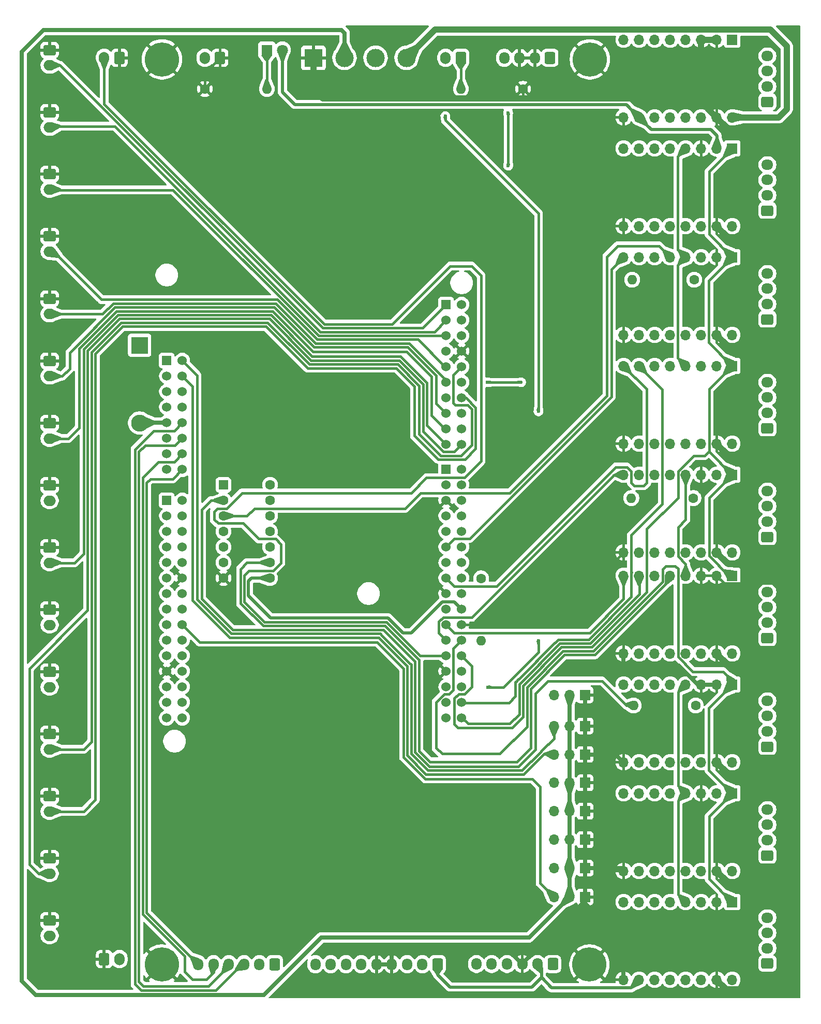
<source format=gbr>
%TF.GenerationSoftware,KiCad,Pcbnew,9.0.0*%
%TF.CreationDate,2025-03-23T18:41:59+01:00*%
%TF.ProjectId,Board_Main,426f6172-645f-44d6-9169-6e2e6b696361,rev?*%
%TF.SameCoordinates,Original*%
%TF.FileFunction,Copper,L2,Bot*%
%TF.FilePolarity,Positive*%
%FSLAX46Y46*%
G04 Gerber Fmt 4.6, Leading zero omitted, Abs format (unit mm)*
G04 Created by KiCad (PCBNEW 9.0.0) date 2025-03-23 18:41:59*
%MOMM*%
%LPD*%
G01*
G04 APERTURE LIST*
G04 Aperture macros list*
%AMRoundRect*
0 Rectangle with rounded corners*
0 $1 Rounding radius*
0 $2 $3 $4 $5 $6 $7 $8 $9 X,Y pos of 4 corners*
0 Add a 4 corners polygon primitive as box body*
4,1,4,$2,$3,$4,$5,$6,$7,$8,$9,$2,$3,0*
0 Add four circle primitives for the rounded corners*
1,1,$1+$1,$2,$3*
1,1,$1+$1,$4,$5*
1,1,$1+$1,$6,$7*
1,1,$1+$1,$8,$9*
0 Add four rect primitives between the rounded corners*
20,1,$1+$1,$2,$3,$4,$5,0*
20,1,$1+$1,$4,$5,$6,$7,0*
20,1,$1+$1,$6,$7,$8,$9,0*
20,1,$1+$1,$8,$9,$2,$3,0*%
G04 Aperture macros list end*
%TA.AperFunction,ComponentPad*%
%ADD10O,1.700000X1.950000*%
%TD*%
%TA.AperFunction,ComponentPad*%
%ADD11RoundRect,0.250000X0.600000X0.725000X-0.600000X0.725000X-0.600000X-0.725000X0.600000X-0.725000X0*%
%TD*%
%TA.AperFunction,ComponentPad*%
%ADD12R,1.530000X1.530000*%
%TD*%
%TA.AperFunction,ComponentPad*%
%ADD13C,1.530000*%
%TD*%
%TA.AperFunction,ComponentPad*%
%ADD14C,5.600000*%
%TD*%
%TA.AperFunction,ComponentPad*%
%ADD15RoundRect,0.250000X-0.750000X0.600000X-0.750000X-0.600000X0.750000X-0.600000X0.750000X0.600000X0*%
%TD*%
%TA.AperFunction,ComponentPad*%
%ADD16O,2.000000X1.700000*%
%TD*%
%TA.AperFunction,ComponentPad*%
%ADD17R,1.700000X1.700000*%
%TD*%
%TA.AperFunction,ComponentPad*%
%ADD18O,1.700000X1.700000*%
%TD*%
%TA.AperFunction,ComponentPad*%
%ADD19R,1.800000X1.800000*%
%TD*%
%TA.AperFunction,ComponentPad*%
%ADD20C,1.800000*%
%TD*%
%TA.AperFunction,ComponentPad*%
%ADD21RoundRect,0.250000X0.725000X-0.600000X0.725000X0.600000X-0.725000X0.600000X-0.725000X-0.600000X0*%
%TD*%
%TA.AperFunction,ComponentPad*%
%ADD22O,1.950000X1.700000*%
%TD*%
%TA.AperFunction,ComponentPad*%
%ADD23C,1.600000*%
%TD*%
%TA.AperFunction,ComponentPad*%
%ADD24O,1.600000X1.600000*%
%TD*%
%TA.AperFunction,ComponentPad*%
%ADD25RoundRect,0.250000X0.600000X0.750000X-0.600000X0.750000X-0.600000X-0.750000X0.600000X-0.750000X0*%
%TD*%
%TA.AperFunction,ComponentPad*%
%ADD26O,1.700000X2.000000*%
%TD*%
%TA.AperFunction,ComponentPad*%
%ADD27R,2.800000X2.800000*%
%TD*%
%TA.AperFunction,ComponentPad*%
%ADD28O,2.800000X2.800000*%
%TD*%
%TA.AperFunction,ComponentPad*%
%ADD29RoundRect,0.250000X-0.550000X-0.550000X0.550000X-0.550000X0.550000X0.550000X-0.550000X0.550000X0*%
%TD*%
%TA.AperFunction,ComponentPad*%
%ADD30RoundRect,0.250000X-0.600000X-0.750000X0.600000X-0.750000X0.600000X0.750000X-0.600000X0.750000X0*%
%TD*%
%TA.AperFunction,ComponentPad*%
%ADD31R,3.000000X3.000000*%
%TD*%
%TA.AperFunction,ComponentPad*%
%ADD32C,3.000000*%
%TD*%
%TA.AperFunction,ViaPad*%
%ADD33C,0.600000*%
%TD*%
%TA.AperFunction,Conductor*%
%ADD34C,1.000000*%
%TD*%
%TA.AperFunction,Conductor*%
%ADD35C,0.425000*%
%TD*%
%TA.AperFunction,Conductor*%
%ADD36C,0.700000*%
%TD*%
%TA.AperFunction,Conductor*%
%ADD37C,0.500000*%
%TD*%
G04 APERTURE END LIST*
D10*
%TO.P,LIDAR,4,Pin_4*%
%TO.N,LIDAR_RX*%
X117595000Y-29210707D03*
%TO.P,LIDAR,3,Pin_3*%
%TO.N,GND*%
X120095000Y-29210707D03*
%TO.P,LIDAR,2,Pin_2*%
X122595000Y-29210707D03*
D11*
%TO.P,LIDAR,1,Pin_1*%
%TO.N,VCC*%
X125095000Y-29210707D03*
%TD*%
D12*
%TO.P,U1,CN7_1,PC_6*%
%TO.N,SW_1*%
X108070000Y-69544000D03*
D13*
%TO.P,U1,CN7_2,D15/PB_8*%
%TO.N,STEP_2*%
X110610000Y-69544000D03*
%TO.P,U1,CN7_3,PB_15*%
%TO.N,SW_2*%
X108070000Y-72084000D03*
%TO.P,U1,CN7_4,D14/PB_9*%
%TO.N,STEP_3*%
X110610000Y-72084000D03*
%TO.P,U1,CN7_5,PB_13*%
%TO.N,SW_3*%
X108070000Y-74624000D03*
%TO.P,U1,CN7_6,AVDD*%
%TO.N,unconnected-(U1B-AVDD-PadCN7_6)*%
X110610000Y-74624000D03*
%TO.P,U1,CN7_7,D19*%
%TO.N,unconnected-(U1B-D19-PadCN7_7)*%
X108070000Y-77164000D03*
%TO.P,U1,CN7_8,GND*%
%TO.N,GND*%
X110610000Y-77164000D03*
%TO.P,U1,CN7_9,PA_15*%
%TO.N,SW_4*%
X108070000Y-79704000D03*
%TO.P,U1,CN7_10,D13/FA_5*%
%TO.N,SW_TR*%
X110610000Y-79704000D03*
%TO.P,U1,CN7_11,PC_7*%
%TO.N,SW_5*%
X108070000Y-82244000D03*
%TO.P,U1,CN7_12,D12/PA_6*%
%TO.N,STEP_5*%
X110610000Y-82244000D03*
%TO.P,U1,CN7_13,PB_5*%
%TO.N,PWM_SERVO_1*%
X108070000Y-84784000D03*
%TO.P,U1,CN7_14,D11/PA_7*%
%TO.N,SW_TM*%
X110610000Y-84784000D03*
%TO.P,U1,CN7_15,PB_3*%
%TO.N,SW_6*%
X108070000Y-87324000D03*
%TO.P,U1,CN7_16,D10/PD_14*%
%TO.N,PWM_SERVO_6*%
X110610000Y-87324000D03*
%TO.P,U1,CN7_17,PA_4*%
%TO.N,SW_7*%
X108070000Y-89864000D03*
%TO.P,U1,CN7_18,D9/PD_15*%
%TO.N,PWM_SERVO_7*%
X110610000Y-89864000D03*
%TO.P,U1,CN7_19,PB_4*%
%TO.N,SW_9*%
X108070000Y-92404000D03*
%TO.P,U1,CN7_20,D8/PF_12*%
%TO.N,SW_BAU*%
X110610000Y-92404000D03*
D12*
%TO.P,U1,CN8_1,NC*%
%TO.N,unconnected-(U1C-NC-PadCN8_1)*%
X62350000Y-78688000D03*
D13*
%TO.P,U1,CN8_2,PC_8*%
%TO.N,PWM_SERVO_2*%
X64890000Y-78688000D03*
%TO.P,U1,CN8_3,IOREF*%
%TO.N,unconnected-(U1C-IOREF-PadCN8_3)*%
X62350000Y-81228000D03*
%TO.P,U1,CN8_4,PC_9*%
%TO.N,PWM_SERVO_3*%
X64890000Y-81228000D03*
%TO.P,U1,CN8_5,NRST*%
%TO.N,SW_RST*%
X62350000Y-83768000D03*
%TO.P,U1,CN8_6,PC_10*%
%TO.N,unconnected-(U1C-PC_10-PadCN8_6)*%
X64890000Y-83768000D03*
%TO.P,U1,CN8_7,+3V3*%
%TO.N,unconnected-(U1C-+3V3-PadCN8_7)*%
X62350000Y-86308000D03*
%TO.P,U1,CN8_8,PC_11*%
%TO.N,unconnected-(U1C-PC_11-PadCN8_8)*%
X64890000Y-86308000D03*
%TO.P,U1,CN8_9,+5V*%
%TO.N,Net-(D3-A)*%
X62350000Y-88848000D03*
%TO.P,U1,CN8_10,PC_12*%
%TO.N,LCD_D4*%
X64890000Y-88848000D03*
%TO.P,U1,CN8_11,GND*%
%TO.N,GND*%
X62350000Y-91388000D03*
%TO.P,U1,CN8_12,PD_2*%
%TO.N,LCD_D5*%
X64890000Y-91388000D03*
%TO.P,U1,CN8_13,GND*%
%TO.N,GND*%
X62350000Y-93928000D03*
%TO.P,U1,CN8_14,PG_2*%
%TO.N,LCD_D6*%
X64890000Y-93928000D03*
%TO.P,U1,CN8_15,VIN*%
%TO.N,P7V*%
X62350000Y-96468000D03*
%TO.P,U1,CN8_16,PG_3*%
%TO.N,LCD_D7*%
X64890000Y-96468000D03*
D12*
%TO.P,U1,CN9_1,PA_3/A0*%
%TO.N,unconnected-(U1D-PA_3{slash}A0-PadCN9_1)*%
X62350000Y-101548000D03*
D13*
%TO.P,U1,CN9_2,PD_7*%
%TO.N,SEL_UART_0*%
X64890000Y-101548000D03*
%TO.P,U1,CN9_3,PC_0/A1*%
%TO.N,unconnected-(U1D-PC_0{slash}A1-PadCN9_3)*%
X62350000Y-104088000D03*
%TO.P,U1,CN9_4,PD_6*%
%TO.N,LIDAR_RX*%
X64890000Y-104088000D03*
%TO.P,U1,CN9_5,PC_3/A2*%
%TO.N,unconnected-(U1D-PC_3{slash}A2-PadCN9_5)*%
X62350000Y-106628000D03*
%TO.P,U1,CN9_6,PD_5*%
%TO.N,unconnected-(U1D-PD_5-PadCN9_6)*%
X64890000Y-106628000D03*
%TO.P,U1,CN9_7,PF_3/A3*%
%TO.N,unconnected-(U1D-PF_3{slash}A3-PadCN9_7)*%
X62350000Y-109168000D03*
%TO.P,U1,CN9_8,PD_4*%
%TO.N,SEL_UART_1*%
X64890000Y-109168000D03*
%TO.P,U1,CN9_9,PF_5/A4*%
%TO.N,unconnected-(U1D-PF_5{slash}A4-PadCN9_9)*%
X62350000Y-111708000D03*
%TO.P,U1,CN9_10,PD_3*%
%TO.N,SEL_UART_2*%
X64890000Y-111708000D03*
%TO.P,U1,CN9_11,PF_10/A5*%
%TO.N,unconnected-(U1D-PF_10{slash}A5-PadCN9_11)*%
X62350000Y-114248000D03*
%TO.P,U1,CN9_12,GND*%
%TO.N,GND*%
X64890000Y-114248000D03*
%TO.P,U1,CN9_13,NC*%
%TO.N,unconnected-(U1D-NC-PadCN9_13)*%
X62350000Y-116788000D03*
%TO.P,U1,CN9_14,PE_2*%
%TO.N,LCD_RS*%
X64890000Y-116788000D03*
%TO.P,U1,CN9_15,NC*%
%TO.N,unconnected-(U1D-NC-PadCN9_15)*%
X62350000Y-119328000D03*
%TO.P,U1,CN9_16,PE_4*%
%TO.N,LCD_EN*%
X64890000Y-119328000D03*
%TO.P,U1,CN9_17,PF_2*%
%TO.N,unconnected-(U1D-PF_2-PadCN9_17)*%
X62350000Y-121868000D03*
%TO.P,U1,CN9_18,PE_5*%
%TO.N,PWM_SERVO_8*%
X64890000Y-121868000D03*
%TO.P,U1,CN9_19,PF_1*%
%TO.N,unconnected-(U1D-PF_1-PadCN9_19)*%
X62350000Y-124408000D03*
%TO.P,U1,CN9_20,PE_6*%
%TO.N,unconnected-(U1D-PE_6-PadCN9_20)*%
X64890000Y-124408000D03*
%TO.P,U1,CN9_21,PF_0*%
%TO.N,unconnected-(U1D-PF_0-PadCN9_21)*%
X62350000Y-126948000D03*
%TO.P,U1,CN9_22,PE_3*%
%TO.N,SW_11*%
X64890000Y-126948000D03*
%TO.P,U1,CN9_23,GND*%
%TO.N,GND*%
X62350000Y-129488000D03*
%TO.P,U1,CN9_24,PF_8*%
%TO.N,unconnected-(U1D-PF_8-PadCN9_24)*%
X64890000Y-129488000D03*
%TO.P,U1,CN9_25,PD_0*%
%TO.N,unconnected-(U1D-PD_0-PadCN9_25)*%
X62350000Y-132028000D03*
%TO.P,U1,CN9_26,PF_7*%
%TO.N,unconnected-(U1D-PF_7-PadCN9_26)*%
X64890000Y-132028000D03*
%TO.P,U1,CN9_27,PD_1*%
%TO.N,unconnected-(U1D-PD_1-PadCN9_27)*%
X62350000Y-134568000D03*
%TO.P,U1,CN9_28,PF_9*%
%TO.N,unconnected-(U1D-PF_9-PadCN9_28)*%
X64890000Y-134568000D03*
%TO.P,U1,CN9_29,PG_0*%
%TO.N,SW_8*%
X62350000Y-137108000D03*
%TO.P,U1,CN9_30,PG_1*%
%TO.N,SW_10*%
X64890000Y-137108000D03*
D12*
%TO.P,U1,CN10_1,AVDD*%
%TO.N,unconnected-(U1A-AVDD-PadCN10_1)*%
X108070000Y-96468000D03*
D13*
%TO.P,U1,CN10_2,D7/PF_13*%
%TO.N,DIR_A*%
X110610000Y-96468000D03*
%TO.P,U1,CN10_3,AGND*%
%TO.N,unconnected-(U1A-AGND-PadCN10_3)*%
X108070000Y-99008000D03*
%TO.P,U1,CN10_4,D6/PE_9*%
%TO.N,STEP_A*%
X110610000Y-99008000D03*
%TO.P,U1,CN10_5,GND*%
%TO.N,GND*%
X108070000Y-101548000D03*
%TO.P,U1,CN10_6,D5/PE_11*%
%TO.N,STEP_B*%
X110610000Y-101548000D03*
%TO.P,U1,CN10_7,PB_1*%
%TO.N,DIR_1*%
X108070000Y-104088000D03*
%TO.P,U1,CN10_8,D4/PF_14*%
%TO.N,DIR_B*%
X110610000Y-104088000D03*
%TO.P,U1,CN10_9,PC_2*%
%TO.N,DIR_2*%
X108070000Y-106628000D03*
%TO.P,U1,CN10_10,D3/PE_13*%
%TO.N,STEP_C*%
X110610000Y-106628000D03*
%TO.P,U1,CN10_11,PF_4*%
%TO.N,DIR_3*%
X108070000Y-109168000D03*
%TO.P,U1,CN10_12,D2/PF_15*%
%TO.N,DIR_C*%
X110610000Y-109168000D03*
%TO.P,U1,CN10_13,PB_6*%
%TO.N,PWM_SERVO_4*%
X108070000Y-111708000D03*
%TO.P,U1,CN10_14,D1/USART_A_TX/PG_14*%
%TO.N,BTH_TX*%
X110610000Y-111708000D03*
%TO.P,U1,CN10_15,PB_2*%
%TO.N,DIR_4*%
X108070000Y-114248000D03*
%TO.P,U1,CN10_16,D0/USART_A_RX/PG_9*%
%TO.N,BTH_RX*%
X110610000Y-114248000D03*
%TO.P,U1,CN10_17,GND*%
%TO.N,GND*%
X108070000Y-116788000D03*
%TO.P,U1,CN10_18,PE_8*%
%TO.N,UART_TX*%
X110610000Y-116788000D03*
%TO.P,U1,CN10_19,PD_13*%
%TO.N,PWM_SERVO_5*%
X108070000Y-119328000D03*
%TO.P,U1,CN10_20,PE_7*%
%TO.N,UART_RX*%
X110610000Y-119328000D03*
%TO.P,U1,CN10_21,PD_12*%
%TO.N,DIR_6*%
X108070000Y-121868000D03*
%TO.P,U1,CN10_22,GND*%
%TO.N,GND*%
X110610000Y-121868000D03*
%TO.P,U1,CN10_23,PD_11*%
%TO.N,DIR_5*%
X108070000Y-124408000D03*
%TO.P,U1,CN10_24,PE_10*%
%TO.N,EN_DRIVE_N*%
X110610000Y-124408000D03*
%TO.P,U1,CN10_25,PE_2*%
%TO.N,SW_SPARE_1*%
X108070000Y-126948000D03*
%TO.P,U1,CN10_26,PE_12*%
%TO.N,EN_STEP_N*%
X110610000Y-126948000D03*
%TO.P,U1,CN10_27,GND*%
%TO.N,GND*%
X108070000Y-129488000D03*
%TO.P,U1,CN10_28,PE_14*%
%TO.N,STEP_1*%
X110610000Y-129488000D03*
%TO.P,U1,CN10_29,PA_0*%
%TO.N,SW_SPARE_2*%
X108070000Y-132028000D03*
%TO.P,U1,CN10_30,PE_15*%
%TO.N,LED_LIDAR*%
X110610000Y-132028000D03*
%TO.P,U1,CN10_31,PB_0*%
%TO.N,unconnected-(U1A-PB_0-PadCN10_31)*%
X108070000Y-134568000D03*
%TO.P,U1,CN10_32,PB_10*%
%TO.N,STEP_4*%
X110610000Y-134568000D03*
%TO.P,U1,CN10_33,PE_0*%
%TO.N,SW_INIT*%
X108070000Y-137108000D03*
%TO.P,U1,CN10_34,PB_11*%
%TO.N,STEP_6*%
X110610000Y-137108000D03*
%TD*%
D14*
%TO.P,H4,1,1*%
%TO.N,GND*%
X131530000Y-177440000D03*
%TD*%
%TO.P,H3,1,1*%
%TO.N,GND*%
X61520000Y-177440000D03*
%TD*%
%TO.P,H2,1,1*%
%TO.N,GND*%
X131590000Y-29460000D03*
%TD*%
%TO.P,H1,1,1*%
%TO.N,GND*%
X61560000Y-29460000D03*
%TD*%
D15*
%TO.P,SW8,1,1*%
%TO.N,GND*%
X43180000Y-99100000D03*
D16*
%TO.P,SW8,2,2*%
%TO.N,SW_8*%
X43180000Y-101600000D03*
%TD*%
D17*
%TO.P,Servo4,1,Pin_1*%
%TO.N,GND*%
X130810000Y-147730000D03*
D18*
%TO.P,Servo4,2,Pin_2*%
%TO.N,P5V*%
X128270000Y-147730000D03*
%TO.P,Servo4,3,Pin_3*%
%TO.N,PWM_SERVO_4*%
X125730000Y-147730000D03*
%TD*%
D19*
%TO.P,PWR,1,K*%
%TO.N,Net-(D1-K)*%
X78740000Y-27940000D03*
D20*
%TO.P,PWR,2,A*%
%TO.N,VCC*%
X81280000Y-27940000D03*
%TD*%
D15*
%TO.P,SW9,1,1*%
%TO.N,GND*%
X43180000Y-109260000D03*
D16*
%TO.P,SW9,2,2*%
%TO.N,SW_9*%
X43180000Y-111760000D03*
%TD*%
D15*
%TO.P,SW_BAU,1,1*%
%TO.N,GND*%
X43180000Y-160060000D03*
D16*
%TO.P,SW_BAU,2,2*%
%TO.N,SW_BAU*%
X43180000Y-162560000D03*
%TD*%
D17*
%TO.P,Servo5,1,Pin_1*%
%TO.N,GND*%
X130810000Y-152380000D03*
D18*
%TO.P,Servo5,2,Pin_2*%
%TO.N,P5V*%
X128270000Y-152380000D03*
%TO.P,Servo5,3,Pin_3*%
%TO.N,PWM_SERVO_5*%
X125730000Y-152380000D03*
%TD*%
D11*
%TO.P,BTH,1,Pin_1*%
%TO.N,unconnected-(BTH1-Pin_1-Pad1)*%
X125530000Y-177342800D03*
D10*
%TO.P,BTH,2,Pin_2*%
%TO.N,VCC*%
X123030000Y-177342800D03*
%TO.P,BTH,3,Pin_3*%
%TO.N,GND*%
X120530000Y-177342800D03*
%TO.P,BTH,4,Pin_4*%
%TO.N,BTH_RX*%
X118030000Y-177342800D03*
%TO.P,BTH,5,Pin_5*%
%TO.N,BTH_TX*%
X115530000Y-177342800D03*
%TO.P,BTH,6,Pin_6*%
%TO.N,unconnected-(BTH1-Pin_6-Pad6)*%
X113030000Y-177342800D03*
%TD*%
D15*
%TO.P,SW4,1,1*%
%TO.N,GND*%
X43180000Y-58380000D03*
D16*
%TO.P,SW4,2,2*%
%TO.N,SW_4*%
X43180000Y-60880000D03*
%TD*%
D21*
%TO.P,Stepper1,1,Pin_1*%
%TO.N,Net-(Stepper1-Pin_1)*%
X160655000Y-36402000D03*
D22*
%TO.P,Stepper1,2,Pin_2*%
%TO.N,Net-(Stepper1-Pin_2)*%
X160655000Y-33902000D03*
%TO.P,Stepper1,3,Pin_3*%
%TO.N,Net-(Stepper1-Pin_3)*%
X160655000Y-31402000D03*
%TO.P,Stepper1,4,Pin_4*%
%TO.N,Net-(Stepper1-Pin_4)*%
X160655000Y-28902000D03*
%TD*%
D23*
%TO.P,R2,1*%
%TO.N,GND*%
X120650000Y-34290000D03*
D24*
%TO.P,R2,2*%
%TO.N,Net-(D2-K)*%
X110490000Y-34290000D03*
%TD*%
D17*
%TO.P,Servo1,1,Pin_1*%
%TO.N,GND*%
X130810000Y-133350000D03*
D18*
%TO.P,Servo1,2,Pin_2*%
%TO.N,P5V*%
X128270000Y-133350000D03*
%TO.P,Servo1,3,Pin_3*%
%TO.N,PWM_SERVO_1*%
X125730000Y-133350000D03*
%TD*%
D15*
%TO.P,SW10,1,1*%
%TO.N,GND*%
X43180000Y-119420000D03*
D16*
%TO.P,SW10,2,2*%
%TO.N,SW_10*%
X43180000Y-121920000D03*
%TD*%
D17*
%TO.P,U8,1,EN*%
%TO.N,EN_STEP_N*%
X154900000Y-79582000D03*
D18*
%TO.P,U8,2,MS1*%
%TO.N,VCC*%
X152360000Y-79582000D03*
%TO.P,U8,3,MS2*%
X149820000Y-79582000D03*
%TO.P,U8,4,UART_RX*%
%TO.N,UART_AD_1*%
X147280000Y-79582000D03*
%TO.P,U8,5,UART_TX*%
X144740000Y-79582000D03*
%TO.P,U8,6,CLK*%
%TO.N,unconnected-(U8-CLK-Pad6)*%
X142200000Y-79582000D03*
%TO.P,U8,7,STEP*%
%TO.N,STEP_4*%
X139660000Y-79582000D03*
%TO.P,U8,8,DIR*%
%TO.N,DIR_4*%
X137120000Y-79582000D03*
%TO.P,U8,9,VM*%
%TO.N,VBATT_16V*%
X154900000Y-92282000D03*
%TO.P,U8,10,GND*%
%TO.N,GND*%
X152360000Y-92282000D03*
%TO.P,U8,11,A2*%
%TO.N,Net-(Stepper4-Pin_1)*%
X149820000Y-92282000D03*
%TO.P,U8,12,A1*%
%TO.N,Net-(Stepper4-Pin_2)*%
X147280000Y-92282000D03*
%TO.P,U8,13,B1*%
%TO.N,Net-(Stepper4-Pin_3)*%
X144740000Y-92282000D03*
%TO.P,U8,14,B2*%
%TO.N,Net-(Stepper4-Pin_4)*%
X142200000Y-92282000D03*
%TO.P,U8,15,VCC*%
%TO.N,VCC*%
X139660000Y-92282000D03*
%TO.P,U8,16,GND*%
%TO.N,GND*%
X137120000Y-92282000D03*
%TD*%
D15*
%TO.P,SW5,1,1*%
%TO.N,GND*%
X43180000Y-68580000D03*
D16*
%TO.P,SW5,2,2*%
%TO.N,SW_5*%
X43180000Y-71080000D03*
%TD*%
D23*
%TO.P,R1,1*%
%TO.N,GND*%
X68580000Y-34290000D03*
D24*
%TO.P,R1,2*%
%TO.N,Net-(D1-K)*%
X78740000Y-34290000D03*
%TD*%
D15*
%TO.P,SW_INIT,1,1*%
%TO.N,GND*%
X43180000Y-170220000D03*
D16*
%TO.P,SW_INIT,2,2*%
%TO.N,SW_INIT*%
X43180000Y-172720000D03*
%TD*%
D25*
%TO.P,SW_RST,1,1*%
%TO.N,GND*%
X71080000Y-29210000D03*
D26*
%TO.P,SW_RST,2,2*%
%TO.N,SW_RST*%
X68580000Y-29210000D03*
%TD*%
D15*
%TO.P,SW3,1,1*%
%TO.N,GND*%
X43180000Y-48220000D03*
D16*
%TO.P,SW3,2,2*%
%TO.N,SW_3*%
X43180000Y-50720000D03*
%TD*%
D15*
%TO.P,SW6,1,1*%
%TO.N,GND*%
X43180000Y-78740000D03*
D16*
%TO.P,SW6,2,2*%
%TO.N,SW_6*%
X43180000Y-81240000D03*
%TD*%
D17*
%TO.P,Servo2,1,Pin_1*%
%TO.N,GND*%
X130810000Y-138430000D03*
D18*
%TO.P,Servo2,2,Pin_2*%
%TO.N,P5V*%
X128270000Y-138430000D03*
%TO.P,Servo2,3,Pin_3*%
%TO.N,PWM_SERVO_2*%
X125730000Y-138430000D03*
%TD*%
D15*
%TO.P,SW1,1,1*%
%TO.N,GND*%
X43180000Y-27940000D03*
D16*
%TO.P,SW1,2,2*%
%TO.N,SW_1*%
X43180000Y-30440000D03*
%TD*%
D21*
%TO.P,StepperB,1,Pin_1*%
%TO.N,Net-(StepperB1-Pin_1)*%
X160655000Y-159592000D03*
D22*
%TO.P,StepperB,2,Pin_2*%
%TO.N,Net-(StepperB1-Pin_2)*%
X160655000Y-157092000D03*
%TO.P,StepperB,3,Pin_3*%
%TO.N,Net-(StepperB1-Pin_3)*%
X160655000Y-154592000D03*
%TO.P,StepperB,4,Pin_4*%
%TO.N,Net-(StepperB1-Pin_4)*%
X160655000Y-152092000D03*
%TD*%
D27*
%TO.P,D3,1,K*%
%TO.N,VCC*%
X57912000Y-76200000D03*
D28*
%TO.P,D3,2,A*%
%TO.N,Net-(D3-A)*%
X57912000Y-88900000D03*
%TD*%
D21*
%TO.P,Stepper4,1,Pin_1*%
%TO.N,Net-(Stepper4-Pin_1)*%
X160655000Y-89742000D03*
D22*
%TO.P,Stepper4,2,Pin_2*%
%TO.N,Net-(Stepper4-Pin_2)*%
X160655000Y-87242000D03*
%TO.P,Stepper4,3,Pin_3*%
%TO.N,Net-(Stepper4-Pin_3)*%
X160655000Y-84742000D03*
%TO.P,Stepper4,4,Pin_4*%
%TO.N,Net-(Stepper4-Pin_4)*%
X160655000Y-82242000D03*
%TD*%
D17*
%TO.P,Servo7,1,Pin_1*%
%TO.N,GND*%
X130810000Y-161680000D03*
D18*
%TO.P,Servo7,2,Pin_2*%
%TO.N,P5V*%
X128270000Y-161680000D03*
%TO.P,Servo7,3,Pin_3*%
%TO.N,PWM_SERVO_7*%
X125730000Y-161680000D03*
%TD*%
D21*
%TO.P,StepperC,1,Pin_1*%
%TO.N,Net-(StepperC1-Pin_1)*%
X160655000Y-177252000D03*
D22*
%TO.P,StepperC,2,Pin_2*%
%TO.N,Net-(StepperC1-Pin_2)*%
X160655000Y-174752000D03*
%TO.P,StepperC,3,Pin_3*%
%TO.N,Net-(StepperC1-Pin_3)*%
X160655000Y-172252000D03*
%TO.P,StepperC,4,Pin_4*%
%TO.N,Net-(StepperC1-Pin_4)*%
X160655000Y-169752000D03*
%TD*%
D29*
%TO.P,U2,1*%
%TO.N,UART_RX*%
X71628000Y-99013000D03*
D23*
%TO.P,U2,2*%
%TO.N,UART_AD_0*%
X71628000Y-101553000D03*
%TO.P,U2,3*%
%TO.N,UART_AD_1*%
X71628000Y-104093000D03*
%TO.P,U2,4*%
%TO.N,UART_RX*%
X71628000Y-106633000D03*
%TO.P,U2,5*%
%TO.N,SEL_UART_1*%
X71628000Y-109173000D03*
%TO.P,U2,6*%
%TO.N,SEL_UART_2*%
X71628000Y-111713000D03*
%TO.P,U2,7,V_{SS}*%
%TO.N,GND*%
X71628000Y-114253000D03*
%TO.P,U2,8*%
%TO.N,UART_RX*%
X79248000Y-114253000D03*
%TO.P,U2,9*%
%TO.N,UART_AD_2*%
X79248000Y-111713000D03*
%TO.P,U2,10*%
%TO.N,unconnected-(U2-Pad10)*%
X79248000Y-109173000D03*
%TO.P,U2,11*%
%TO.N,unconnected-(U2-Pad11)*%
X79248000Y-106633000D03*
%TO.P,U2,12*%
%TO.N,unconnected-(U2-Pad12)*%
X79248000Y-104093000D03*
%TO.P,U2,13*%
%TO.N,SEL_UART_0*%
X79248000Y-101553000D03*
%TO.P,U2,14,V_{DD}*%
%TO.N,VCC*%
X79248000Y-99013000D03*
%TD*%
D17*
%TO.P,U7,1,EN*%
%TO.N,EN_STEP_N*%
X154900000Y-61802000D03*
D18*
%TO.P,U7,2,MS1*%
%TO.N,GND*%
X152360000Y-61802000D03*
%TO.P,U7,3,MS2*%
%TO.N,VCC*%
X149820000Y-61802000D03*
%TO.P,U7,4,UART_RX*%
%TO.N,UART_AD_1*%
X147280000Y-61802000D03*
%TO.P,U7,5,UART_TX*%
X144740000Y-61802000D03*
%TO.P,U7,6,CLK*%
%TO.N,unconnected-(U7-CLK-Pad6)*%
X142200000Y-61802000D03*
%TO.P,U7,7,STEP*%
%TO.N,STEP_3*%
X139660000Y-61802000D03*
%TO.P,U7,8,DIR*%
%TO.N,DIR_3*%
X137120000Y-61802000D03*
%TO.P,U7,9,VM*%
%TO.N,VBATT_16V*%
X154900000Y-74502000D03*
%TO.P,U7,10,GND*%
%TO.N,GND*%
X152360000Y-74502000D03*
%TO.P,U7,11,A2*%
%TO.N,Net-(Stepper3-Pin_1)*%
X149820000Y-74502000D03*
%TO.P,U7,12,A1*%
%TO.N,Net-(Stepper3-Pin_2)*%
X147280000Y-74502000D03*
%TO.P,U7,13,B1*%
%TO.N,Net-(Stepper3-Pin_3)*%
X144740000Y-74502000D03*
%TO.P,U7,14,B2*%
%TO.N,Net-(Stepper3-Pin_4)*%
X142200000Y-74502000D03*
%TO.P,U7,15,VCC*%
%TO.N,VCC*%
X139660000Y-74502000D03*
%TO.P,U7,16,GND*%
%TO.N,GND*%
X137120000Y-74502000D03*
%TD*%
D21*
%TO.P,Stepper3,1,Pin_1*%
%TO.N,Net-(Stepper3-Pin_1)*%
X160655000Y-71962000D03*
D22*
%TO.P,Stepper3,2,Pin_2*%
%TO.N,Net-(Stepper3-Pin_2)*%
X160655000Y-69462000D03*
%TO.P,Stepper3,3,Pin_3*%
%TO.N,Net-(Stepper3-Pin_3)*%
X160655000Y-66962000D03*
%TO.P,Stepper3,4,Pin_4*%
%TO.N,Net-(Stepper3-Pin_4)*%
X160655000Y-64462000D03*
%TD*%
D23*
%TO.P,R4,1*%
%TO.N,UART_TX*%
X113792000Y-114300000D03*
D24*
%TO.P,R4,2*%
%TO.N,UART_RX*%
X113792000Y-124460000D03*
%TD*%
D25*
%TO.P,SW_SPARE_1,1,1*%
%TO.N,GND*%
X54610000Y-29210000D03*
D26*
%TO.P,SW_SPARE_1,2,2*%
%TO.N,SW_SPARE_1*%
X52110000Y-29210000D03*
%TD*%
D17*
%TO.P,U5,1,EN*%
%TO.N,EN_STEP_N*%
X154900000Y-26242000D03*
D18*
%TO.P,U5,2,MS1*%
%TO.N,GND*%
X152360000Y-26242000D03*
%TO.P,U5,3,MS2*%
X149820000Y-26242000D03*
%TO.P,U5,4,UART_RX*%
%TO.N,UART_AD_1*%
X147280000Y-26242000D03*
%TO.P,U5,5,UART_TX*%
X144740000Y-26242000D03*
%TO.P,U5,6,CLK*%
%TO.N,unconnected-(U5-CLK-Pad6)*%
X142200000Y-26242000D03*
%TO.P,U5,7,STEP*%
%TO.N,STEP_1*%
X139660000Y-26242000D03*
%TO.P,U5,8,DIR*%
%TO.N,DIR_1*%
X137120000Y-26242000D03*
%TO.P,U5,9,VM*%
%TO.N,VBATT_16V*%
X154900000Y-38942000D03*
%TO.P,U5,10,GND*%
%TO.N,GND*%
X152360000Y-38942000D03*
%TO.P,U5,11,A2*%
%TO.N,Net-(Stepper1-Pin_1)*%
X149820000Y-38942000D03*
%TO.P,U5,12,A1*%
%TO.N,Net-(Stepper1-Pin_2)*%
X147280000Y-38942000D03*
%TO.P,U5,13,B1*%
%TO.N,Net-(Stepper1-Pin_3)*%
X144740000Y-38942000D03*
%TO.P,U5,14,B2*%
%TO.N,Net-(Stepper1-Pin_4)*%
X142200000Y-38942000D03*
%TO.P,U5,15,VCC*%
%TO.N,VCC*%
X139660000Y-38942000D03*
%TO.P,U5,16,GND*%
%TO.N,GND*%
X137120000Y-38942000D03*
%TD*%
D17*
%TO.P,U6,1,EN*%
%TO.N,EN_STEP_N*%
X154900000Y-44022000D03*
D18*
%TO.P,U6,2,MS1*%
%TO.N,VCC*%
X152360000Y-44022000D03*
%TO.P,U6,3,MS2*%
%TO.N,GND*%
X149820000Y-44022000D03*
%TO.P,U6,4,UART_RX*%
%TO.N,UART_AD_1*%
X147280000Y-44022000D03*
%TO.P,U6,5,UART_TX*%
X144740000Y-44022000D03*
%TO.P,U6,6,CLK*%
%TO.N,unconnected-(U6-CLK-Pad6)*%
X142200000Y-44022000D03*
%TO.P,U6,7,STEP*%
%TO.N,STEP_2*%
X139660000Y-44022000D03*
%TO.P,U6,8,DIR*%
%TO.N,DIR_2*%
X137120000Y-44022000D03*
%TO.P,U6,9,VM*%
%TO.N,VBATT_16V*%
X154900000Y-56722000D03*
%TO.P,U6,10,GND*%
%TO.N,GND*%
X152360000Y-56722000D03*
%TO.P,U6,11,A2*%
%TO.N,Net-(Stepper2-Pin_1)*%
X149820000Y-56722000D03*
%TO.P,U6,12,A1*%
%TO.N,Net-(Stepper2-Pin_2)*%
X147280000Y-56722000D03*
%TO.P,U6,13,B1*%
%TO.N,Net-(Stepper2-Pin_3)*%
X144740000Y-56722000D03*
%TO.P,U6,14,B2*%
%TO.N,Net-(Stepper2-Pin_4)*%
X142200000Y-56722000D03*
%TO.P,U6,15,VCC*%
%TO.N,VCC*%
X139660000Y-56722000D03*
%TO.P,U6,16,GND*%
%TO.N,GND*%
X137120000Y-56722000D03*
%TD*%
D11*
%TO.P,LCD,1,Pin_1*%
%TO.N,LCD_RS*%
X80010000Y-177372000D03*
D10*
%TO.P,LCD,2,Pin_2*%
%TO.N,LCD_EN*%
X77510000Y-177372000D03*
%TO.P,LCD,3,Pin_3*%
%TO.N,LCD_D4*%
X75010000Y-177372000D03*
%TO.P,LCD,4,Pin_4*%
%TO.N,LCD_D5*%
X72510000Y-177372000D03*
%TO.P,LCD,5,Pin_5*%
%TO.N,LCD_D6*%
X70010000Y-177372000D03*
%TO.P,LCD,6,Pin_6*%
%TO.N,LCD_D7*%
X67510000Y-177372000D03*
%TD*%
D21*
%TO.P,Stepper2,1,Pin_1*%
%TO.N,Net-(Stepper2-Pin_1)*%
X160655000Y-54182000D03*
D22*
%TO.P,Stepper2,2,Pin_2*%
%TO.N,Net-(Stepper2-Pin_2)*%
X160655000Y-51682000D03*
%TO.P,Stepper2,3,Pin_3*%
%TO.N,Net-(Stepper2-Pin_3)*%
X160655000Y-49182000D03*
%TO.P,Stepper2,4,Pin_4*%
%TO.N,Net-(Stepper2-Pin_4)*%
X160655000Y-46682000D03*
%TD*%
D21*
%TO.P,Stepper6,1,Pin_1*%
%TO.N,Net-(Stepper6-Pin_1)*%
X160655000Y-124032000D03*
D22*
%TO.P,Stepper6,2,Pin_2*%
%TO.N,Net-(Stepper6-Pin_2)*%
X160655000Y-121532000D03*
%TO.P,Stepper6,3,Pin_3*%
%TO.N,Net-(Stepper6-Pin_3)*%
X160655000Y-119032000D03*
%TO.P,Stepper6,4,Pin_4*%
%TO.N,Net-(Stepper6-Pin_4)*%
X160655000Y-116532000D03*
%TD*%
D15*
%TO.P,SW11,1,1*%
%TO.N,GND*%
X43180000Y-129580000D03*
D16*
%TO.P,SW11,2,2*%
%TO.N,SW_11*%
X43180000Y-132080000D03*
%TD*%
D17*
%TO.P,Servo3,1,Pin_1*%
%TO.N,GND*%
X130810000Y-143080000D03*
D18*
%TO.P,Servo3,2,Pin_2*%
%TO.N,P5V*%
X128270000Y-143080000D03*
%TO.P,Servo3,3,Pin_3*%
%TO.N,PWM_SERVO_3*%
X125730000Y-143080000D03*
%TD*%
D17*
%TO.P,U3,1,EN*%
%TO.N,EN_STEP_N*%
X154900000Y-113872000D03*
D18*
%TO.P,U3,2,MS1*%
%TO.N,GND*%
X152360000Y-113872000D03*
%TO.P,U3,3,MS2*%
X149820000Y-113872000D03*
%TO.P,U3,4,UART_RX*%
%TO.N,UART_AD_2*%
X147280000Y-113872000D03*
%TO.P,U3,5,UART_TX*%
X144740000Y-113872000D03*
%TO.P,U3,6,CLK*%
%TO.N,unconnected-(U3-CLK-Pad6)*%
X142200000Y-113872000D03*
%TO.P,U3,7,STEP*%
%TO.N,STEP_6*%
X139660000Y-113872000D03*
%TO.P,U3,8,DIR*%
%TO.N,DIR_6*%
X137120000Y-113872000D03*
%TO.P,U3,9,VM*%
%TO.N,VBATT_16V*%
X154900000Y-126572000D03*
%TO.P,U3,10,GND*%
%TO.N,GND*%
X152360000Y-126572000D03*
%TO.P,U3,11,A2*%
%TO.N,Net-(Stepper6-Pin_1)*%
X149820000Y-126572000D03*
%TO.P,U3,12,A1*%
%TO.N,Net-(Stepper6-Pin_2)*%
X147280000Y-126572000D03*
%TO.P,U3,13,B1*%
%TO.N,Net-(Stepper6-Pin_3)*%
X144740000Y-126572000D03*
%TO.P,U3,14,B2*%
%TO.N,Net-(Stepper6-Pin_4)*%
X142200000Y-126572000D03*
%TO.P,U3,15,VCC*%
%TO.N,VCC*%
X139660000Y-126572000D03*
%TO.P,U3,16,GND*%
%TO.N,GND*%
X137120000Y-126572000D03*
%TD*%
D17*
%TO.P,U11,1,EN*%
%TO.N,EN_DRIVE_N*%
X154900000Y-167212000D03*
D18*
%TO.P,U11,2,MS1*%
%TO.N,GND*%
X152360000Y-167212000D03*
%TO.P,U11,3,MS2*%
%TO.N,VCC*%
X149820000Y-167212000D03*
%TO.P,U11,4,UART_RX*%
%TO.N,UART_AD_0*%
X147280000Y-167212000D03*
%TO.P,U11,5,UART_TX*%
X144740000Y-167212000D03*
%TO.P,U11,6,CLK*%
%TO.N,unconnected-(U11-CLK-Pad6)*%
X142200000Y-167212000D03*
%TO.P,U11,7,STEP*%
%TO.N,STEP_C*%
X139660000Y-167212000D03*
%TO.P,U11,8,DIR*%
%TO.N,DIR_C*%
X137120000Y-167212000D03*
%TO.P,U11,9,VM*%
%TO.N,VBATT_16V*%
X154900000Y-179912000D03*
%TO.P,U11,10,GND*%
%TO.N,GND*%
X152360000Y-179912000D03*
%TO.P,U11,11,A2*%
%TO.N,Net-(StepperC1-Pin_1)*%
X149820000Y-179912000D03*
%TO.P,U11,12,A1*%
%TO.N,Net-(StepperC1-Pin_2)*%
X147280000Y-179912000D03*
%TO.P,U11,13,B1*%
%TO.N,Net-(StepperC1-Pin_3)*%
X144740000Y-179912000D03*
%TO.P,U11,14,B2*%
%TO.N,Net-(StepperC1-Pin_4)*%
X142200000Y-179912000D03*
%TO.P,U11,15,VCC*%
%TO.N,VCC*%
X139660000Y-179912000D03*
%TO.P,U11,16,GND*%
%TO.N,GND*%
X137120000Y-179912000D03*
%TD*%
D15*
%TO.P,SW7,1,1*%
%TO.N,GND*%
X43180000Y-88940000D03*
D16*
%TO.P,SW7,2,2*%
%TO.N,SW_7*%
X43180000Y-91440000D03*
%TD*%
D17*
%TO.P,Servo6,1,Pin_1*%
%TO.N,GND*%
X130810000Y-157030000D03*
D18*
%TO.P,Servo6,2,Pin_2*%
%TO.N,P5V*%
X128270000Y-157030000D03*
%TO.P,Servo6,3,Pin_3*%
%TO.N,PWM_SERVO_6*%
X125730000Y-157030000D03*
%TD*%
D17*
%TO.P,U4,1,EN*%
%TO.N,EN_STEP_N*%
X154900000Y-97362000D03*
D18*
%TO.P,U4,2,MS1*%
%TO.N,VCC*%
X152360000Y-97362000D03*
%TO.P,U4,3,MS2*%
%TO.N,GND*%
X149820000Y-97362000D03*
%TO.P,U4,4,UART_RX*%
%TO.N,UART_AD_2*%
X147280000Y-97362000D03*
%TO.P,U4,5,UART_TX*%
X144740000Y-97362000D03*
%TO.P,U4,6,CLK*%
%TO.N,unconnected-(U4-CLK-Pad6)*%
X142200000Y-97362000D03*
%TO.P,U4,7,STEP*%
%TO.N,STEP_5*%
X139660000Y-97362000D03*
%TO.P,U4,8,DIR*%
%TO.N,DIR_5*%
X137120000Y-97362000D03*
%TO.P,U4,9,VM*%
%TO.N,VBATT_16V*%
X154900000Y-110062000D03*
%TO.P,U4,10,GND*%
%TO.N,GND*%
X152360000Y-110062000D03*
%TO.P,U4,11,A2*%
%TO.N,Net-(Stepper5-Pin_1)*%
X149820000Y-110062000D03*
%TO.P,U4,12,A1*%
%TO.N,Net-(Stepper5-Pin_2)*%
X147280000Y-110062000D03*
%TO.P,U4,13,B1*%
%TO.N,Net-(Stepper5-Pin_3)*%
X144740000Y-110062000D03*
%TO.P,U4,14,B2*%
%TO.N,Net-(Stepper5-Pin_4)*%
X142200000Y-110062000D03*
%TO.P,U4,15,VCC*%
%TO.N,VCC*%
X139660000Y-110062000D03*
%TO.P,U4,16,GND*%
%TO.N,GND*%
X137120000Y-110062000D03*
%TD*%
D30*
%TO.P,SW_SPARE_2,1,1*%
%TO.N,GND*%
X52110000Y-176530000D03*
D26*
%TO.P,SW_SPARE_2,2,2*%
%TO.N,SW_SPARE_2*%
X54610000Y-176530000D03*
%TD*%
D21*
%TO.P,Stepper5,1,Pin_1*%
%TO.N,Net-(Stepper5-Pin_1)*%
X160655000Y-107522000D03*
D22*
%TO.P,Stepper5,2,Pin_2*%
%TO.N,Net-(Stepper5-Pin_2)*%
X160655000Y-105022000D03*
%TO.P,Stepper5,3,Pin_3*%
%TO.N,Net-(Stepper5-Pin_3)*%
X160655000Y-102522000D03*
%TO.P,Stepper5,4,Pin_4*%
%TO.N,Net-(Stepper5-Pin_4)*%
X160655000Y-100022000D03*
%TD*%
D17*
%TO.P,U9,1,EN*%
%TO.N,EN_DRIVE_N*%
X154900000Y-131652000D03*
D18*
%TO.P,U9,2,MS1*%
%TO.N,GND*%
X152360000Y-131652000D03*
%TO.P,U9,3,MS2*%
X149820000Y-131652000D03*
%TO.P,U9,4,UART_RX*%
%TO.N,UART_AD_0*%
X147280000Y-131652000D03*
%TO.P,U9,5,UART_TX*%
X144740000Y-131652000D03*
%TO.P,U9,6,CLK*%
%TO.N,unconnected-(U9-CLK-Pad6)*%
X142200000Y-131652000D03*
%TO.P,U9,7,STEP*%
%TO.N,STEP_A*%
X139660000Y-131652000D03*
%TO.P,U9,8,DIR*%
%TO.N,DIR_A*%
X137120000Y-131652000D03*
%TO.P,U9,9,VM*%
%TO.N,VBATT_16V*%
X154900000Y-144352000D03*
%TO.P,U9,10,GND*%
%TO.N,GND*%
X152360000Y-144352000D03*
%TO.P,U9,11,A2*%
%TO.N,Net-(StepperA1-Pin_1)*%
X149820000Y-144352000D03*
%TO.P,U9,12,A1*%
%TO.N,Net-(StepperA1-Pin_2)*%
X147280000Y-144352000D03*
%TO.P,U9,13,B1*%
%TO.N,Net-(StepperA1-Pin_3)*%
X144740000Y-144352000D03*
%TO.P,U9,14,B2*%
%TO.N,Net-(StepperA1-Pin_4)*%
X142200000Y-144352000D03*
%TO.P,U9,15,VCC*%
%TO.N,VCC*%
X139660000Y-144352000D03*
%TO.P,U9,16,GND*%
%TO.N,GND*%
X137120000Y-144352000D03*
%TD*%
D21*
%TO.P,StepperA,1,Pin_1*%
%TO.N,Net-(StepperA1-Pin_1)*%
X160655000Y-141812000D03*
D22*
%TO.P,StepperA,2,Pin_2*%
%TO.N,Net-(StepperA1-Pin_2)*%
X160655000Y-139312000D03*
%TO.P,StepperA,3,Pin_3*%
%TO.N,Net-(StepperA1-Pin_3)*%
X160655000Y-136812000D03*
%TO.P,StepperA,4,Pin_4*%
%TO.N,Net-(StepperA1-Pin_4)*%
X160655000Y-134312000D03*
%TD*%
D17*
%TO.P,U10,1,EN*%
%TO.N,EN_DRIVE_N*%
X154900000Y-149432000D03*
D18*
%TO.P,U10,2,MS1*%
%TO.N,VCC*%
X152360000Y-149432000D03*
%TO.P,U10,3,MS2*%
%TO.N,GND*%
X149820000Y-149432000D03*
%TO.P,U10,4,UART_RX*%
%TO.N,UART_AD_0*%
X147280000Y-149432000D03*
%TO.P,U10,5,UART_TX*%
X144740000Y-149432000D03*
%TO.P,U10,6,CLK*%
%TO.N,unconnected-(U10-CLK-Pad6)*%
X142200000Y-149432000D03*
%TO.P,U10,7,STEP*%
%TO.N,STEP_B*%
X139660000Y-149432000D03*
%TO.P,U10,8,DIR*%
%TO.N,DIR_B*%
X137120000Y-149432000D03*
%TO.P,U10,9,VM*%
%TO.N,VBATT_16V*%
X154900000Y-162132000D03*
%TO.P,U10,10,GND*%
%TO.N,GND*%
X152360000Y-162132000D03*
%TO.P,U10,11,A2*%
%TO.N,Net-(StepperB1-Pin_1)*%
X149820000Y-162132000D03*
%TO.P,U10,12,A1*%
%TO.N,Net-(StepperB1-Pin_2)*%
X147280000Y-162132000D03*
%TO.P,U10,13,B1*%
%TO.N,Net-(StepperB1-Pin_3)*%
X144740000Y-162132000D03*
%TO.P,U10,14,B2*%
%TO.N,Net-(StepperB1-Pin_4)*%
X142200000Y-162132000D03*
%TO.P,U10,15,VCC*%
%TO.N,VCC*%
X139660000Y-162132000D03*
%TO.P,U10,16,GND*%
%TO.N,GND*%
X137120000Y-162132000D03*
%TD*%
D15*
%TO.P,SW_TIRETTE,1,A*%
%TO.N,GND*%
X43180000Y-139740000D03*
D16*
%TO.P,SW_TIRETTE,2,B*%
%TO.N,SW_TR*%
X43180000Y-142240000D03*
%TD*%
D31*
%TO.P,J23,1,Pin_1*%
%TO.N,GND*%
X86360000Y-29210000D03*
D32*
%TO.P,J23,2,Pin_2*%
%TO.N,P5V*%
X91440000Y-29210000D03*
%TO.P,J23,3,Pin_3*%
%TO.N,P7V*%
X96520000Y-29210000D03*
%TO.P,J23,4,Pin_4*%
%TO.N,VBATT_16V*%
X101600000Y-29210000D03*
%TD*%
D17*
%TO.P,Servo8,1,Pin_1*%
%TO.N,GND*%
X130810000Y-166370000D03*
D18*
%TO.P,Servo8,2,Pin_2*%
%TO.N,P5V*%
X128270000Y-166370000D03*
%TO.P,Servo8,3,Pin_3*%
%TO.N,PWM_SERVO_8*%
X125730000Y-166370000D03*
%TD*%
D15*
%TO.P,SW2,1,1*%
%TO.N,GND*%
X43180000Y-38100000D03*
D16*
%TO.P,SW2,2,2*%
%TO.N,SW_2*%
X43180000Y-40600000D03*
%TD*%
D25*
%TO.P,LED_LIDAR,1,K*%
%TO.N,Net-(D2-K)*%
X110490000Y-29210000D03*
D26*
%TO.P,LED_LIDAR,2,A*%
%TO.N,LED_LIDAR*%
X107990000Y-29210000D03*
%TD*%
D11*
%TO.P,XBOX_BTH,1,Pin_1*%
%TO.N,VCC*%
X106680000Y-177372000D03*
D10*
%TO.P,XBOX_BTH,2,Pin_2*%
%TO.N,unconnected-(XBOX_BTH1-Pin_2-Pad2)*%
X104180000Y-177372000D03*
%TO.P,XBOX_BTH,3,Pin_3*%
%TO.N,unconnected-(XBOX_BTH1-Pin_3-Pad3)*%
X101680000Y-177372000D03*
%TO.P,XBOX_BTH,4,Pin_4*%
%TO.N,GND*%
X99180000Y-177372000D03*
%TO.P,XBOX_BTH,5,Pin_5*%
X96680000Y-177372000D03*
%TO.P,XBOX_BTH,6,Pin_6*%
%TO.N,unconnected-(XBOX_BTH1-Pin_6-Pad6)*%
X94180000Y-177372000D03*
%TO.P,XBOX_BTH,7,Pin_7*%
%TO.N,BTH_TX*%
X91680000Y-177372000D03*
%TO.P,XBOX_BTH,8,Pin_8*%
%TO.N,BTH_RX*%
X89180000Y-177372000D03*
%TO.P,XBOX_BTH,9,Pin_9*%
%TO.N,unconnected-(XBOX_BTH1-Pin_9-Pad9)*%
X86680000Y-177372000D03*
%TD*%
D15*
%TO.P,SW_TEAM,1,A*%
%TO.N,GND*%
X43180000Y-149900000D03*
D16*
%TO.P,SW_TEAM,2,B*%
%TO.N,SW_TM*%
X43180000Y-152400000D03*
%TD*%
D23*
%TO.P,R5,1*%
%TO.N,VCC*%
X148677000Y-65485000D03*
D24*
%TO.P,R5,2*%
%TO.N,UART_AD_1*%
X138517000Y-65485000D03*
%TD*%
D23*
%TO.P,R3,1*%
%TO.N,VCC*%
X148931000Y-135081000D03*
D24*
%TO.P,R3,2*%
%TO.N,UART_AD_0*%
X138771000Y-135081000D03*
%TD*%
D23*
%TO.P,R6,1*%
%TO.N,VCC*%
X148550000Y-101172000D03*
D24*
%TO.P,R6,2*%
%TO.N,UART_AD_2*%
X138390000Y-101172000D03*
%TD*%
D33*
%TO.N,LED_LIDAR*%
X123190000Y-124460000D03*
X123190000Y-86995000D03*
X114923686Y-132091314D03*
X107950000Y-38735000D03*
%TO.N,LIDAR_RX*%
X118230000Y-46856000D03*
X118211600Y-38201600D03*
%TO.N,STEP_5*%
X120344000Y-82244000D03*
X114806800Y-82244000D03*
%TD*%
D34*
%TO.N,VBATT_16V*%
X163830000Y-37592000D02*
X162480000Y-38942000D01*
X106222800Y-24587200D02*
X161112200Y-24587200D01*
X162480000Y-38942000D02*
X154900000Y-38942000D01*
X101600000Y-29210000D02*
X106222800Y-24587200D01*
X161112200Y-24587200D02*
X163830000Y-27305000D01*
X163830000Y-27305000D02*
X163830000Y-37592000D01*
D35*
%TO.N,LCD_D5*%
X69215000Y-180975000D02*
X72510000Y-177680000D01*
X57776000Y-93608000D02*
X57776000Y-180204000D01*
X57776000Y-180204000D02*
X58547000Y-180975000D01*
X72510000Y-177680000D02*
X72510000Y-177372000D01*
X63711500Y-92566500D02*
X58817500Y-92566500D01*
X64890000Y-91388000D02*
X63711500Y-92566500D01*
X58817500Y-92566500D02*
X57776000Y-93608000D01*
X58547000Y-180975000D02*
X69215000Y-180975000D01*
%TO.N,LCD_D4*%
X63568000Y-90170000D02*
X64890000Y-88848000D01*
X58166000Y-181610000D02*
X57150000Y-180594000D01*
X70358000Y-181610000D02*
X58166000Y-181610000D01*
X57150000Y-180594000D02*
X57150000Y-93218000D01*
X57150000Y-93218000D02*
X60198000Y-90170000D01*
X60198000Y-90170000D02*
X63568000Y-90170000D01*
X75010000Y-177372000D02*
X74596000Y-177372000D01*
X74596000Y-177372000D02*
X70358000Y-181610000D01*
D36*
%TO.N,P5V*%
X91440000Y-25146000D02*
X91440000Y-29210000D01*
X90932000Y-24638000D02*
X91440000Y-25146000D01*
X38608000Y-180086000D02*
X38608000Y-28194000D01*
X42164000Y-24638000D02*
X90932000Y-24638000D01*
X40894000Y-182372000D02*
X38608000Y-180086000D01*
X78232000Y-182372000D02*
X40894000Y-182372000D01*
X87630000Y-172974000D02*
X78232000Y-182372000D01*
X121666000Y-172974000D02*
X87630000Y-172974000D01*
X128270000Y-166370000D02*
X121666000Y-172974000D01*
X38608000Y-28194000D02*
X42164000Y-24638000D01*
D37*
%TO.N,VCC*%
X123665000Y-179545000D02*
X123665000Y-177977800D01*
X123665000Y-177977800D02*
X123030000Y-177342800D01*
D36*
%TO.N,GND*%
X99180000Y-175394000D02*
X99180000Y-177372000D01*
X99568000Y-175006000D02*
X99180000Y-175394000D01*
X120501100Y-177313900D02*
X118193200Y-175006000D01*
X130810000Y-167005000D02*
X120501100Y-177313900D01*
X130810000Y-166370000D02*
X130810000Y-167005000D01*
X118193200Y-175006000D02*
X99568000Y-175006000D01*
D35*
%TO.N,Net-(D1-K)*%
X78740000Y-27940000D02*
X78740000Y-34290000D01*
D37*
%TO.N,VCC*%
X125333000Y-181213000D02*
X123665000Y-179545000D01*
X152400000Y-43982000D02*
X152360000Y-44022000D01*
X83312000Y-36830000D02*
X81280000Y-34798000D01*
X139660000Y-38942000D02*
X137548000Y-36830000D01*
X137548000Y-36830000D02*
X83312000Y-36830000D01*
X152400000Y-41910000D02*
X152400000Y-43982000D01*
X151384000Y-40894000D02*
X152400000Y-41910000D01*
X139660000Y-179912000D02*
X138359000Y-181213000D01*
X108712000Y-181102000D02*
X122108000Y-181102000D01*
X139660000Y-38942000D02*
X141612000Y-40894000D01*
X81280000Y-34798000D02*
X81280000Y-27940000D01*
X122108000Y-181102000D02*
X123665000Y-179545000D01*
X138359000Y-181213000D02*
X125333000Y-181213000D01*
X106680000Y-179070000D02*
X108712000Y-181102000D01*
X141612000Y-40894000D02*
X151384000Y-40894000D01*
X106680000Y-177372000D02*
X106680000Y-179070000D01*
D35*
%TO.N,Net-(D2-K)*%
X110490000Y-29210000D02*
X110490000Y-34290000D01*
%TO.N,LED_LIDAR*%
X123190000Y-126365000D02*
X123190000Y-124460000D01*
X123190000Y-54610000D02*
X107950000Y-39370000D01*
X114923686Y-132091314D02*
X117463686Y-132091314D01*
X107950000Y-39370000D02*
X107950000Y-38735000D01*
X117463686Y-132091314D02*
X123190000Y-126365000D01*
X123190000Y-86995000D02*
X123190000Y-54610000D01*
D36*
%TO.N,Net-(D3-A)*%
X62350000Y-88848000D02*
X57964000Y-88848000D01*
X57964000Y-88848000D02*
X57912000Y-88900000D01*
D35*
%TO.N,LIDAR_RX*%
X118211600Y-38201600D02*
X118211600Y-46837600D01*
X118211600Y-46837600D02*
X118230000Y-46856000D01*
D34*
%TO.N,GND*%
X162239000Y-181463000D02*
X163155000Y-180547000D01*
D36*
X130810000Y-167386000D02*
X137120000Y-173696000D01*
X99180000Y-177372000D02*
X96680000Y-177372000D01*
D34*
X152360000Y-38942000D02*
X154265000Y-40847000D01*
X152360000Y-92282000D02*
X154265000Y-94187000D01*
X154265000Y-164037000D02*
X163155000Y-164037000D01*
X154265000Y-111967000D02*
X163155000Y-111967000D01*
D36*
X130810000Y-166370000D02*
X130810000Y-161680000D01*
X137120000Y-173696000D02*
X137120000Y-179912000D01*
D34*
X86360000Y-29210000D02*
X86360000Y-34290000D01*
D35*
X106045000Y-114763000D02*
X106045000Y-114300000D01*
D36*
X130810000Y-143080000D02*
X135848000Y-143080000D01*
D35*
X125314000Y-121868000D02*
X137120000Y-110062000D01*
D36*
X136668000Y-161680000D02*
X137120000Y-162132000D01*
X130810000Y-166370000D02*
X130810000Y-167386000D01*
D34*
X163155000Y-180547000D02*
X163155000Y-146257000D01*
X152360000Y-74502000D02*
X154265000Y-76407000D01*
D35*
X108070000Y-116788000D02*
X106045000Y-114763000D01*
D34*
X152360000Y-110062000D02*
X154265000Y-111967000D01*
X154265000Y-76407000D02*
X161250000Y-76407000D01*
D36*
X146133314Y-128524000D02*
X137414000Y-128524000D01*
D35*
X68580000Y-31710000D02*
X71080000Y-29210000D01*
D34*
X152360000Y-179912000D02*
X153911000Y-181463000D01*
X87884000Y-35814000D02*
X120650000Y-35814000D01*
D36*
X130810000Y-161680000D02*
X130810000Y-133350000D01*
D34*
X154265000Y-94187000D02*
X163155000Y-94187000D01*
X154265000Y-40847000D02*
X163155000Y-40847000D01*
X163155000Y-146257000D02*
X163155000Y-114935000D01*
X163155000Y-146257000D02*
X154265000Y-146257000D01*
D35*
X106045000Y-103573000D02*
X106045000Y-114300000D01*
X153623500Y-115135500D02*
X162954500Y-115135500D01*
D36*
X149820000Y-131652000D02*
X152360000Y-131652000D01*
D34*
X152360000Y-162132000D02*
X154265000Y-164037000D01*
D36*
X149820000Y-131652000D02*
X149261314Y-131652000D01*
D34*
X154265000Y-128477000D02*
X162520000Y-128477000D01*
X154265000Y-146257000D02*
X152360000Y-144352000D01*
D36*
X149261314Y-131652000D02*
X146133314Y-128524000D01*
X135848000Y-143080000D02*
X137120000Y-144352000D01*
D35*
X162954500Y-115135500D02*
X163155000Y-114935000D01*
D36*
X137120000Y-128230000D02*
X137120000Y-126572000D01*
D35*
X110610000Y-121868000D02*
X125314000Y-121868000D01*
D34*
X152360000Y-126572000D02*
X154265000Y-128477000D01*
D35*
X108070000Y-101548000D02*
X106045000Y-103573000D01*
X152360000Y-113872000D02*
X153623500Y-115135500D01*
D36*
X130810000Y-161680000D02*
X136668000Y-161680000D01*
D34*
X149232000Y-35814000D02*
X149820000Y-35226000D01*
X149820000Y-26242000D02*
X152360000Y-26242000D01*
X153911000Y-181463000D02*
X162239000Y-181463000D01*
X149232000Y-35814000D02*
X152360000Y-38942000D01*
X161250000Y-76407000D02*
X163155000Y-76407000D01*
D36*
X130810000Y-152380000D02*
X130810000Y-147730000D01*
D34*
X163155000Y-114935000D02*
X163155000Y-40847000D01*
X120650000Y-35814000D02*
X149232000Y-35814000D01*
X86360000Y-34290000D02*
X87884000Y-35814000D01*
X154265000Y-58627000D02*
X163155000Y-58627000D01*
D35*
X68580000Y-34290000D02*
X68580000Y-31710000D01*
D34*
X149820000Y-35226000D02*
X149820000Y-26242000D01*
X152360000Y-56722000D02*
X154265000Y-58627000D01*
D36*
X137414000Y-128524000D02*
X137120000Y-128230000D01*
D35*
X120650000Y-34290000D02*
X120650000Y-35814000D01*
%TO.N,LCD_D6*%
X63568000Y-95250000D02*
X64890000Y-93928000D01*
X65278000Y-178562000D02*
X65278000Y-176025298D01*
X65278000Y-176025298D02*
X58420000Y-169167298D01*
X66548000Y-179832000D02*
X65278000Y-178562000D01*
X58420000Y-169167298D02*
X58420000Y-97790000D01*
X68834000Y-179832000D02*
X66548000Y-179832000D01*
X60960000Y-95250000D02*
X63568000Y-95250000D01*
X70010000Y-177372000D02*
X70010000Y-178656000D01*
X58420000Y-97790000D02*
X60960000Y-95250000D01*
X70010000Y-178656000D02*
X68834000Y-179832000D01*
%TO.N,LCD_D7*%
X59046000Y-168908000D02*
X67510000Y-177372000D01*
X59046000Y-98688000D02*
X59046000Y-168908000D01*
X59690000Y-98044000D02*
X59046000Y-98688000D01*
X64890000Y-96468000D02*
X63314000Y-98044000D01*
X63314000Y-98044000D02*
X59690000Y-98044000D01*
D36*
%TO.N,P5V*%
X128270000Y-152380000D02*
X128270000Y-147730000D01*
X128270000Y-161680000D02*
X128270000Y-133350000D01*
X128270000Y-161680000D02*
X128270000Y-166370000D01*
D35*
%TO.N,PWM_SERVO_2*%
X97287298Y-123326000D02*
X97654000Y-123692702D01*
X64890000Y-78688000D02*
X67310000Y-81108000D01*
X72903298Y-123326000D02*
X96384000Y-123326000D01*
X67310000Y-81108000D02*
X67310000Y-117732702D01*
X123816000Y-142376000D02*
X125730000Y-140462000D01*
X102344000Y-142984000D02*
X105038000Y-145678000D01*
X123449298Y-142742702D02*
X123816000Y-142376000D01*
X101977298Y-128016000D02*
X102344000Y-128382702D01*
X96384000Y-123326000D02*
X96768702Y-123326000D01*
X105038000Y-145678000D02*
X120514000Y-145678000D01*
X102344000Y-128382702D02*
X102344000Y-128901298D01*
X120514000Y-145678000D02*
X123449298Y-142742702D01*
X125730000Y-140462000D02*
X125730000Y-138430000D01*
X97654000Y-123692702D02*
X101977298Y-128016000D01*
X102344000Y-128901298D02*
X102344000Y-130284000D01*
X96768702Y-123326000D02*
X97287298Y-123326000D01*
X102344000Y-130284000D02*
X102344000Y-142984000D01*
X67310000Y-117732702D02*
X72903298Y-123326000D01*
%TO.N,PWM_SERVO_3*%
X101718000Y-143243298D02*
X101718000Y-128642000D01*
X101718000Y-128642000D02*
X97028000Y-123952000D01*
X125652000Y-143002000D02*
X124075298Y-143002000D01*
X66548000Y-82886000D02*
X64890000Y-81228000D01*
X66548000Y-117856000D02*
X66548000Y-82886000D01*
X125730000Y-143080000D02*
X125652000Y-143002000D01*
X97028000Y-123952000D02*
X72644000Y-123952000D01*
X120773298Y-146304000D02*
X104778702Y-146304000D01*
X124075298Y-143002000D02*
X120773298Y-146304000D01*
X72644000Y-123952000D02*
X66548000Y-117856000D01*
X104778702Y-146304000D02*
X101718000Y-143243298D01*
%TO.N,PWM_SERVO_8*%
X123444000Y-164084000D02*
X123444000Y-148336000D01*
X125730000Y-166370000D02*
X123444000Y-164084000D01*
X122174000Y-147066000D02*
X104648000Y-147066000D01*
X101092000Y-129032000D02*
X96774000Y-124714000D01*
X123444000Y-148336000D02*
X122174000Y-147066000D01*
X67736000Y-124714000D02*
X64890000Y-121868000D01*
X101092000Y-143510000D02*
X101092000Y-129032000D01*
X104648000Y-147066000D02*
X101092000Y-143510000D01*
X96774000Y-124714000D02*
X67736000Y-124714000D01*
%TO.N,UART_AD_0*%
X119870000Y-145052000D02*
X122682000Y-142240000D01*
X69596000Y-101553000D02*
X68072000Y-103077000D01*
X68072000Y-117602000D02*
X73170000Y-122700000D01*
X137621000Y-135081000D02*
X138771000Y-135081000D01*
X146016500Y-132915500D02*
X147280000Y-131652000D01*
X105304702Y-145052000D02*
X119870000Y-145052000D01*
X69596000Y-101553000D02*
X71628000Y-101553000D01*
X146016500Y-165948500D02*
X146016500Y-150695500D01*
X124714000Y-131064000D02*
X133604000Y-131064000D01*
X122682000Y-133096000D02*
X124714000Y-131064000D01*
X146016500Y-150695500D02*
X147280000Y-149432000D01*
X102970000Y-142717298D02*
X105304702Y-145052000D01*
X147280000Y-149432000D02*
X146016500Y-148168500D01*
X122682000Y-142240000D02*
X122682000Y-133096000D01*
X133604000Y-131064000D02*
X137621000Y-135081000D01*
X146016500Y-148168500D02*
X146016500Y-132915500D01*
X68072000Y-103077000D02*
X68072000Y-117602000D01*
X73170000Y-122700000D02*
X97804298Y-122700000D01*
X147280000Y-167212000D02*
X146016500Y-165948500D01*
X102970000Y-127865702D02*
X102970000Y-142717298D01*
X97804298Y-122700000D02*
X102970000Y-127865702D01*
D37*
%TO.N,UART_RX*%
X75711500Y-117113500D02*
X75711500Y-114788500D01*
X76247000Y-114253000D02*
X79248000Y-114253000D01*
X101003224Y-123189999D02*
X101003224Y-123190000D01*
X102362000Y-123190000D02*
X101003224Y-123190000D01*
X75711500Y-114788500D02*
X76247000Y-114253000D01*
X98561725Y-120748500D02*
X101003224Y-123189999D01*
X79346500Y-120748500D02*
X75711500Y-117113500D01*
X110610000Y-119328000D02*
X109394000Y-118112000D01*
X107440000Y-118112000D02*
X102362000Y-123190000D01*
X98561725Y-120748500D02*
X79346500Y-120748500D01*
X109394000Y-118112000D02*
X107440000Y-118112000D01*
D35*
%TO.N,UART_AD_1*%
X146010000Y-45292000D02*
X147280000Y-44022000D01*
X134366000Y-84458702D02*
X134366000Y-61722000D01*
X146003500Y-78305500D02*
X146003500Y-63078500D01*
X71628000Y-104093000D02*
X75485000Y-104093000D01*
X134366000Y-61722000D02*
X136144000Y-59944000D01*
X147280000Y-79582000D02*
X146003500Y-78305500D01*
X103886000Y-100330000D02*
X118494702Y-100330000D01*
X136144000Y-59944000D02*
X142882000Y-59944000D01*
X118494702Y-100330000D02*
X134366000Y-84458702D01*
X146010000Y-60532000D02*
X146010000Y-45292000D01*
X76708000Y-102870000D02*
X101346000Y-102870000D01*
X147280000Y-61802000D02*
X146010000Y-60532000D01*
X146003500Y-63078500D02*
X147280000Y-61802000D01*
X142882000Y-59944000D02*
X144740000Y-61802000D01*
X75485000Y-104093000D02*
X76708000Y-102870000D01*
X101346000Y-102870000D02*
X103886000Y-100330000D01*
%TO.N,UART_AD_2*%
X147280000Y-104688000D02*
X147280000Y-97362000D01*
X146016500Y-105951500D02*
X147280000Y-104688000D01*
X144740000Y-114463298D02*
X132409947Y-126793351D01*
X103596000Y-127606404D02*
X98063596Y-122074000D01*
X103596000Y-127726000D02*
X103596000Y-127606404D01*
X78132000Y-122074000D02*
X74422000Y-118364000D01*
X103632000Y-142494000D02*
X103632000Y-127762000D01*
X103632000Y-127762000D02*
X103596000Y-127726000D01*
X119634000Y-144272000D02*
X105410000Y-144272000D01*
X121920000Y-132334000D02*
X121920000Y-141986000D01*
X121920000Y-141986000D02*
X119634000Y-144272000D01*
X98063596Y-122074000D02*
X78132000Y-122074000D01*
X147280000Y-111974000D02*
X146016500Y-110710500D01*
X127460649Y-126793351D02*
X121920000Y-132334000D01*
X74422000Y-112776000D02*
X75485000Y-111713000D01*
X75485000Y-111713000D02*
X79248000Y-111713000D01*
X74422000Y-118364000D02*
X74422000Y-112776000D01*
X132409947Y-126793351D02*
X127460649Y-126793351D01*
X144740000Y-113872000D02*
X144740000Y-114463298D01*
X105410000Y-144272000D02*
X103632000Y-142494000D01*
X147280000Y-113872000D02*
X147280000Y-111974000D01*
X146016500Y-110710500D02*
X146016500Y-105951500D01*
%TO.N,SW_1*%
X87850000Y-73372000D02*
X104242000Y-73372000D01*
X104242000Y-73372000D02*
X108070000Y-69544000D01*
X43180000Y-30440000D02*
X44918000Y-30440000D01*
X44918000Y-30440000D02*
X87850000Y-73372000D01*
%TO.N,SW_2*%
X108070000Y-72084000D02*
X106156000Y-73998000D01*
X53848000Y-40386000D02*
X43394000Y-40386000D01*
X43394000Y-40386000D02*
X43180000Y-40600000D01*
X106156000Y-73998000D02*
X87460000Y-73998000D01*
X87460000Y-73998000D02*
X53848000Y-40386000D01*
%TO.N,SW_3*%
X87200702Y-74624000D02*
X108070000Y-74624000D01*
X43260000Y-50800000D02*
X63376702Y-50800000D01*
X43180000Y-50720000D02*
X43260000Y-50800000D01*
X63376702Y-50800000D02*
X87200702Y-74624000D01*
%TO.N,SW_4*%
X103444000Y-75250000D02*
X107898000Y-79704000D01*
X51689000Y-68707000D02*
X51662000Y-68734000D01*
X51662000Y-68734000D02*
X80425404Y-68734000D01*
X86941404Y-75250000D02*
X103444000Y-75250000D01*
X80425404Y-68734000D02*
X86941404Y-75250000D01*
X43862000Y-60880000D02*
X51689000Y-68707000D01*
X43180000Y-60880000D02*
X43862000Y-60880000D01*
X107898000Y-79704000D02*
X108070000Y-79704000D01*
%TO.N,SW_5*%
X51848804Y-71094600D02*
X53583404Y-69360000D01*
X108070000Y-81908000D02*
X108070000Y-82244000D01*
X86682106Y-75876000D02*
X102038000Y-75876000D01*
X80166106Y-69360000D02*
X86682106Y-75876000D01*
X53583404Y-69360000D02*
X80166106Y-69360000D01*
X43194600Y-71094600D02*
X51848804Y-71094600D01*
X43180000Y-71080000D02*
X43194600Y-71094600D01*
X102038000Y-75876000D02*
X108070000Y-81908000D01*
%TO.N,SW_6*%
X86422808Y-76502000D02*
X79906808Y-69986000D01*
X47380000Y-76448702D02*
X47380000Y-76521200D01*
X79906808Y-69986000D02*
X53842702Y-69986000D01*
X101778702Y-76502000D02*
X86422808Y-76502000D01*
X46482000Y-77419200D02*
X46482000Y-80010000D01*
X47380000Y-76521200D02*
X46482000Y-77419200D01*
X108070000Y-87324000D02*
X106426000Y-85680000D01*
X53842702Y-69986000D02*
X47380000Y-76448702D01*
X106426000Y-85680000D02*
X106426000Y-81149298D01*
X106426000Y-81149298D02*
X101778702Y-76502000D01*
X46482000Y-80010000D02*
X45252000Y-81240000D01*
X45252000Y-81240000D02*
X43180000Y-81240000D01*
%TO.N,SW_7*%
X86251510Y-77216000D02*
X101607404Y-77216000D01*
X105664000Y-81272596D02*
X105664000Y-87630000D01*
X48006000Y-89662000D02*
X48006000Y-76708000D01*
X101607404Y-77216000D02*
X105664000Y-81272596D01*
X48006000Y-76708000D02*
X54102000Y-70612000D01*
X54102000Y-70612000D02*
X79647510Y-70612000D01*
X46228000Y-91440000D02*
X48006000Y-89662000D01*
X79647510Y-70612000D02*
X86251510Y-77216000D01*
X43180000Y-91440000D02*
X46228000Y-91440000D01*
X107898000Y-89864000D02*
X108070000Y-89864000D01*
X105664000Y-87630000D02*
X107898000Y-89864000D01*
%TO.N,SW_9*%
X48768000Y-110236000D02*
X48768000Y-76831298D01*
X86128212Y-77978000D02*
X100584000Y-77978000D01*
X104902000Y-82296000D02*
X104902000Y-89236000D01*
X43180000Y-111760000D02*
X47244000Y-111760000D01*
X79388212Y-71238000D02*
X86128212Y-77978000D01*
X100584000Y-77978000D02*
X104902000Y-82296000D01*
X47244000Y-111760000D02*
X48768000Y-110236000D01*
X48768000Y-76831298D02*
X54361298Y-71238000D01*
X104902000Y-89236000D02*
X108070000Y-92404000D01*
X54361298Y-71238000D02*
X79388212Y-71238000D01*
%TO.N,SW_TR*%
X109248500Y-85626500D02*
X109248500Y-81065500D01*
X100136053Y-79300649D02*
X103635702Y-82800298D01*
X85680265Y-79300649D02*
X100136053Y-79300649D01*
X50038000Y-140970000D02*
X50038000Y-77331894D01*
X48768000Y-142240000D02*
X50038000Y-140970000D01*
X109584500Y-85962500D02*
X109248500Y-85626500D01*
X112268000Y-92456000D02*
X112268000Y-86614000D01*
X109248500Y-81065500D02*
X110610000Y-79704000D01*
X43180000Y-142240000D02*
X48768000Y-142240000D01*
X107188000Y-94234000D02*
X110490000Y-94234000D01*
X78869616Y-72490000D02*
X85680265Y-79300649D01*
X50038000Y-77331894D02*
X54879894Y-72490000D01*
X110490000Y-94234000D02*
X112268000Y-92456000D01*
X103635702Y-90681702D02*
X107188000Y-94234000D01*
X111616500Y-85962500D02*
X109584500Y-85962500D01*
X103635702Y-82800298D02*
X103635702Y-90681702D01*
X54879894Y-72490000D02*
X78869616Y-72490000D01*
X112268000Y-86614000D02*
X111616500Y-85962500D01*
%TO.N,SW_TM*%
X78610318Y-73116000D02*
X55139192Y-73116000D01*
X48768000Y-152400000D02*
X43180000Y-152400000D01*
X111134000Y-94860000D02*
X106798000Y-94860000D01*
X50664000Y-150504000D02*
X48768000Y-152400000D01*
X106798000Y-94860000D02*
X102870000Y-90932000D01*
X55139192Y-73116000D02*
X50664000Y-77591192D01*
X112894000Y-93100000D02*
X111134000Y-94860000D01*
X112894000Y-86354702D02*
X112894000Y-93100000D01*
X85420967Y-79926649D02*
X78610318Y-73116000D01*
X110610000Y-84784000D02*
X111323298Y-84784000D01*
X99876755Y-79926649D02*
X85420967Y-79926649D01*
X102870000Y-90932000D02*
X102870000Y-82919894D01*
X111323298Y-84784000D02*
X112894000Y-86354702D01*
X50664000Y-77591192D02*
X50664000Y-150504000D01*
X102870000Y-82919894D02*
X99876755Y-79926649D01*
%TO.N,SW_BAU*%
X104276000Y-82555298D02*
X104276000Y-90276651D01*
X49394000Y-77090596D02*
X54620596Y-71864000D01*
X54620596Y-71864000D02*
X79128914Y-71864000D01*
X39878000Y-161036000D02*
X39878000Y-129032000D01*
X107581849Y-93582500D02*
X109431500Y-93582500D01*
X100395351Y-78674649D02*
X104276000Y-82555298D01*
X85939563Y-78674649D02*
X100395351Y-78674649D01*
X109431500Y-93582500D02*
X110610000Y-92404000D01*
X43180000Y-162560000D02*
X41402000Y-162560000D01*
X49394000Y-119516000D02*
X49394000Y-77090596D01*
X104276000Y-90276651D02*
X107581849Y-93582500D01*
X39878000Y-129032000D02*
X49394000Y-119516000D01*
X79128914Y-71864000D02*
X85939563Y-78674649D01*
X41402000Y-162560000D02*
X39878000Y-161036000D01*
%TO.N,SW_SPARE_1*%
X75048000Y-118104702D02*
X78355298Y-121412000D01*
X112268000Y-63246000D02*
X113792000Y-64770000D01*
X72136000Y-102870000D02*
X70612000Y-102870000D01*
X79756000Y-113030000D02*
X75810000Y-113030000D01*
X108712000Y-63246000D02*
X112268000Y-63246000D01*
X52110000Y-29210000D02*
X52110000Y-36746702D01*
X70104000Y-103378000D02*
X70104000Y-104648000D01*
X70104000Y-104648000D02*
X70762500Y-105306500D01*
X74826500Y-105306500D02*
X77366500Y-107846500D01*
X113792000Y-64770000D02*
X113792000Y-95135651D01*
X102352500Y-100339500D02*
X74666500Y-100339500D01*
X99212000Y-72746000D02*
X108712000Y-63246000D01*
X70762500Y-105306500D02*
X74826500Y-105306500D01*
X103822894Y-126948000D02*
X108070000Y-126948000D01*
X98286894Y-121412000D02*
X103822894Y-126948000D01*
X113792000Y-95135651D02*
X111098151Y-97829500D01*
X52110000Y-36746702D02*
X88109298Y-72746000D01*
X80160500Y-107846500D02*
X81026000Y-108712000D01*
X74666500Y-100339500D02*
X72136000Y-102870000D01*
X75048000Y-113792000D02*
X75048000Y-118104702D01*
X78355298Y-121412000D02*
X98286894Y-121412000D01*
X81026000Y-111760000D02*
X79756000Y-113030000D01*
X104862500Y-97829500D02*
X102352500Y-100339500D01*
X88109298Y-72746000D02*
X99212000Y-72746000D01*
X77366500Y-107846500D02*
X80160500Y-107846500D01*
X70612000Y-102870000D02*
X70104000Y-103378000D01*
X111098151Y-97829500D02*
X104862500Y-97829500D01*
X81026000Y-108712000D02*
X81026000Y-111760000D01*
X75810000Y-113030000D02*
X75048000Y-113792000D01*
%TO.N,DIR_6*%
X137120000Y-113872000D02*
X137120000Y-117656808D01*
X131547308Y-123229500D02*
X109431500Y-123229500D01*
X109431500Y-123229500D02*
X108070000Y-121868000D01*
X137120000Y-117656808D02*
X131547308Y-123229500D01*
%TO.N,DIR_5*%
X106891500Y-121379849D02*
X106891500Y-123229500D01*
X106891500Y-123229500D02*
X108070000Y-124408000D01*
X107581849Y-120689500D02*
X106891500Y-121379849D01*
X137120000Y-97362000D02*
X135596000Y-97362000D01*
X112268500Y-120689500D02*
X107581849Y-120689500D01*
X135596000Y-97362000D02*
X112268500Y-120689500D01*
%TO.N,EN_STEP_N*%
X154383141Y-113872000D02*
X151096500Y-110585359D01*
X154900000Y-113872000D02*
X154383141Y-113872000D01*
X151096500Y-101165500D02*
X154900000Y-97362000D01*
X111098151Y-133206500D02*
X112268000Y-132036651D01*
X110125500Y-133206500D02*
X111098151Y-133206500D01*
X151096500Y-47825500D02*
X154900000Y-44022000D01*
X151096500Y-93558500D02*
X151096500Y-83385500D01*
X140923500Y-106218500D02*
X140923500Y-116509202D01*
X126934649Y-125541351D02*
X120650000Y-131826000D01*
X109431500Y-138133500D02*
X109431500Y-133900500D01*
X118872000Y-138684000D02*
X109982000Y-138684000D01*
X112268000Y-132036651D02*
X112268000Y-128606000D01*
X146050000Y-101092000D02*
X140923500Y-106218500D01*
X140923500Y-116509202D02*
X131891351Y-125541351D01*
X151043500Y-93558500D02*
X150368000Y-94234000D01*
X154900000Y-61802000D02*
X151096500Y-57998500D01*
X146016500Y-96838641D02*
X146016500Y-101058500D01*
X146016500Y-101058500D02*
X146050000Y-101092000D01*
X154900000Y-79582000D02*
X151083500Y-75765500D01*
X120650000Y-131826000D02*
X120650000Y-136906000D01*
X151083500Y-75765500D02*
X151083500Y-65618500D01*
X109431500Y-133900500D02*
X110125500Y-133206500D01*
X151096500Y-83385500D02*
X154900000Y-79582000D01*
X151083500Y-65618500D02*
X154900000Y-61802000D01*
X151096500Y-93558500D02*
X151043500Y-93558500D01*
X109982000Y-138684000D02*
X109431500Y-138133500D01*
X151096500Y-57998500D02*
X151096500Y-47825500D01*
X151096500Y-110585359D02*
X151096500Y-101165500D01*
X131891351Y-125541351D02*
X126934649Y-125541351D01*
X148621141Y-94234000D02*
X146016500Y-96838641D01*
X120650000Y-136906000D02*
X118872000Y-138684000D01*
X112268000Y-128606000D02*
X110610000Y-126948000D01*
X154900000Y-97362000D02*
X151096500Y-93558500D01*
X150368000Y-94234000D02*
X148621141Y-94234000D01*
%TO.N,EN_DRIVE_N*%
X109220000Y-132566325D02*
X108579825Y-133206500D01*
X154900000Y-167212000D02*
X151096500Y-163408500D01*
X151090000Y-145622000D02*
X151090000Y-135462000D01*
X109248500Y-132516151D02*
X109220000Y-132544650D01*
X127201351Y-126167351D02*
X132150649Y-126167351D01*
X132150649Y-126167351D02*
X143476500Y-114841500D01*
X146016500Y-127095359D02*
X148461141Y-129540000D01*
X106426000Y-141986000D02*
X107421500Y-142981500D01*
X107421500Y-142981500D02*
X116860500Y-142981500D01*
X151090000Y-135462000D02*
X154900000Y-131652000D01*
X121294000Y-132074702D02*
X127201351Y-126167351D01*
X109220000Y-132544650D02*
X109220000Y-132566325D01*
X121294000Y-138548000D02*
X121294000Y-132074702D01*
X116860500Y-142981500D02*
X121294000Y-138548000D01*
X153416000Y-129540000D02*
X154900000Y-131024000D01*
X106426000Y-134545349D02*
X106426000Y-141986000D01*
X143476500Y-114841500D02*
X143476500Y-112809500D01*
X151096500Y-163408500D02*
X151096500Y-153235500D01*
X109248500Y-125769500D02*
X109248500Y-132516151D01*
X110610000Y-124408000D02*
X109248500Y-125769500D01*
X108579825Y-133206500D02*
X107764849Y-133206500D01*
X148461141Y-129540000D02*
X153416000Y-129540000D01*
X154900000Y-131024000D02*
X154900000Y-131652000D01*
X146016500Y-112742500D02*
X146016500Y-127095359D01*
X144018000Y-112268000D02*
X145542000Y-112268000D01*
X154900000Y-149432000D02*
X151090000Y-145622000D01*
X151096500Y-153235500D02*
X154900000Y-149432000D01*
X143476500Y-112809500D02*
X144018000Y-112268000D01*
X145542000Y-112268000D02*
X146016500Y-112742500D01*
X107764849Y-133206500D02*
X106426000Y-134545349D01*
%TO.N,STEP_5*%
X114806800Y-82244000D02*
X120344000Y-82244000D01*
%TO.N,STEP_6*%
X120024000Y-131566702D02*
X120024000Y-136523404D01*
X120024000Y-136523404D02*
X118489404Y-138058000D01*
X131632053Y-124915351D02*
X126675351Y-124915351D01*
X126675351Y-124915351D02*
X120024000Y-131566702D01*
X118489404Y-138058000D02*
X111642000Y-138058000D01*
X111642000Y-138058000D02*
X110692000Y-137108000D01*
X110692000Y-137108000D02*
X110610000Y-137108000D01*
X139700000Y-116847404D02*
X131632053Y-124915351D01*
X139660000Y-113872000D02*
X139700000Y-113872000D01*
X139700000Y-113872000D02*
X139700000Y-116847404D01*
%TO.N,DIR_4*%
X140422000Y-99140000D02*
X138898000Y-99140000D01*
X140923500Y-83385500D02*
X140923500Y-98638500D01*
X138390000Y-96845141D02*
X137636859Y-96092000D01*
X137636859Y-96092000D02*
X135850000Y-96092000D01*
X109392000Y-115570000D02*
X108070000Y-114248000D01*
X137120000Y-79582000D02*
X140923500Y-83385500D01*
X116372000Y-115570000D02*
X109392000Y-115570000D01*
X138390000Y-98632000D02*
X138390000Y-96845141D01*
X138898000Y-99140000D02*
X138390000Y-98632000D01*
X140923500Y-98638500D02*
X140422000Y-99140000D01*
X135850000Y-96092000D02*
X116372000Y-115570000D01*
%TO.N,STEP_4*%
X119641404Y-131064000D02*
X119764702Y-130940702D01*
X127979245Y-124289351D02*
X128497841Y-124289351D01*
X119398000Y-131826000D02*
X119398000Y-131307404D01*
X128497841Y-124289351D02*
X131372755Y-124289351D01*
X119398000Y-133586000D02*
X119398000Y-132344596D01*
X143470000Y-102148000D02*
X143470000Y-83392000D01*
X131372755Y-124289351D02*
X138383500Y-117278606D01*
X127460649Y-124289351D02*
X127979245Y-124289351D01*
X120131404Y-130574000D02*
X125682649Y-125022755D01*
X110610000Y-134568000D02*
X110662000Y-134620000D01*
X126942053Y-124289351D02*
X127453245Y-124289351D01*
X125682649Y-125022755D02*
X126049351Y-124656053D01*
X126416053Y-124289351D02*
X126423457Y-124289351D01*
X138396500Y-113348641D02*
X138383500Y-113335641D01*
X119398000Y-131307404D02*
X119641404Y-131064000D01*
X143470000Y-83392000D02*
X139660000Y-79582000D01*
X119398000Y-132344596D02*
X119398000Y-131826000D01*
X119764702Y-130940702D02*
X120131404Y-130574000D01*
X126934649Y-124289351D02*
X126942053Y-124289351D01*
X138383500Y-113361641D02*
X138396500Y-113348641D01*
X110662000Y-134620000D02*
X118364000Y-134620000D01*
X138383500Y-107234500D02*
X143470000Y-102148000D01*
X126423457Y-124289351D02*
X126934649Y-124289351D01*
X138383500Y-113335641D02*
X138383500Y-107234500D01*
X126049351Y-124656053D02*
X126416053Y-124289351D01*
X118364000Y-134620000D02*
X119398000Y-133586000D01*
X127453245Y-124289351D02*
X127460649Y-124289351D01*
X138383500Y-117278606D02*
X138383500Y-113361641D01*
%TO.N,DIR_3*%
X137120000Y-61802000D02*
X135128000Y-63794000D01*
X109431500Y-107806500D02*
X108070000Y-109168000D01*
X135128000Y-84582000D02*
X111903500Y-107806500D01*
X111903500Y-107806500D02*
X109431500Y-107806500D01*
X135128000Y-63794000D02*
X135128000Y-84582000D01*
%TD*%
%TA.AperFunction,Conductor*%
%TO.N,GND*%
G36*
X165982539Y-23970185D02*
G01*
X166028294Y-24022989D01*
X166039500Y-24074500D01*
X166039500Y-182825500D01*
X166019815Y-182892539D01*
X165967011Y-182938294D01*
X165915500Y-182949500D01*
X79156651Y-182949500D01*
X79089612Y-182929815D01*
X79043857Y-182877011D01*
X79033913Y-182807853D01*
X79062938Y-182744297D01*
X79068970Y-182737819D01*
X82144789Y-179662000D01*
X85238692Y-176568095D01*
X85300015Y-176534611D01*
X85369707Y-176539595D01*
X85425640Y-176581467D01*
X85450057Y-176646931D01*
X85436858Y-176712071D01*
X85428445Y-176728582D01*
X85362753Y-176930760D01*
X85329500Y-177140713D01*
X85329500Y-177603286D01*
X85358128Y-177784039D01*
X85362754Y-177813243D01*
X85424993Y-178004795D01*
X85428444Y-178015414D01*
X85524951Y-178204820D01*
X85649890Y-178376786D01*
X85800213Y-178527109D01*
X85972179Y-178652048D01*
X85972181Y-178652049D01*
X85972184Y-178652051D01*
X86161588Y-178748557D01*
X86363757Y-178814246D01*
X86573713Y-178847500D01*
X86573714Y-178847500D01*
X86786286Y-178847500D01*
X86786287Y-178847500D01*
X86996243Y-178814246D01*
X87198412Y-178748557D01*
X87387816Y-178652051D01*
X87456019Y-178602499D01*
X87559786Y-178527109D01*
X87559788Y-178527106D01*
X87559792Y-178527104D01*
X87710104Y-178376792D01*
X87829683Y-178212204D01*
X87885011Y-178169540D01*
X87954624Y-178163561D01*
X88016420Y-178196166D01*
X88030313Y-178212199D01*
X88128439Y-178347259D01*
X88149896Y-178376792D01*
X88300213Y-178527109D01*
X88472179Y-178652048D01*
X88472181Y-178652049D01*
X88472184Y-178652051D01*
X88661588Y-178748557D01*
X88863757Y-178814246D01*
X89073713Y-178847500D01*
X89073714Y-178847500D01*
X89286286Y-178847500D01*
X89286287Y-178847500D01*
X89496243Y-178814246D01*
X89698412Y-178748557D01*
X89887816Y-178652051D01*
X89956019Y-178602499D01*
X90059786Y-178527109D01*
X90059788Y-178527106D01*
X90059792Y-178527104D01*
X90210104Y-178376792D01*
X90329683Y-178212204D01*
X90385011Y-178169540D01*
X90454624Y-178163561D01*
X90516420Y-178196166D01*
X90530313Y-178212199D01*
X90628439Y-178347259D01*
X90649896Y-178376792D01*
X90800213Y-178527109D01*
X90972179Y-178652048D01*
X90972181Y-178652049D01*
X90972184Y-178652051D01*
X91161588Y-178748557D01*
X91363757Y-178814246D01*
X91573713Y-178847500D01*
X91573714Y-178847500D01*
X91786286Y-178847500D01*
X91786287Y-178847500D01*
X91996243Y-178814246D01*
X92198412Y-178748557D01*
X92387816Y-178652051D01*
X92456019Y-178602499D01*
X92559786Y-178527109D01*
X92559788Y-178527106D01*
X92559792Y-178527104D01*
X92710104Y-178376792D01*
X92829683Y-178212204D01*
X92885011Y-178169540D01*
X92954624Y-178163561D01*
X93016420Y-178196166D01*
X93030313Y-178212199D01*
X93128439Y-178347259D01*
X93149896Y-178376792D01*
X93300213Y-178527109D01*
X93472179Y-178652048D01*
X93472181Y-178652049D01*
X93472184Y-178652051D01*
X93661588Y-178748557D01*
X93863757Y-178814246D01*
X94073713Y-178847500D01*
X94073714Y-178847500D01*
X94286286Y-178847500D01*
X94286287Y-178847500D01*
X94496243Y-178814246D01*
X94698412Y-178748557D01*
X94887816Y-178652051D01*
X94956019Y-178602499D01*
X95059786Y-178527109D01*
X95059788Y-178527106D01*
X95059792Y-178527104D01*
X95210104Y-178376792D01*
X95329991Y-178211779D01*
X95385320Y-178169115D01*
X95454933Y-178163136D01*
X95516729Y-178195741D01*
X95530627Y-178211781D01*
X95650272Y-178376459D01*
X95650276Y-178376464D01*
X95800535Y-178526723D01*
X95800540Y-178526727D01*
X95972442Y-178651620D01*
X96161782Y-178748095D01*
X96363871Y-178813757D01*
X96430000Y-178824231D01*
X96430000Y-177776145D01*
X96496657Y-177814630D01*
X96617465Y-177847000D01*
X96742535Y-177847000D01*
X96863343Y-177814630D01*
X96930000Y-177776145D01*
X96930000Y-178824230D01*
X96996126Y-178813757D01*
X96996129Y-178813757D01*
X97198217Y-178748095D01*
X97387557Y-178651620D01*
X97559459Y-178526727D01*
X97559464Y-178526723D01*
X97709727Y-178376460D01*
X97829682Y-178211355D01*
X97885011Y-178168689D01*
X97954625Y-178162710D01*
X98016420Y-178195315D01*
X98030318Y-178211355D01*
X98150272Y-178376460D01*
X98300535Y-178526723D01*
X98300540Y-178526727D01*
X98472442Y-178651620D01*
X98661782Y-178748095D01*
X98863871Y-178813757D01*
X98930000Y-178824231D01*
X98930000Y-177776145D01*
X98996657Y-177814630D01*
X99117465Y-177847000D01*
X99242535Y-177847000D01*
X99363343Y-177814630D01*
X99430000Y-177776145D01*
X99430000Y-178824230D01*
X99496126Y-178813757D01*
X99496129Y-178813757D01*
X99698217Y-178748095D01*
X99887557Y-178651620D01*
X100059459Y-178526727D01*
X100059464Y-178526723D01*
X100209721Y-178376466D01*
X100329371Y-178211781D01*
X100384701Y-178169115D01*
X100454314Y-178163136D01*
X100516110Y-178195741D01*
X100530008Y-178211781D01*
X100649890Y-178376785D01*
X100649894Y-178376790D01*
X100800213Y-178527109D01*
X100972179Y-178652048D01*
X100972181Y-178652049D01*
X100972184Y-178652051D01*
X101161588Y-178748557D01*
X101363757Y-178814246D01*
X101573713Y-178847500D01*
X101573714Y-178847500D01*
X101786286Y-178847500D01*
X101786287Y-178847500D01*
X101996243Y-178814246D01*
X102198412Y-178748557D01*
X102387816Y-178652051D01*
X102456019Y-178602499D01*
X102559786Y-178527109D01*
X102559788Y-178527106D01*
X102559792Y-178527104D01*
X102710104Y-178376792D01*
X102829683Y-178212204D01*
X102885011Y-178169540D01*
X102954624Y-178163561D01*
X103016420Y-178196166D01*
X103030313Y-178212199D01*
X103128439Y-178347259D01*
X103149896Y-178376792D01*
X103300213Y-178527109D01*
X103472179Y-178652048D01*
X103472181Y-178652049D01*
X103472184Y-178652051D01*
X103661588Y-178748557D01*
X103863757Y-178814246D01*
X104073713Y-178847500D01*
X104073714Y-178847500D01*
X104286286Y-178847500D01*
X104286287Y-178847500D01*
X104496243Y-178814246D01*
X104698412Y-178748557D01*
X104887816Y-178652051D01*
X104966679Y-178594754D01*
X105059784Y-178527110D01*
X105059784Y-178527109D01*
X105059792Y-178527104D01*
X105198604Y-178388291D01*
X105218475Y-178377441D01*
X105235710Y-178362756D01*
X105248550Y-178361018D01*
X105259923Y-178354809D01*
X105282508Y-178356424D01*
X105304949Y-178353388D01*
X105316690Y-178358868D01*
X105329615Y-178359793D01*
X105347741Y-178373362D01*
X105368261Y-178382940D01*
X105381486Y-178398622D01*
X105385549Y-178401664D01*
X105391151Y-178409805D01*
X105395092Y-178416051D01*
X105395186Y-178416334D01*
X105487288Y-178565656D01*
X105492660Y-178571028D01*
X105500173Y-178582590D01*
X105500192Y-178582619D01*
X105950640Y-179275763D01*
X105961227Y-179295878D01*
X106014915Y-179425493D01*
X106045376Y-179471082D01*
X106045375Y-179471082D01*
X106097046Y-179548414D01*
X106097052Y-179548421D01*
X108233584Y-181684952D01*
X108233586Y-181684954D01*
X108263058Y-181704645D01*
X108307270Y-181734186D01*
X108356505Y-181767084D01*
X108356506Y-181767084D01*
X108356507Y-181767085D01*
X108356509Y-181767086D01*
X108493082Y-181823656D01*
X108493087Y-181823658D01*
X108493091Y-181823658D01*
X108493092Y-181823659D01*
X108638079Y-181852500D01*
X108638082Y-181852500D01*
X122181920Y-181852500D01*
X122279462Y-181833096D01*
X122326913Y-181823658D01*
X122463495Y-181767084D01*
X122512729Y-181734186D01*
X122512734Y-181734183D01*
X122538014Y-181717292D01*
X122586416Y-181684952D01*
X123577318Y-180694047D01*
X123638641Y-180660563D01*
X123708332Y-180665547D01*
X123752680Y-180694048D01*
X124253177Y-181194544D01*
X124750049Y-181691416D01*
X124825716Y-181767083D01*
X124854585Y-181795952D01*
X124977498Y-181878080D01*
X124977511Y-181878087D01*
X125114082Y-181934656D01*
X125114087Y-181934658D01*
X125114091Y-181934658D01*
X125114092Y-181934659D01*
X125259079Y-181963500D01*
X125259082Y-181963500D01*
X138432920Y-181963500D01*
X138530462Y-181944096D01*
X138577913Y-181934658D01*
X138714495Y-181878084D01*
X138763729Y-181845186D01*
X138837416Y-181795952D01*
X138912402Y-181720965D01*
X138916829Y-181717292D01*
X138924290Y-181714075D01*
X138945634Y-181699414D01*
X140071003Y-181199160D01*
X140083035Y-181194546D01*
X140178412Y-181163557D01*
X140367816Y-181067051D01*
X140428752Y-181022778D01*
X140444994Y-181011692D01*
X140446852Y-181009628D01*
X140539792Y-180942104D01*
X140690104Y-180791792D01*
X140690106Y-180791788D01*
X140690109Y-180791786D01*
X140815048Y-180619820D01*
X140815047Y-180619820D01*
X140815051Y-180619816D01*
X140819514Y-180611054D01*
X140867488Y-180560259D01*
X140935308Y-180543463D01*
X141001444Y-180565999D01*
X141040486Y-180611056D01*
X141044951Y-180619820D01*
X141169890Y-180791786D01*
X141320213Y-180942109D01*
X141492179Y-181067048D01*
X141492181Y-181067049D01*
X141492184Y-181067051D01*
X141681588Y-181163557D01*
X141883757Y-181229246D01*
X142093713Y-181262500D01*
X142093714Y-181262500D01*
X142306286Y-181262500D01*
X142306287Y-181262500D01*
X142516243Y-181229246D01*
X142718412Y-181163557D01*
X142907816Y-181067051D01*
X142994351Y-181004180D01*
X143079786Y-180942109D01*
X143079788Y-180942106D01*
X143079792Y-180942104D01*
X143230104Y-180791792D01*
X143230106Y-180791788D01*
X143230109Y-180791786D01*
X143355048Y-180619820D01*
X143355047Y-180619820D01*
X143355051Y-180619816D01*
X143359514Y-180611054D01*
X143407488Y-180560259D01*
X143475308Y-180543463D01*
X143541444Y-180565999D01*
X143580486Y-180611056D01*
X143584951Y-180619820D01*
X143709890Y-180791786D01*
X143860213Y-180942109D01*
X144032179Y-181067048D01*
X144032181Y-181067049D01*
X144032184Y-181067051D01*
X144221588Y-181163557D01*
X144423757Y-181229246D01*
X144633713Y-181262500D01*
X144633714Y-181262500D01*
X144846286Y-181262500D01*
X144846287Y-181262500D01*
X145056243Y-181229246D01*
X145258412Y-181163557D01*
X145447816Y-181067051D01*
X145534351Y-181004180D01*
X145619786Y-180942109D01*
X145619788Y-180942106D01*
X145619792Y-180942104D01*
X145770104Y-180791792D01*
X145770106Y-180791788D01*
X145770109Y-180791786D01*
X145895048Y-180619820D01*
X145895047Y-180619820D01*
X145895051Y-180619816D01*
X145899514Y-180611054D01*
X145947488Y-180560259D01*
X146015308Y-180543463D01*
X146081444Y-180565999D01*
X146120486Y-180611056D01*
X146124951Y-180619820D01*
X146249890Y-180791786D01*
X146400213Y-180942109D01*
X146572179Y-181067048D01*
X146572181Y-181067049D01*
X146572184Y-181067051D01*
X146761588Y-181163557D01*
X146963757Y-181229246D01*
X147173713Y-181262500D01*
X147173714Y-181262500D01*
X147386286Y-181262500D01*
X147386287Y-181262500D01*
X147596243Y-181229246D01*
X147798412Y-181163557D01*
X147987816Y-181067051D01*
X148074351Y-181004180D01*
X148159786Y-180942109D01*
X148159788Y-180942106D01*
X148159792Y-180942104D01*
X148310104Y-180791792D01*
X148310106Y-180791788D01*
X148310109Y-180791786D01*
X148435048Y-180619820D01*
X148435047Y-180619820D01*
X148435051Y-180619816D01*
X148439514Y-180611054D01*
X148487488Y-180560259D01*
X148555308Y-180543463D01*
X148621444Y-180565999D01*
X148660486Y-180611056D01*
X148664951Y-180619820D01*
X148789890Y-180791786D01*
X148940213Y-180942109D01*
X149112179Y-181067048D01*
X149112181Y-181067049D01*
X149112184Y-181067051D01*
X149301588Y-181163557D01*
X149503757Y-181229246D01*
X149713713Y-181262500D01*
X149713714Y-181262500D01*
X149926286Y-181262500D01*
X149926287Y-181262500D01*
X150136243Y-181229246D01*
X150338412Y-181163557D01*
X150527816Y-181067051D01*
X150614351Y-181004180D01*
X150699786Y-180942109D01*
X150699788Y-180942106D01*
X150699792Y-180942104D01*
X150850104Y-180791792D01*
X150850106Y-180791788D01*
X150850109Y-180791786D01*
X150921119Y-180694048D01*
X150975051Y-180619816D01*
X150979793Y-180610508D01*
X151027763Y-180559711D01*
X151095583Y-180542911D01*
X151161719Y-180565445D01*
X151200763Y-180610500D01*
X151205377Y-180619555D01*
X151330272Y-180791459D01*
X151330276Y-180791464D01*
X151480535Y-180941723D01*
X151480540Y-180941727D01*
X151652442Y-181066620D01*
X151841782Y-181163095D01*
X152043871Y-181228757D01*
X152110000Y-181239231D01*
X152110000Y-180345012D01*
X152167007Y-180377925D01*
X152294174Y-180412000D01*
X152425826Y-180412000D01*
X152552993Y-180377925D01*
X152610000Y-180345012D01*
X152610000Y-181239230D01*
X152676126Y-181228757D01*
X152676129Y-181228757D01*
X152878217Y-181163095D01*
X153067557Y-181066620D01*
X153239459Y-180941727D01*
X153239464Y-180941723D01*
X153389723Y-180791464D01*
X153389727Y-180791459D01*
X153514620Y-180619558D01*
X153519232Y-180610507D01*
X153567205Y-180559709D01*
X153635025Y-180542912D01*
X153701161Y-180565447D01*
X153740204Y-180610504D01*
X153744949Y-180619817D01*
X153869890Y-180791786D01*
X154020213Y-180942109D01*
X154192179Y-181067048D01*
X154192181Y-181067049D01*
X154192184Y-181067051D01*
X154381588Y-181163557D01*
X154583757Y-181229246D01*
X154793713Y-181262500D01*
X154793714Y-181262500D01*
X155006286Y-181262500D01*
X155006287Y-181262500D01*
X155216243Y-181229246D01*
X155418412Y-181163557D01*
X155607816Y-181067051D01*
X155694351Y-181004180D01*
X155779786Y-180942109D01*
X155779788Y-180942106D01*
X155779792Y-180942104D01*
X155930104Y-180791792D01*
X155930106Y-180791788D01*
X155930109Y-180791786D01*
X156055048Y-180619820D01*
X156055047Y-180619820D01*
X156055051Y-180619816D01*
X156151557Y-180430412D01*
X156217246Y-180228243D01*
X156250500Y-180018287D01*
X156250500Y-179805713D01*
X156217246Y-179595757D01*
X156151557Y-179393588D01*
X156055051Y-179204184D01*
X156055049Y-179204181D01*
X156055048Y-179204179D01*
X155930109Y-179032213D01*
X155779786Y-178881890D01*
X155607820Y-178756951D01*
X155418414Y-178660444D01*
X155418413Y-178660443D01*
X155418412Y-178660443D01*
X155216243Y-178594754D01*
X155216241Y-178594753D01*
X155216240Y-178594753D01*
X155054957Y-178569208D01*
X155006287Y-178561500D01*
X154793713Y-178561500D01*
X154745042Y-178569208D01*
X154583760Y-178594753D01*
X154381585Y-178660444D01*
X154192179Y-178756951D01*
X154020213Y-178881890D01*
X153869890Y-179032213D01*
X153744949Y-179204182D01*
X153740202Y-179213499D01*
X153692227Y-179264293D01*
X153624405Y-179281087D01*
X153558271Y-179258548D01*
X153519234Y-179213495D01*
X153514622Y-179204444D01*
X153389727Y-179032540D01*
X153389723Y-179032535D01*
X153239464Y-178882276D01*
X153239459Y-178882272D01*
X153067557Y-178757379D01*
X152878215Y-178660903D01*
X152676124Y-178595241D01*
X152610000Y-178584768D01*
X152610000Y-179478988D01*
X152552993Y-179446075D01*
X152425826Y-179412000D01*
X152294174Y-179412000D01*
X152167007Y-179446075D01*
X152110000Y-179478988D01*
X152110000Y-178584768D01*
X152109999Y-178584768D01*
X152043875Y-178595241D01*
X151841784Y-178660903D01*
X151652442Y-178757379D01*
X151480540Y-178882272D01*
X151480535Y-178882276D01*
X151330276Y-179032535D01*
X151330272Y-179032540D01*
X151205378Y-179204443D01*
X151200762Y-179213502D01*
X151152784Y-179264295D01*
X151084963Y-179281087D01*
X151018829Y-179258546D01*
X150979794Y-179213493D01*
X150975051Y-179204184D01*
X150975049Y-179204181D01*
X150975048Y-179204179D01*
X150850109Y-179032213D01*
X150699786Y-178881890D01*
X150527820Y-178756951D01*
X150338414Y-178660444D01*
X150338413Y-178660443D01*
X150338412Y-178660443D01*
X150136243Y-178594754D01*
X150136241Y-178594753D01*
X150136240Y-178594753D01*
X149974957Y-178569208D01*
X149926287Y-178561500D01*
X149713713Y-178561500D01*
X149665042Y-178569208D01*
X149503760Y-178594753D01*
X149301585Y-178660444D01*
X149112179Y-178756951D01*
X148940213Y-178881890D01*
X148789890Y-179032213D01*
X148664949Y-179204182D01*
X148660484Y-179212946D01*
X148612509Y-179263742D01*
X148544688Y-179280536D01*
X148478553Y-179257998D01*
X148439516Y-179212946D01*
X148435050Y-179204182D01*
X148310109Y-179032213D01*
X148159786Y-178881890D01*
X147987820Y-178756951D01*
X147798414Y-178660444D01*
X147798413Y-178660443D01*
X147798412Y-178660443D01*
X147596243Y-178594754D01*
X147596241Y-178594753D01*
X147596240Y-178594753D01*
X147434957Y-178569208D01*
X147386287Y-178561500D01*
X147173713Y-178561500D01*
X147125042Y-178569208D01*
X146963760Y-178594753D01*
X146761585Y-178660444D01*
X146572179Y-178756951D01*
X146400213Y-178881890D01*
X146249890Y-179032213D01*
X146124949Y-179204182D01*
X146120484Y-179212946D01*
X146072509Y-179263742D01*
X146004688Y-179280536D01*
X145938553Y-179257998D01*
X145899516Y-179212946D01*
X145895050Y-179204182D01*
X145770109Y-179032213D01*
X145619786Y-178881890D01*
X145447820Y-178756951D01*
X145258414Y-178660444D01*
X145258413Y-178660443D01*
X145258412Y-178660443D01*
X145056243Y-178594754D01*
X145056241Y-178594753D01*
X145056240Y-178594753D01*
X144894957Y-178569208D01*
X144846287Y-178561500D01*
X144633713Y-178561500D01*
X144585042Y-178569208D01*
X144423760Y-178594753D01*
X144221585Y-178660444D01*
X144032179Y-178756951D01*
X143860213Y-178881890D01*
X143709890Y-179032213D01*
X143584949Y-179204182D01*
X143580484Y-179212946D01*
X143532509Y-179263742D01*
X143464688Y-179280536D01*
X143398553Y-179257998D01*
X143359516Y-179212946D01*
X143355050Y-179204182D01*
X143230109Y-179032213D01*
X143079786Y-178881890D01*
X142907820Y-178756951D01*
X142718414Y-178660444D01*
X142718413Y-178660443D01*
X142718412Y-178660443D01*
X142516243Y-178594754D01*
X142516241Y-178594753D01*
X142516240Y-178594753D01*
X142354957Y-178569208D01*
X142306287Y-178561500D01*
X142093713Y-178561500D01*
X142045042Y-178569208D01*
X141883760Y-178594753D01*
X141681585Y-178660444D01*
X141492179Y-178756951D01*
X141320213Y-178881890D01*
X141169890Y-179032213D01*
X141044949Y-179204182D01*
X141040484Y-179212946D01*
X140992509Y-179263742D01*
X140924688Y-179280536D01*
X140858553Y-179257998D01*
X140819516Y-179212946D01*
X140815050Y-179204182D01*
X140690109Y-179032213D01*
X140539786Y-178881890D01*
X140367820Y-178756951D01*
X140178414Y-178660444D01*
X140178413Y-178660443D01*
X140178412Y-178660443D01*
X139976243Y-178594754D01*
X139976241Y-178594753D01*
X139976240Y-178594753D01*
X139814957Y-178569208D01*
X139766287Y-178561500D01*
X139553713Y-178561500D01*
X139505042Y-178569208D01*
X139343760Y-178594753D01*
X139141585Y-178660444D01*
X138952179Y-178756951D01*
X138780213Y-178881890D01*
X138629895Y-179032208D01*
X138563536Y-179123542D01*
X138562306Y-179125233D01*
X138562258Y-179125286D01*
X138562184Y-179125401D01*
X138559832Y-179128640D01*
X138559827Y-179128648D01*
X138504948Y-179204185D01*
X138504944Y-179204190D01*
X138500202Y-179213499D01*
X138452227Y-179264293D01*
X138384405Y-179281087D01*
X138318271Y-179258548D01*
X138279234Y-179213495D01*
X138274622Y-179204444D01*
X138149727Y-179032540D01*
X138149723Y-179032535D01*
X137999464Y-178882276D01*
X137999459Y-178882272D01*
X137827557Y-178757379D01*
X137638215Y-178660903D01*
X137436124Y-178595241D01*
X137370000Y-178584768D01*
X137370000Y-179478988D01*
X137312993Y-179446075D01*
X137185826Y-179412000D01*
X137054174Y-179412000D01*
X136927007Y-179446075D01*
X136870000Y-179478988D01*
X136870000Y-178584768D01*
X136869999Y-178584768D01*
X136803875Y-178595241D01*
X136601784Y-178660903D01*
X136412442Y-178757379D01*
X136240540Y-178882272D01*
X136240535Y-178882276D01*
X136090276Y-179032535D01*
X136090272Y-179032540D01*
X135965379Y-179204442D01*
X135868904Y-179393782D01*
X135803242Y-179595870D01*
X135803242Y-179595873D01*
X135792769Y-179662000D01*
X136686988Y-179662000D01*
X136654075Y-179719007D01*
X136620000Y-179846174D01*
X136620000Y-179977826D01*
X136654075Y-180104993D01*
X136686988Y-180162000D01*
X135792769Y-180162000D01*
X135803242Y-180228126D01*
X135803242Y-180228129D01*
X135826654Y-180300182D01*
X135828649Y-180370023D01*
X135792569Y-180429856D01*
X135729868Y-180460684D01*
X135708723Y-180462500D01*
X133355127Y-180462500D01*
X133288088Y-180442815D01*
X133242333Y-180390011D01*
X133232389Y-180320853D01*
X133261414Y-180257297D01*
X133286236Y-180235398D01*
X133498170Y-180093787D01*
X133498183Y-180093777D01*
X133680554Y-179944108D01*
X133680554Y-179944107D01*
X132971538Y-179235091D01*
X132938053Y-179173768D01*
X132943037Y-179104076D01*
X132971538Y-179059729D01*
X133149729Y-178881538D01*
X133211052Y-178848053D01*
X133280744Y-178853037D01*
X133325091Y-178881538D01*
X134034107Y-179590554D01*
X134034108Y-179590554D01*
X134183777Y-179408183D01*
X134183787Y-179408170D01*
X134363909Y-179138598D01*
X134363920Y-179138580D01*
X134516759Y-178852640D01*
X134516761Y-178852635D01*
X134640842Y-178553078D01*
X134734966Y-178242792D01*
X134734969Y-178242781D01*
X134798217Y-177924801D01*
X134798220Y-177924784D01*
X134830000Y-177602115D01*
X134830000Y-177277884D01*
X134798220Y-176955215D01*
X134798217Y-176955198D01*
X134734969Y-176637218D01*
X134734966Y-176637207D01*
X134640842Y-176326921D01*
X134516761Y-176027364D01*
X134516759Y-176027359D01*
X134363920Y-175741419D01*
X134363909Y-175741401D01*
X134183787Y-175471829D01*
X134183777Y-175471815D01*
X134034108Y-175289444D01*
X134034106Y-175289443D01*
X133315089Y-176008461D01*
X133253766Y-176041946D01*
X133184074Y-176036962D01*
X133139727Y-176008461D01*
X132961536Y-175830270D01*
X132928051Y-175768947D01*
X132933035Y-175699255D01*
X132961536Y-175654908D01*
X133680555Y-174935891D01*
X133680554Y-174935890D01*
X133498184Y-174786222D01*
X133498170Y-174786212D01*
X133228598Y-174606090D01*
X133228580Y-174606079D01*
X132942640Y-174453240D01*
X132942635Y-174453238D01*
X132643078Y-174329157D01*
X132332792Y-174235033D01*
X132332781Y-174235030D01*
X132014801Y-174171782D01*
X132014784Y-174171779D01*
X131692116Y-174140000D01*
X131367884Y-174140000D01*
X131045215Y-174171779D01*
X131045198Y-174171782D01*
X130727218Y-174235030D01*
X130727207Y-174235033D01*
X130416921Y-174329157D01*
X130117364Y-174453238D01*
X130117359Y-174453240D01*
X129831419Y-174606079D01*
X129831401Y-174606090D01*
X129561829Y-174786212D01*
X129561815Y-174786222D01*
X129379444Y-174935890D01*
X129379443Y-174935891D01*
X130108463Y-175664911D01*
X130141948Y-175726234D01*
X130136964Y-175795926D01*
X130108463Y-175840273D01*
X129930273Y-176018463D01*
X129868950Y-176051948D01*
X129799258Y-176046964D01*
X129754911Y-176018463D01*
X129025891Y-175289443D01*
X129025890Y-175289444D01*
X128876222Y-175471815D01*
X128876212Y-175471829D01*
X128696090Y-175741401D01*
X128696079Y-175741419D01*
X128543240Y-176027359D01*
X128543238Y-176027364D01*
X128419157Y-176326921D01*
X128325033Y-176637207D01*
X128325030Y-176637218D01*
X128261782Y-176955198D01*
X128261779Y-176955215D01*
X128230000Y-177277884D01*
X128230000Y-177602115D01*
X128261779Y-177924784D01*
X128261782Y-177924801D01*
X128325030Y-178242781D01*
X128325033Y-178242792D01*
X128419157Y-178553078D01*
X128543238Y-178852635D01*
X128543240Y-178852640D01*
X128696079Y-179138580D01*
X128696090Y-179138598D01*
X128876212Y-179408170D01*
X128876222Y-179408184D01*
X129025890Y-179590554D01*
X129025891Y-179590555D01*
X129744908Y-178871536D01*
X129806231Y-178838051D01*
X129875922Y-178843035D01*
X129920270Y-178871536D01*
X130098461Y-179049727D01*
X130131946Y-179111050D01*
X130126962Y-179180742D01*
X130098461Y-179225089D01*
X129379443Y-179944106D01*
X129379444Y-179944108D01*
X129561815Y-180093777D01*
X129561829Y-180093787D01*
X129773764Y-180235398D01*
X129818569Y-180289010D01*
X129827276Y-180358335D01*
X129797122Y-180421362D01*
X129737679Y-180458082D01*
X129704873Y-180462500D01*
X125695229Y-180462500D01*
X125628190Y-180442815D01*
X125607548Y-180426181D01*
X124451819Y-179270451D01*
X124418334Y-179209128D01*
X124415500Y-179182770D01*
X124415500Y-178884544D01*
X124416414Y-178869514D01*
X124418426Y-178853037D01*
X124419836Y-178841489D01*
X124447501Y-178777331D01*
X124505462Y-178738314D01*
X124575316Y-178736826D01*
X124608016Y-178750979D01*
X124610666Y-178752614D01*
X124777203Y-178807799D01*
X124879991Y-178818300D01*
X126180008Y-178818299D01*
X126282797Y-178807799D01*
X126449334Y-178752614D01*
X126598656Y-178660512D01*
X126722712Y-178536456D01*
X126814814Y-178387134D01*
X126869999Y-178220597D01*
X126880500Y-178117809D01*
X126880499Y-176567792D01*
X126878851Y-176551663D01*
X126869999Y-176465003D01*
X126869998Y-176465000D01*
X126837701Y-176367535D01*
X126814814Y-176298466D01*
X126722712Y-176149144D01*
X126598656Y-176025088D01*
X126489157Y-175957549D01*
X126449336Y-175932987D01*
X126449331Y-175932985D01*
X126429042Y-175926262D01*
X126282797Y-175877801D01*
X126282795Y-175877800D01*
X126180010Y-175867300D01*
X124879998Y-175867300D01*
X124879981Y-175867301D01*
X124777203Y-175877800D01*
X124777200Y-175877801D01*
X124610668Y-175932985D01*
X124610663Y-175932987D01*
X124461342Y-176025089D01*
X124337289Y-176149142D01*
X124241821Y-176303921D01*
X124189873Y-176350645D01*
X124120910Y-176361868D01*
X124056828Y-176334024D01*
X124048601Y-176326505D01*
X123909786Y-176187690D01*
X123737820Y-176062751D01*
X123548414Y-175966244D01*
X123548413Y-175966243D01*
X123548412Y-175966243D01*
X123346243Y-175900554D01*
X123346241Y-175900553D01*
X123346240Y-175900553D01*
X123184957Y-175875008D01*
X123136287Y-175867300D01*
X122923713Y-175867300D01*
X122875042Y-175875008D01*
X122713760Y-175900553D01*
X122511585Y-175966244D01*
X122322179Y-176062751D01*
X122150213Y-176187690D01*
X121999894Y-176338009D01*
X121999890Y-176338014D01*
X121880008Y-176503018D01*
X121824678Y-176545684D01*
X121755065Y-176551663D01*
X121693270Y-176519057D01*
X121679372Y-176503018D01*
X121559727Y-176338340D01*
X121559723Y-176338335D01*
X121409464Y-176188076D01*
X121409459Y-176188072D01*
X121237557Y-176063179D01*
X121048215Y-175966703D01*
X120846124Y-175901041D01*
X120780000Y-175890568D01*
X120780000Y-176938654D01*
X120713343Y-176900170D01*
X120592535Y-176867800D01*
X120467465Y-176867800D01*
X120346657Y-176900170D01*
X120280000Y-176938654D01*
X120280000Y-175890568D01*
X120279999Y-175890568D01*
X120213875Y-175901041D01*
X120011784Y-175966703D01*
X119822442Y-176063179D01*
X119650540Y-176188072D01*
X119650535Y-176188076D01*
X119500276Y-176338335D01*
X119500272Y-176338340D01*
X119380627Y-176503018D01*
X119325297Y-176545684D01*
X119255684Y-176551663D01*
X119193889Y-176519057D01*
X119179991Y-176503018D01*
X119060109Y-176338014D01*
X119060105Y-176338009D01*
X118909786Y-176187690D01*
X118737820Y-176062751D01*
X118548414Y-175966244D01*
X118548413Y-175966243D01*
X118548412Y-175966243D01*
X118346243Y-175900554D01*
X118346241Y-175900553D01*
X118346240Y-175900553D01*
X118184957Y-175875008D01*
X118136287Y-175867300D01*
X117923713Y-175867300D01*
X117875042Y-175875008D01*
X117713760Y-175900553D01*
X117511585Y-175966244D01*
X117322179Y-176062751D01*
X117150213Y-176187690D01*
X116999894Y-176338009D01*
X116999890Y-176338014D01*
X116880318Y-176502593D01*
X116824989Y-176545259D01*
X116755375Y-176551238D01*
X116693580Y-176518633D01*
X116679682Y-176502593D01*
X116560109Y-176338014D01*
X116560105Y-176338009D01*
X116409786Y-176187690D01*
X116237820Y-176062751D01*
X116048414Y-175966244D01*
X116048413Y-175966243D01*
X116048412Y-175966243D01*
X115846243Y-175900554D01*
X115846241Y-175900553D01*
X115846240Y-175900553D01*
X115684957Y-175875008D01*
X115636287Y-175867300D01*
X115423713Y-175867300D01*
X115375042Y-175875008D01*
X115213760Y-175900553D01*
X115011585Y-175966244D01*
X114822179Y-176062751D01*
X114650213Y-176187690D01*
X114499894Y-176338009D01*
X114499890Y-176338014D01*
X114380318Y-176502593D01*
X114324989Y-176545259D01*
X114255375Y-176551238D01*
X114193580Y-176518633D01*
X114179682Y-176502593D01*
X114060109Y-176338014D01*
X114060105Y-176338009D01*
X113909786Y-176187690D01*
X113737820Y-176062751D01*
X113548414Y-175966244D01*
X113548413Y-175966243D01*
X113548412Y-175966243D01*
X113346243Y-175900554D01*
X113346241Y-175900553D01*
X113346240Y-175900553D01*
X113184957Y-175875008D01*
X113136287Y-175867300D01*
X112923713Y-175867300D01*
X112875042Y-175875008D01*
X112713760Y-175900553D01*
X112511585Y-175966244D01*
X112322179Y-176062751D01*
X112150213Y-176187690D01*
X111999890Y-176338013D01*
X111874951Y-176509979D01*
X111778444Y-176699385D01*
X111712753Y-176901560D01*
X111697757Y-176996243D01*
X111679500Y-177111513D01*
X111679500Y-177574087D01*
X111683939Y-177602115D01*
X111707099Y-177748343D01*
X111712754Y-177784043D01*
X111771342Y-177964358D01*
X111778444Y-177986214D01*
X111874951Y-178175620D01*
X111999890Y-178347586D01*
X112150213Y-178497909D01*
X112322179Y-178622848D01*
X112322181Y-178622849D01*
X112322184Y-178622851D01*
X112511588Y-178719357D01*
X112713757Y-178785046D01*
X112923713Y-178818300D01*
X112923714Y-178818300D01*
X113136286Y-178818300D01*
X113136287Y-178818300D01*
X113346243Y-178785046D01*
X113548412Y-178719357D01*
X113737816Y-178622851D01*
X113775818Y-178595241D01*
X113909786Y-178497909D01*
X113909788Y-178497906D01*
X113909792Y-178497904D01*
X114060104Y-178347592D01*
X114179683Y-178183004D01*
X114235011Y-178140340D01*
X114304624Y-178134361D01*
X114366420Y-178166966D01*
X114380313Y-178182999D01*
X114486332Y-178328923D01*
X114499896Y-178347592D01*
X114650213Y-178497909D01*
X114822179Y-178622848D01*
X114822181Y-178622849D01*
X114822184Y-178622851D01*
X115011588Y-178719357D01*
X115213757Y-178785046D01*
X115423713Y-178818300D01*
X115423714Y-178818300D01*
X115636286Y-178818300D01*
X115636287Y-178818300D01*
X115846243Y-178785046D01*
X116048412Y-178719357D01*
X116237816Y-178622851D01*
X116275818Y-178595241D01*
X116409786Y-178497909D01*
X116409788Y-178497906D01*
X116409792Y-178497904D01*
X116560104Y-178347592D01*
X116679683Y-178183004D01*
X116735011Y-178140340D01*
X116804624Y-178134361D01*
X116866420Y-178166966D01*
X116880313Y-178182999D01*
X116986332Y-178328923D01*
X116999896Y-178347592D01*
X117150213Y-178497909D01*
X117322179Y-178622848D01*
X117322181Y-178622849D01*
X117322184Y-178622851D01*
X117511588Y-178719357D01*
X117713757Y-178785046D01*
X117923713Y-178818300D01*
X117923714Y-178818300D01*
X118136286Y-178818300D01*
X118136287Y-178818300D01*
X118346243Y-178785046D01*
X118548412Y-178719357D01*
X118737816Y-178622851D01*
X118775818Y-178595241D01*
X118909786Y-178497909D01*
X118909788Y-178497906D01*
X118909792Y-178497904D01*
X119060104Y-178347592D01*
X119179991Y-178182579D01*
X119235320Y-178139915D01*
X119304933Y-178133936D01*
X119366729Y-178166541D01*
X119380627Y-178182581D01*
X119500272Y-178347259D01*
X119500276Y-178347264D01*
X119650535Y-178497523D01*
X119650540Y-178497527D01*
X119822442Y-178622420D01*
X120011782Y-178718895D01*
X120213871Y-178784557D01*
X120280000Y-178795031D01*
X120280000Y-177746945D01*
X120346657Y-177785430D01*
X120467465Y-177817800D01*
X120592535Y-177817800D01*
X120713343Y-177785430D01*
X120780000Y-177746945D01*
X120780000Y-178795030D01*
X120846126Y-178784557D01*
X120846129Y-178784557D01*
X121048217Y-178718895D01*
X121237557Y-178622420D01*
X121409459Y-178497527D01*
X121409464Y-178497523D01*
X121559721Y-178347266D01*
X121679371Y-178182581D01*
X121734701Y-178139915D01*
X121804314Y-178133936D01*
X121866110Y-178166541D01*
X121880008Y-178182581D01*
X121999890Y-178347585D01*
X121999894Y-178347590D01*
X122150211Y-178497907D01*
X122187131Y-178524730D01*
X122224433Y-178551831D01*
X122242083Y-178567419D01*
X122249350Y-178575185D01*
X122859990Y-179064728D01*
X122868062Y-179071199D01*
X122869468Y-179073213D01*
X122871703Y-179074234D01*
X122889358Y-179101707D01*
X122908055Y-179128490D01*
X122908560Y-179131586D01*
X122909477Y-179133012D01*
X122914500Y-179167947D01*
X122914500Y-179182770D01*
X122894815Y-179249809D01*
X122878181Y-179270451D01*
X121833451Y-180315181D01*
X121772128Y-180348666D01*
X121745770Y-180351500D01*
X109074230Y-180351500D01*
X109007191Y-180331815D01*
X108986549Y-180315181D01*
X107679419Y-179008051D01*
X107645934Y-178946728D01*
X107650918Y-178877036D01*
X107666437Y-178847962D01*
X107855451Y-178585204D01*
X107868426Y-178569940D01*
X107872712Y-178565656D01*
X107964814Y-178416334D01*
X108019999Y-178249797D01*
X108030500Y-178147009D01*
X108030499Y-176596992D01*
X108028851Y-176580863D01*
X108019999Y-176494203D01*
X108019998Y-176494200D01*
X107982104Y-176379845D01*
X107964814Y-176327666D01*
X107872712Y-176178344D01*
X107748656Y-176054288D01*
X107645201Y-175990477D01*
X107599336Y-175962187D01*
X107599331Y-175962185D01*
X107585340Y-175957549D01*
X107432797Y-175907001D01*
X107432795Y-175907000D01*
X107330010Y-175896500D01*
X106029998Y-175896500D01*
X106029981Y-175896501D01*
X105927203Y-175907000D01*
X105927200Y-175907001D01*
X105760668Y-175962185D01*
X105760663Y-175962187D01*
X105611342Y-176054289D01*
X105487289Y-176178342D01*
X105391821Y-176333121D01*
X105339873Y-176379845D01*
X105270910Y-176391068D01*
X105206828Y-176363224D01*
X105198601Y-176355705D01*
X105059786Y-176216890D01*
X104887820Y-176091951D01*
X104698414Y-175995444D01*
X104698413Y-175995443D01*
X104698412Y-175995443D01*
X104496243Y-175929754D01*
X104496241Y-175929753D01*
X104496240Y-175929753D01*
X104318588Y-175901616D01*
X104286287Y-175896500D01*
X104073713Y-175896500D01*
X104041412Y-175901616D01*
X103863760Y-175929753D01*
X103661585Y-175995444D01*
X103472179Y-176091951D01*
X103300213Y-176216890D01*
X103149894Y-176367209D01*
X103149890Y-176367214D01*
X103030318Y-176531793D01*
X102974989Y-176574459D01*
X102905375Y-176580438D01*
X102843580Y-176547833D01*
X102829682Y-176531793D01*
X102710109Y-176367214D01*
X102710105Y-176367209D01*
X102559786Y-176216890D01*
X102387820Y-176091951D01*
X102198414Y-175995444D01*
X102198413Y-175995443D01*
X102198412Y-175995443D01*
X101996243Y-175929754D01*
X101996241Y-175929753D01*
X101996240Y-175929753D01*
X101818588Y-175901616D01*
X101786287Y-175896500D01*
X101573713Y-175896500D01*
X101541412Y-175901616D01*
X101363760Y-175929753D01*
X101161585Y-175995444D01*
X100972179Y-176091951D01*
X100800213Y-176216890D01*
X100649894Y-176367209D01*
X100649890Y-176367214D01*
X100530008Y-176532218D01*
X100474678Y-176574884D01*
X100405065Y-176580863D01*
X100343270Y-176548257D01*
X100329372Y-176532218D01*
X100209727Y-176367540D01*
X100209723Y-176367535D01*
X100059464Y-176217276D01*
X100059459Y-176217272D01*
X99887557Y-176092379D01*
X99698215Y-175995903D01*
X99496124Y-175930241D01*
X99430000Y-175919768D01*
X99430000Y-176967854D01*
X99363343Y-176929370D01*
X99242535Y-176897000D01*
X99117465Y-176897000D01*
X98996657Y-176929370D01*
X98930000Y-176967854D01*
X98930000Y-175919768D01*
X98929999Y-175919768D01*
X98863875Y-175930241D01*
X98661784Y-175995903D01*
X98472442Y-176092379D01*
X98300540Y-176217272D01*
X98300535Y-176217276D01*
X98150276Y-176367535D01*
X98150272Y-176367540D01*
X98030318Y-176532644D01*
X97974988Y-176575310D01*
X97905375Y-176581289D01*
X97843580Y-176548684D01*
X97829682Y-176532644D01*
X97709727Y-176367540D01*
X97709723Y-176367535D01*
X97559464Y-176217276D01*
X97559459Y-176217272D01*
X97387557Y-176092379D01*
X97198215Y-175995903D01*
X96996124Y-175930241D01*
X96930000Y-175919768D01*
X96930000Y-176967854D01*
X96863343Y-176929370D01*
X96742535Y-176897000D01*
X96617465Y-176897000D01*
X96496657Y-176929370D01*
X96430000Y-176967854D01*
X96430000Y-175919768D01*
X96429999Y-175919768D01*
X96363875Y-175930241D01*
X96161784Y-175995903D01*
X95972442Y-176092379D01*
X95800540Y-176217272D01*
X95800535Y-176217276D01*
X95650276Y-176367535D01*
X95650272Y-176367540D01*
X95530627Y-176532218D01*
X95475297Y-176574884D01*
X95405684Y-176580863D01*
X95343889Y-176548257D01*
X95329991Y-176532218D01*
X95210109Y-176367214D01*
X95210105Y-176367209D01*
X95059786Y-176216890D01*
X94887820Y-176091951D01*
X94698414Y-175995444D01*
X94698413Y-175995443D01*
X94698412Y-175995443D01*
X94496243Y-175929754D01*
X94496241Y-175929753D01*
X94496240Y-175929753D01*
X94318588Y-175901616D01*
X94286287Y-175896500D01*
X94073713Y-175896500D01*
X94041412Y-175901616D01*
X93863760Y-175929753D01*
X93661585Y-175995444D01*
X93472179Y-176091951D01*
X93300213Y-176216890D01*
X93149894Y-176367209D01*
X93149890Y-176367214D01*
X93030318Y-176531793D01*
X92974989Y-176574459D01*
X92905375Y-176580438D01*
X92843580Y-176547833D01*
X92829682Y-176531793D01*
X92710109Y-176367214D01*
X92710105Y-176367209D01*
X92559786Y-176216890D01*
X92387820Y-176091951D01*
X92198414Y-175995444D01*
X92198413Y-175995443D01*
X92198412Y-175995443D01*
X91996243Y-175929754D01*
X91996241Y-175929753D01*
X91996240Y-175929753D01*
X91818588Y-175901616D01*
X91786287Y-175896500D01*
X91573713Y-175896500D01*
X91541412Y-175901616D01*
X91363760Y-175929753D01*
X91161585Y-175995444D01*
X90972179Y-176091951D01*
X90800213Y-176216890D01*
X90649894Y-176367209D01*
X90649890Y-176367214D01*
X90530318Y-176531793D01*
X90474989Y-176574459D01*
X90405375Y-176580438D01*
X90343580Y-176547833D01*
X90329682Y-176531793D01*
X90210109Y-176367214D01*
X90210105Y-176367209D01*
X90059786Y-176216890D01*
X89887820Y-176091951D01*
X89698414Y-175995444D01*
X89698413Y-175995443D01*
X89698412Y-175995443D01*
X89496243Y-175929754D01*
X89496241Y-175929753D01*
X89496240Y-175929753D01*
X89318588Y-175901616D01*
X89286287Y-175896500D01*
X89073713Y-175896500D01*
X89041412Y-175901616D01*
X88863760Y-175929753D01*
X88661585Y-175995444D01*
X88472179Y-176091951D01*
X88300213Y-176216890D01*
X88149894Y-176367209D01*
X88149890Y-176367214D01*
X88030318Y-176531793D01*
X87974989Y-176574459D01*
X87905375Y-176580438D01*
X87843580Y-176547833D01*
X87829682Y-176531793D01*
X87710109Y-176367214D01*
X87710105Y-176367209D01*
X87559786Y-176216890D01*
X87387820Y-176091951D01*
X87198414Y-175995444D01*
X87198413Y-175995443D01*
X87198412Y-175995443D01*
X86996243Y-175929754D01*
X86996241Y-175929753D01*
X86996240Y-175929753D01*
X86818588Y-175901616D01*
X86786287Y-175896500D01*
X86573713Y-175896500D01*
X86541412Y-175901616D01*
X86363760Y-175929753D01*
X86161582Y-175995445D01*
X86145071Y-176003858D01*
X86076402Y-176016754D01*
X86011662Y-175990477D01*
X85971405Y-175933370D01*
X85968413Y-175863565D01*
X86001096Y-175805692D01*
X87945969Y-173860819D01*
X88007292Y-173827334D01*
X88033650Y-173824500D01*
X121749768Y-173824500D01*
X121749769Y-173824499D01*
X121804538Y-173813605D01*
X121914074Y-173791818D01*
X121914078Y-173791816D01*
X121914082Y-173791816D01*
X121959415Y-173773037D01*
X122068863Y-173727704D01*
X122208162Y-173634627D01*
X126197074Y-169645713D01*
X159179500Y-169645713D01*
X159179500Y-169858286D01*
X159212753Y-170068239D01*
X159278444Y-170270414D01*
X159374951Y-170459820D01*
X159499890Y-170631786D01*
X159650209Y-170782105D01*
X159650214Y-170782109D01*
X159814793Y-170901682D01*
X159857459Y-170957011D01*
X159863438Y-171026625D01*
X159830833Y-171088420D01*
X159814793Y-171102318D01*
X159650214Y-171221890D01*
X159650209Y-171221894D01*
X159499890Y-171372213D01*
X159374951Y-171544179D01*
X159278444Y-171733585D01*
X159212753Y-171935760D01*
X159179500Y-172145713D01*
X159179500Y-172358286D01*
X159212753Y-172568239D01*
X159278444Y-172770414D01*
X159374951Y-172959820D01*
X159499890Y-173131786D01*
X159650209Y-173282105D01*
X159650214Y-173282109D01*
X159814793Y-173401682D01*
X159857459Y-173457011D01*
X159863438Y-173526625D01*
X159830833Y-173588420D01*
X159814793Y-173602318D01*
X159650214Y-173721890D01*
X159650209Y-173721894D01*
X159499890Y-173872213D01*
X159374951Y-174044179D01*
X159278444Y-174233585D01*
X159278443Y-174233587D01*
X159278443Y-174233588D01*
X159247391Y-174329157D01*
X159212753Y-174435760D01*
X159179500Y-174645713D01*
X159179500Y-174858286D01*
X159211884Y-175062754D01*
X159212754Y-175068243D01*
X159232314Y-175128443D01*
X159278444Y-175270414D01*
X159374951Y-175459820D01*
X159499890Y-175631786D01*
X159638705Y-175770601D01*
X159672190Y-175831924D01*
X159667206Y-175901616D01*
X159625334Y-175957549D01*
X159616121Y-175963821D01*
X159461342Y-176059289D01*
X159337289Y-176183342D01*
X159245187Y-176332663D01*
X159245185Y-176332668D01*
X159233630Y-176367540D01*
X159190001Y-176499203D01*
X159190001Y-176499204D01*
X159190000Y-176499204D01*
X159179500Y-176601983D01*
X159179500Y-177902001D01*
X159179501Y-177902018D01*
X159190000Y-178004796D01*
X159190001Y-178004799D01*
X159245185Y-178171331D01*
X159245187Y-178171336D01*
X159260240Y-178195741D01*
X159337288Y-178320656D01*
X159461344Y-178444712D01*
X159610666Y-178536814D01*
X159777203Y-178591999D01*
X159879991Y-178602500D01*
X161430008Y-178602499D01*
X161532797Y-178591999D01*
X161699334Y-178536814D01*
X161848656Y-178444712D01*
X161972712Y-178320656D01*
X162064814Y-178171334D01*
X162119999Y-178004797D01*
X162130500Y-177902009D01*
X162130499Y-176601992D01*
X162127686Y-176574459D01*
X162119999Y-176499203D01*
X162119998Y-176499200D01*
X162108665Y-176465000D01*
X162064814Y-176332666D01*
X161972712Y-176183344D01*
X161848656Y-176059288D01*
X161699334Y-175967186D01*
X161699333Y-175967185D01*
X161693878Y-175963821D01*
X161647154Y-175911873D01*
X161635931Y-175842910D01*
X161663775Y-175778828D01*
X161671272Y-175770623D01*
X161810104Y-175631792D01*
X161935051Y-175459816D01*
X162031557Y-175270412D01*
X162097246Y-175068243D01*
X162130500Y-174858287D01*
X162130500Y-174645713D01*
X162097246Y-174435757D01*
X162031557Y-174233588D01*
X161935051Y-174044184D01*
X161935049Y-174044181D01*
X161935048Y-174044179D01*
X161810109Y-173872213D01*
X161659792Y-173721896D01*
X161659784Y-173721890D01*
X161495204Y-173602316D01*
X161452540Y-173546989D01*
X161446561Y-173477376D01*
X161479166Y-173415580D01*
X161495199Y-173401686D01*
X161659792Y-173282104D01*
X161810104Y-173131792D01*
X161810106Y-173131788D01*
X161810109Y-173131786D01*
X161935048Y-172959820D01*
X161935047Y-172959820D01*
X161935051Y-172959816D01*
X162031557Y-172770412D01*
X162097246Y-172568243D01*
X162130500Y-172358287D01*
X162130500Y-172145713D01*
X162097246Y-171935757D01*
X162031557Y-171733588D01*
X161935051Y-171544184D01*
X161935049Y-171544181D01*
X161935048Y-171544179D01*
X161810109Y-171372213D01*
X161659792Y-171221896D01*
X161659784Y-171221890D01*
X161495204Y-171102316D01*
X161452540Y-171046989D01*
X161446561Y-170977376D01*
X161479166Y-170915580D01*
X161495199Y-170901686D01*
X161659792Y-170782104D01*
X161810104Y-170631792D01*
X161810106Y-170631788D01*
X161810109Y-170631786D01*
X161935048Y-170459820D01*
X161935047Y-170459820D01*
X161935051Y-170459816D01*
X162031557Y-170270412D01*
X162097246Y-170068243D01*
X162130500Y-169858287D01*
X162130500Y-169645713D01*
X162097246Y-169435757D01*
X162031557Y-169233588D01*
X161935051Y-169044184D01*
X161935049Y-169044181D01*
X161935048Y-169044179D01*
X161810109Y-168872213D01*
X161659786Y-168721890D01*
X161487820Y-168596951D01*
X161298414Y-168500444D01*
X161298413Y-168500443D01*
X161298412Y-168500443D01*
X161096243Y-168434754D01*
X161096241Y-168434753D01*
X161096240Y-168434753D01*
X160934957Y-168409208D01*
X160886287Y-168401500D01*
X160423713Y-168401500D01*
X160375042Y-168409208D01*
X160213760Y-168434753D01*
X160011585Y-168500444D01*
X159822179Y-168596951D01*
X159650213Y-168721890D01*
X159499890Y-168872213D01*
X159374951Y-169044179D01*
X159278444Y-169233585D01*
X159212753Y-169435760D01*
X159179500Y-169645713D01*
X126197074Y-169645713D01*
X127600562Y-168242224D01*
X127631316Y-168219746D01*
X128833374Y-167598647D01*
X128977816Y-167525051D01*
X128986825Y-167518505D01*
X128987018Y-167518399D01*
X128988136Y-167517741D01*
X129055436Y-167470356D01*
X129055439Y-167470351D01*
X129060649Y-167465731D01*
X129061069Y-167466204D01*
X129070404Y-167457781D01*
X129149792Y-167400104D01*
X129263715Y-167286180D01*
X129325036Y-167252696D01*
X129394728Y-167257680D01*
X129450661Y-167299551D01*
X129467577Y-167330528D01*
X129516646Y-167462088D01*
X129516649Y-167462093D01*
X129602809Y-167577187D01*
X129602812Y-167577190D01*
X129717906Y-167663350D01*
X129717913Y-167663354D01*
X129852620Y-167713596D01*
X129852627Y-167713598D01*
X129912155Y-167719999D01*
X129912172Y-167720000D01*
X130560000Y-167720000D01*
X130560000Y-166803012D01*
X130617007Y-166835925D01*
X130744174Y-166870000D01*
X130875826Y-166870000D01*
X131002993Y-166835925D01*
X131060000Y-166803012D01*
X131060000Y-167720000D01*
X131707828Y-167720000D01*
X131707844Y-167719999D01*
X131767372Y-167713598D01*
X131767379Y-167713596D01*
X131902086Y-167663354D01*
X131902093Y-167663350D01*
X132017187Y-167577190D01*
X132017190Y-167577187D01*
X132103350Y-167462093D01*
X132103354Y-167462086D01*
X132153596Y-167327379D01*
X132153598Y-167327372D01*
X132159999Y-167267844D01*
X132160000Y-167267827D01*
X132160000Y-166620000D01*
X131243012Y-166620000D01*
X131275925Y-166562993D01*
X131310000Y-166435826D01*
X131310000Y-166304174D01*
X131275925Y-166177007D01*
X131243012Y-166120000D01*
X132160000Y-166120000D01*
X132160000Y-165472172D01*
X132159999Y-165472155D01*
X132153598Y-165412627D01*
X132153596Y-165412620D01*
X132103354Y-165277913D01*
X132103350Y-165277906D01*
X132017190Y-165162812D01*
X132017187Y-165162809D01*
X131902093Y-165076649D01*
X131902086Y-165076645D01*
X131767379Y-165026403D01*
X131767372Y-165026401D01*
X131707844Y-165020000D01*
X131060000Y-165020000D01*
X131060000Y-165936988D01*
X131002993Y-165904075D01*
X130875826Y-165870000D01*
X130744174Y-165870000D01*
X130617007Y-165904075D01*
X130560000Y-165936988D01*
X130560000Y-165020000D01*
X129912155Y-165020000D01*
X129852627Y-165026401D01*
X129852620Y-165026403D01*
X129717913Y-165076645D01*
X129717906Y-165076649D01*
X129602812Y-165162809D01*
X129536381Y-165251548D01*
X129480446Y-165293419D01*
X129410755Y-165298402D01*
X129349432Y-165264916D01*
X129318969Y-165214885D01*
X129126353Y-164610417D01*
X129120500Y-164572769D01*
X129120500Y-163477229D01*
X129126353Y-163439581D01*
X129132068Y-163421647D01*
X129318969Y-162835112D01*
X129358078Y-162777216D01*
X129422281Y-162749653D01*
X129491194Y-162761176D01*
X129536381Y-162798451D01*
X129602809Y-162887187D01*
X129602812Y-162887190D01*
X129717906Y-162973350D01*
X129717913Y-162973354D01*
X129852620Y-163023596D01*
X129852627Y-163023598D01*
X129912155Y-163029999D01*
X129912172Y-163030000D01*
X130560000Y-163030000D01*
X130560000Y-162113012D01*
X130617007Y-162145925D01*
X130744174Y-162180000D01*
X130875826Y-162180000D01*
X131002993Y-162145925D01*
X131060000Y-162113012D01*
X131060000Y-163030000D01*
X131707828Y-163030000D01*
X131707844Y-163029999D01*
X131767372Y-163023598D01*
X131767379Y-163023596D01*
X131902086Y-162973354D01*
X131902093Y-162973350D01*
X132017187Y-162887190D01*
X132017190Y-162887187D01*
X132103350Y-162772093D01*
X132103354Y-162772086D01*
X132153596Y-162637379D01*
X132153598Y-162637372D01*
X132159999Y-162577844D01*
X132160000Y-162577827D01*
X132160000Y-161930000D01*
X131243012Y-161930000D01*
X131275925Y-161872993D01*
X131310000Y-161745826D01*
X131310000Y-161614174D01*
X131275925Y-161487007D01*
X131243012Y-161430000D01*
X132160000Y-161430000D01*
X132160000Y-160782172D01*
X132159999Y-160782155D01*
X132153598Y-160722627D01*
X132153596Y-160722620D01*
X132103354Y-160587913D01*
X132103350Y-160587906D01*
X132017190Y-160472812D01*
X132017187Y-160472809D01*
X131902093Y-160386649D01*
X131902086Y-160386645D01*
X131767379Y-160336403D01*
X131767372Y-160336401D01*
X131707844Y-160330000D01*
X131060000Y-160330000D01*
X131060000Y-161246988D01*
X131002993Y-161214075D01*
X130875826Y-161180000D01*
X130744174Y-161180000D01*
X130617007Y-161214075D01*
X130560000Y-161246988D01*
X130560000Y-160330000D01*
X129912155Y-160330000D01*
X129852627Y-160336401D01*
X129852620Y-160336403D01*
X129717913Y-160386645D01*
X129717906Y-160386649D01*
X129602812Y-160472809D01*
X129536382Y-160561548D01*
X129480448Y-160603418D01*
X129410756Y-160608402D01*
X129349434Y-160574916D01*
X129318969Y-160524884D01*
X129126353Y-159920417D01*
X129120500Y-159882769D01*
X129120500Y-158140758D01*
X129129145Y-158111314D01*
X129135668Y-158081332D01*
X129139422Y-158076316D01*
X129140185Y-158073719D01*
X129156813Y-158053082D01*
X129263717Y-157946178D01*
X129325036Y-157912696D01*
X129394728Y-157917680D01*
X129450662Y-157959551D01*
X129467577Y-157990528D01*
X129516646Y-158122088D01*
X129516649Y-158122093D01*
X129602809Y-158237187D01*
X129602812Y-158237190D01*
X129717906Y-158323350D01*
X129717913Y-158323354D01*
X129852620Y-158373596D01*
X129852627Y-158373598D01*
X129912155Y-158379999D01*
X129912172Y-158380000D01*
X130560000Y-158380000D01*
X130560000Y-157463012D01*
X130617007Y-157495925D01*
X130744174Y-157530000D01*
X130875826Y-157530000D01*
X131002993Y-157495925D01*
X131060000Y-157463012D01*
X131060000Y-158380000D01*
X131707828Y-158380000D01*
X131707844Y-158379999D01*
X131767372Y-158373598D01*
X131767379Y-158373596D01*
X131902086Y-158323354D01*
X131902093Y-158323350D01*
X132017187Y-158237190D01*
X132017190Y-158237187D01*
X132103350Y-158122093D01*
X132103354Y-158122086D01*
X132153596Y-157987379D01*
X132153598Y-157987372D01*
X132159999Y-157927844D01*
X132160000Y-157927827D01*
X132160000Y-157280000D01*
X131243012Y-157280000D01*
X131275925Y-157222993D01*
X131310000Y-157095826D01*
X131310000Y-156964174D01*
X131275925Y-156837007D01*
X131243012Y-156780000D01*
X132160000Y-156780000D01*
X132160000Y-156132172D01*
X132159999Y-156132155D01*
X132153598Y-156072627D01*
X132153596Y-156072620D01*
X132103354Y-155937913D01*
X132103350Y-155937906D01*
X132017190Y-155822812D01*
X132017187Y-155822809D01*
X131902093Y-155736649D01*
X131902086Y-155736645D01*
X131767379Y-155686403D01*
X131767372Y-155686401D01*
X131707844Y-155680000D01*
X131060000Y-155680000D01*
X131060000Y-156596988D01*
X131002993Y-156564075D01*
X130875826Y-156530000D01*
X130744174Y-156530000D01*
X130617007Y-156564075D01*
X130560000Y-156596988D01*
X130560000Y-155680000D01*
X129912155Y-155680000D01*
X129852627Y-155686401D01*
X129852620Y-155686403D01*
X129717913Y-155736645D01*
X129717906Y-155736649D01*
X129602812Y-155822809D01*
X129602809Y-155822812D01*
X129516649Y-155937906D01*
X129516646Y-155937912D01*
X129467577Y-156069471D01*
X129425705Y-156125404D01*
X129360241Y-156149821D01*
X129291968Y-156134969D01*
X129263714Y-156113818D01*
X129156819Y-156006923D01*
X129123334Y-155945600D01*
X129120500Y-155919242D01*
X129120500Y-153490758D01*
X129140185Y-153423719D01*
X129156813Y-153403082D01*
X129263717Y-153296178D01*
X129325036Y-153262696D01*
X129394728Y-153267680D01*
X129450662Y-153309551D01*
X129467577Y-153340528D01*
X129516646Y-153472088D01*
X129516649Y-153472093D01*
X129602809Y-153587187D01*
X129602812Y-153587190D01*
X129717906Y-153673350D01*
X129717913Y-153673354D01*
X129852620Y-153723596D01*
X129852627Y-153723598D01*
X129912155Y-153729999D01*
X129912172Y-153730000D01*
X130560000Y-153730000D01*
X130560000Y-152813012D01*
X130617007Y-152845925D01*
X130744174Y-152880000D01*
X130875826Y-152880000D01*
X131002993Y-152845925D01*
X131060000Y-152813012D01*
X131060000Y-153730000D01*
X131707828Y-153730000D01*
X131707844Y-153729999D01*
X131767372Y-153723598D01*
X131767379Y-153723596D01*
X131902086Y-153673354D01*
X131902093Y-153673350D01*
X132017187Y-153587190D01*
X132017190Y-153587187D01*
X132103350Y-153472093D01*
X132103354Y-153472086D01*
X132153596Y-153337379D01*
X132153598Y-153337372D01*
X132159999Y-153277844D01*
X132160000Y-153277827D01*
X132160000Y-152630000D01*
X131243012Y-152630000D01*
X131275925Y-152572993D01*
X131310000Y-152445826D01*
X131310000Y-152314174D01*
X131275925Y-152187007D01*
X131243012Y-152130000D01*
X132160000Y-152130000D01*
X132160000Y-151482172D01*
X132159999Y-151482155D01*
X132153598Y-151422627D01*
X132153596Y-151422620D01*
X132103354Y-151287913D01*
X132103350Y-151287906D01*
X132017190Y-151172812D01*
X132017187Y-151172809D01*
X131902093Y-151086649D01*
X131902086Y-151086645D01*
X131767379Y-151036403D01*
X131767372Y-151036401D01*
X131707844Y-151030000D01*
X131060000Y-151030000D01*
X131060000Y-151946988D01*
X131002993Y-151914075D01*
X130875826Y-151880000D01*
X130744174Y-151880000D01*
X130617007Y-151914075D01*
X130560000Y-151946988D01*
X130560000Y-151030000D01*
X129912155Y-151030000D01*
X129852627Y-151036401D01*
X129852620Y-151036403D01*
X129717913Y-151086645D01*
X129717906Y-151086649D01*
X129602812Y-151172809D01*
X129536381Y-151261548D01*
X129480446Y-151303419D01*
X129410755Y-151308402D01*
X129349432Y-151274916D01*
X129318969Y-151224885D01*
X129195986Y-150838940D01*
X129126353Y-150620417D01*
X129120500Y-150582769D01*
X129120500Y-149527229D01*
X129126353Y-149489581D01*
X129256708Y-149080500D01*
X129318969Y-148885112D01*
X129358078Y-148827216D01*
X129422281Y-148799653D01*
X129491194Y-148811176D01*
X129536381Y-148848451D01*
X129602809Y-148937187D01*
X129602812Y-148937190D01*
X129717906Y-149023350D01*
X129717913Y-149023354D01*
X129852620Y-149073596D01*
X129852627Y-149073598D01*
X129912155Y-149079999D01*
X129912172Y-149080000D01*
X130560000Y-149080000D01*
X130560000Y-148163012D01*
X130617007Y-148195925D01*
X130744174Y-148230000D01*
X130875826Y-148230000D01*
X131002993Y-148195925D01*
X131060000Y-148163012D01*
X131060000Y-149080000D01*
X131707828Y-149080000D01*
X131707844Y-149079999D01*
X131767372Y-149073598D01*
X131767379Y-149073596D01*
X131902086Y-149023354D01*
X131902093Y-149023350D01*
X132017187Y-148937190D01*
X132017190Y-148937187D01*
X132103350Y-148822093D01*
X132103354Y-148822086D01*
X132153596Y-148687379D01*
X132153598Y-148687372D01*
X132159999Y-148627844D01*
X132160000Y-148627827D01*
X132160000Y-147980000D01*
X131243012Y-147980000D01*
X131275925Y-147922993D01*
X131310000Y-147795826D01*
X131310000Y-147664174D01*
X131275925Y-147537007D01*
X131243012Y-147480000D01*
X132160000Y-147480000D01*
X132160000Y-146832172D01*
X132159999Y-146832155D01*
X132153598Y-146772627D01*
X132153596Y-146772620D01*
X132103354Y-146637913D01*
X132103350Y-146637906D01*
X132017190Y-146522812D01*
X132017187Y-146522809D01*
X131902093Y-146436649D01*
X131902086Y-146436645D01*
X131767379Y-146386403D01*
X131767372Y-146386401D01*
X131707844Y-146380000D01*
X131060000Y-146380000D01*
X131060000Y-147296988D01*
X131002993Y-147264075D01*
X130875826Y-147230000D01*
X130744174Y-147230000D01*
X130617007Y-147264075D01*
X130560000Y-147296988D01*
X130560000Y-146380000D01*
X129912155Y-146380000D01*
X129852627Y-146386401D01*
X129852620Y-146386403D01*
X129717913Y-146436645D01*
X129717906Y-146436649D01*
X129602812Y-146522809D01*
X129602809Y-146522812D01*
X129516649Y-146637906D01*
X129516646Y-146637912D01*
X129467577Y-146769471D01*
X129425705Y-146825404D01*
X129360241Y-146849821D01*
X129291968Y-146834969D01*
X129263714Y-146813818D01*
X129156819Y-146706923D01*
X129123334Y-146645600D01*
X129120500Y-146619242D01*
X129120500Y-144190758D01*
X129129145Y-144161314D01*
X129135668Y-144131332D01*
X129139422Y-144126316D01*
X129140185Y-144123719D01*
X129156813Y-144103082D01*
X129263717Y-143996178D01*
X129325036Y-143962696D01*
X129394728Y-143967680D01*
X129450662Y-144009551D01*
X129467577Y-144040528D01*
X129516646Y-144172088D01*
X129516649Y-144172093D01*
X129602809Y-144287187D01*
X129602812Y-144287190D01*
X129717906Y-144373350D01*
X129717913Y-144373354D01*
X129852620Y-144423596D01*
X129852627Y-144423598D01*
X129912155Y-144429999D01*
X129912172Y-144430000D01*
X130560000Y-144430000D01*
X130560000Y-143513012D01*
X130617007Y-143545925D01*
X130744174Y-143580000D01*
X130875826Y-143580000D01*
X131002993Y-143545925D01*
X131060000Y-143513012D01*
X131060000Y-144430000D01*
X131707828Y-144430000D01*
X131707844Y-144429999D01*
X131767372Y-144423598D01*
X131767379Y-144423596D01*
X131902086Y-144373354D01*
X131902093Y-144373350D01*
X132017187Y-144287190D01*
X132017190Y-144287187D01*
X132103350Y-144172093D01*
X132103354Y-144172086D01*
X132131833Y-144095731D01*
X132153596Y-144037379D01*
X132153598Y-144037372D01*
X132159999Y-143977844D01*
X132160000Y-143977827D01*
X132160000Y-143330000D01*
X131243012Y-143330000D01*
X131275925Y-143272993D01*
X131310000Y-143145826D01*
X131310000Y-143014174D01*
X131275925Y-142887007D01*
X131243012Y-142830000D01*
X132160000Y-142830000D01*
X132160000Y-142182172D01*
X132159999Y-142182155D01*
X132153598Y-142122627D01*
X132153596Y-142122620D01*
X132103354Y-141987913D01*
X132103350Y-141987906D01*
X132017190Y-141872812D01*
X132017187Y-141872809D01*
X131902093Y-141786649D01*
X131902086Y-141786645D01*
X131767379Y-141736403D01*
X131767372Y-141736401D01*
X131707844Y-141730000D01*
X131060000Y-141730000D01*
X131060000Y-142646988D01*
X131002993Y-142614075D01*
X130875826Y-142580000D01*
X130744174Y-142580000D01*
X130617007Y-142614075D01*
X130560000Y-142646988D01*
X130560000Y-141730000D01*
X129912155Y-141730000D01*
X129852627Y-141736401D01*
X129852620Y-141736403D01*
X129717913Y-141786645D01*
X129717906Y-141786649D01*
X129602812Y-141872809D01*
X129602809Y-141872812D01*
X129516649Y-141987906D01*
X129516646Y-141987912D01*
X129467577Y-142119471D01*
X129425705Y-142175404D01*
X129360241Y-142199821D01*
X129291968Y-142184969D01*
X129263714Y-142163818D01*
X129156819Y-142056923D01*
X129123334Y-141995600D01*
X129120500Y-141969242D01*
X129120500Y-139540758D01*
X129140185Y-139473719D01*
X129156813Y-139453082D01*
X129263717Y-139346178D01*
X129325036Y-139312696D01*
X129394728Y-139317680D01*
X129450662Y-139359551D01*
X129467577Y-139390528D01*
X129516646Y-139522088D01*
X129516649Y-139522093D01*
X129602809Y-139637187D01*
X129602812Y-139637190D01*
X129717906Y-139723350D01*
X129717913Y-139723354D01*
X129852620Y-139773596D01*
X129852627Y-139773598D01*
X129912155Y-139779999D01*
X129912172Y-139780000D01*
X130560000Y-139780000D01*
X130560000Y-138863012D01*
X130617007Y-138895925D01*
X130744174Y-138930000D01*
X130875826Y-138930000D01*
X131002993Y-138895925D01*
X131060000Y-138863012D01*
X131060000Y-139780000D01*
X131707828Y-139780000D01*
X131707844Y-139779999D01*
X131767372Y-139773598D01*
X131767379Y-139773596D01*
X131902086Y-139723354D01*
X131902093Y-139723350D01*
X132017187Y-139637190D01*
X132017190Y-139637187D01*
X132103350Y-139522093D01*
X132103354Y-139522086D01*
X132153596Y-139387379D01*
X132153598Y-139387372D01*
X132159999Y-139327844D01*
X132160000Y-139327827D01*
X132160000Y-138680000D01*
X131243012Y-138680000D01*
X131275925Y-138622993D01*
X131310000Y-138495826D01*
X131310000Y-138364174D01*
X131275925Y-138237007D01*
X131243012Y-138180000D01*
X132160000Y-138180000D01*
X132160000Y-137532172D01*
X132159999Y-137532155D01*
X132153598Y-137472627D01*
X132153596Y-137472620D01*
X132103354Y-137337913D01*
X132103350Y-137337906D01*
X132017190Y-137222812D01*
X132017187Y-137222809D01*
X131902093Y-137136649D01*
X131902086Y-137136645D01*
X131767379Y-137086403D01*
X131767372Y-137086401D01*
X131707844Y-137080000D01*
X131060000Y-137080000D01*
X131060000Y-137996988D01*
X131002993Y-137964075D01*
X130875826Y-137930000D01*
X130744174Y-137930000D01*
X130617007Y-137964075D01*
X130560000Y-137996988D01*
X130560000Y-137080000D01*
X129912155Y-137080000D01*
X129852627Y-137086401D01*
X129852620Y-137086403D01*
X129717913Y-137136645D01*
X129717906Y-137136649D01*
X129602812Y-137222809D01*
X129602809Y-137222812D01*
X129516649Y-137337906D01*
X129516646Y-137337912D01*
X129467577Y-137469471D01*
X129425705Y-137525404D01*
X129360241Y-137549821D01*
X129291968Y-137534969D01*
X129263714Y-137513818D01*
X129156819Y-137406923D01*
X129123334Y-137345600D01*
X129120500Y-137319242D01*
X129120500Y-135147229D01*
X129126353Y-135109581D01*
X129150191Y-135034773D01*
X129318969Y-134505112D01*
X129358078Y-134447216D01*
X129422281Y-134419653D01*
X129491194Y-134431176D01*
X129536381Y-134468451D01*
X129602809Y-134557187D01*
X129602812Y-134557190D01*
X129717906Y-134643350D01*
X129717913Y-134643354D01*
X129852620Y-134693596D01*
X129852627Y-134693598D01*
X129912155Y-134699999D01*
X129912172Y-134700000D01*
X130560000Y-134700000D01*
X130560000Y-133783012D01*
X130617007Y-133815925D01*
X130744174Y-133850000D01*
X130875826Y-133850000D01*
X131002993Y-133815925D01*
X131060000Y-133783012D01*
X131060000Y-134700000D01*
X131707828Y-134700000D01*
X131707844Y-134699999D01*
X131767372Y-134693598D01*
X131767379Y-134693596D01*
X131902086Y-134643354D01*
X131902093Y-134643350D01*
X132017187Y-134557190D01*
X132017190Y-134557187D01*
X132103350Y-134442093D01*
X132103354Y-134442086D01*
X132153596Y-134307379D01*
X132153598Y-134307372D01*
X132159999Y-134247844D01*
X132160000Y-134247827D01*
X132160000Y-133600000D01*
X131243012Y-133600000D01*
X131275925Y-133542993D01*
X131310000Y-133415826D01*
X131310000Y-133284174D01*
X131275925Y-133157007D01*
X131243012Y-133100000D01*
X132160000Y-133100000D01*
X132160000Y-132452172D01*
X132159999Y-132452155D01*
X132153598Y-132392627D01*
X132153596Y-132392620D01*
X132103354Y-132257913D01*
X132103350Y-132257906D01*
X132017190Y-132142812D01*
X132017187Y-132142809D01*
X131902093Y-132056649D01*
X131902086Y-132056645D01*
X131796279Y-132017182D01*
X131740345Y-131975311D01*
X131715928Y-131909847D01*
X131730780Y-131841574D01*
X131780185Y-131792168D01*
X131839612Y-131777000D01*
X133257304Y-131777000D01*
X133324343Y-131796685D01*
X133344985Y-131813319D01*
X137166485Y-135634820D01*
X137166489Y-135634823D01*
X137283261Y-135712848D01*
X137283265Y-135712850D01*
X137283268Y-135712852D01*
X137413026Y-135766600D01*
X137479992Y-135779919D01*
X137527379Y-135800283D01*
X138024921Y-136152007D01*
X138024947Y-136152025D01*
X138030805Y-136156105D01*
X138030817Y-136156113D01*
X138031044Y-136156269D01*
X138031069Y-136156285D01*
X138069757Y-136179591D01*
X138078645Y-136185480D01*
X138089390Y-136193287D01*
X138177296Y-136238077D01*
X138271776Y-136286218D01*
X138271778Y-136286218D01*
X138271781Y-136286220D01*
X138376137Y-136320127D01*
X138466465Y-136349477D01*
X138567557Y-136365488D01*
X138668648Y-136381500D01*
X138668649Y-136381500D01*
X138873351Y-136381500D01*
X138873352Y-136381500D01*
X139075534Y-136349477D01*
X139270219Y-136286220D01*
X139452610Y-136193287D01*
X139575258Y-136104179D01*
X139618213Y-136072971D01*
X139618215Y-136072968D01*
X139618219Y-136072966D01*
X139762966Y-135928219D01*
X139762968Y-135928215D01*
X139762971Y-135928213D01*
X139832372Y-135832689D01*
X139883287Y-135762610D01*
X139976220Y-135580219D01*
X140039477Y-135385534D01*
X140071500Y-135183352D01*
X140071500Y-134978648D01*
X140070423Y-134971850D01*
X140039477Y-134776465D01*
X139991315Y-134628239D01*
X139976220Y-134581781D01*
X139976218Y-134581778D01*
X139976218Y-134581776D01*
X139937124Y-134505051D01*
X139883287Y-134399390D01*
X139838231Y-134337375D01*
X139762971Y-134233786D01*
X139618213Y-134089028D01*
X139452613Y-133968715D01*
X139452612Y-133968714D01*
X139452610Y-133968713D01*
X139395653Y-133939691D01*
X139270223Y-133875781D01*
X139075534Y-133812522D01*
X138900995Y-133784878D01*
X138873352Y-133780500D01*
X138668648Y-133780500D01*
X138471978Y-133811650D01*
X138466466Y-133812523D01*
X138466462Y-133812524D01*
X138455853Y-133815970D01*
X138451438Y-133817314D01*
X137675962Y-134037654D01*
X137606095Y-134037042D01*
X137554390Y-134006056D01*
X136733578Y-133185244D01*
X136700093Y-133123921D01*
X136705077Y-133054229D01*
X136746949Y-132998296D01*
X136812413Y-132973879D01*
X136840653Y-132975089D01*
X137013713Y-133002500D01*
X137013714Y-133002500D01*
X137226286Y-133002500D01*
X137226287Y-133002500D01*
X137436243Y-132969246D01*
X137638412Y-132903557D01*
X137827816Y-132807051D01*
X137911593Y-132746184D01*
X137999786Y-132682109D01*
X137999788Y-132682106D01*
X137999792Y-132682104D01*
X138150104Y-132531792D01*
X138150106Y-132531788D01*
X138150109Y-132531786D01*
X138275048Y-132359820D01*
X138275047Y-132359820D01*
X138275051Y-132359816D01*
X138279514Y-132351054D01*
X138327488Y-132300259D01*
X138395308Y-132283463D01*
X138461444Y-132305999D01*
X138500486Y-132351056D01*
X138504951Y-132359820D01*
X138629890Y-132531786D01*
X138780213Y-132682109D01*
X138952179Y-132807048D01*
X138952181Y-132807049D01*
X138952184Y-132807051D01*
X139141588Y-132903557D01*
X139343757Y-132969246D01*
X139553713Y-133002500D01*
X139553714Y-133002500D01*
X139766286Y-133002500D01*
X139766287Y-133002500D01*
X139976243Y-132969246D01*
X140178412Y-132903557D01*
X140367816Y-132807051D01*
X140451593Y-132746184D01*
X140539786Y-132682109D01*
X140539788Y-132682106D01*
X140539792Y-132682104D01*
X140690104Y-132531792D01*
X140690106Y-132531788D01*
X140690109Y-132531786D01*
X140815048Y-132359820D01*
X140815047Y-132359820D01*
X140815051Y-132359816D01*
X140819514Y-132351054D01*
X140867488Y-132300259D01*
X140935308Y-132283463D01*
X141001444Y-132305999D01*
X141040486Y-132351056D01*
X141044951Y-132359820D01*
X141169890Y-132531786D01*
X141320213Y-132682109D01*
X141492179Y-132807048D01*
X141492181Y-132807049D01*
X141492184Y-132807051D01*
X141681588Y-132903557D01*
X141883757Y-132969246D01*
X142093713Y-133002500D01*
X142093714Y-133002500D01*
X142306286Y-133002500D01*
X142306287Y-133002500D01*
X142516243Y-132969246D01*
X142718412Y-132903557D01*
X142907816Y-132807051D01*
X142991593Y-132746184D01*
X143079786Y-132682109D01*
X143079788Y-132682106D01*
X143079792Y-132682104D01*
X143230104Y-132531792D01*
X143230106Y-132531788D01*
X143230109Y-132531786D01*
X143355048Y-132359820D01*
X143355047Y-132359820D01*
X143355051Y-132359816D01*
X143359514Y-132351054D01*
X143407488Y-132300259D01*
X143475308Y-132283463D01*
X143541444Y-132305999D01*
X143580486Y-132351056D01*
X143584951Y-132359820D01*
X143709890Y-132531786D01*
X143860213Y-132682109D01*
X144032179Y-132807048D01*
X144032181Y-132807049D01*
X144032184Y-132807051D01*
X144221588Y-132903557D01*
X144423757Y-132969246D01*
X144633713Y-133002500D01*
X144633714Y-133002500D01*
X144846286Y-133002500D01*
X144846287Y-133002500D01*
X145056243Y-132969246D01*
X145141183Y-132941646D01*
X145211023Y-132939652D01*
X145270856Y-132975732D01*
X145301684Y-133038433D01*
X145303500Y-133059578D01*
X145303500Y-142944421D01*
X145283815Y-143011460D01*
X145231011Y-143057215D01*
X145161853Y-143067159D01*
X145141183Y-143062352D01*
X145056244Y-143034754D01*
X145056240Y-143034753D01*
X144894957Y-143009208D01*
X144846287Y-143001500D01*
X144633713Y-143001500D01*
X144585042Y-143009208D01*
X144423760Y-143034753D01*
X144221585Y-143100444D01*
X144032179Y-143196951D01*
X143860213Y-143321890D01*
X143709890Y-143472213D01*
X143584949Y-143644182D01*
X143580484Y-143652946D01*
X143532509Y-143703742D01*
X143464688Y-143720536D01*
X143398553Y-143697998D01*
X143359516Y-143652946D01*
X143355050Y-143644182D01*
X143230109Y-143472213D01*
X143079786Y-143321890D01*
X142907820Y-143196951D01*
X142718414Y-143100444D01*
X142718413Y-143100443D01*
X142718412Y-143100443D01*
X142516243Y-143034754D01*
X142516241Y-143034753D01*
X142516240Y-143034753D01*
X142354957Y-143009208D01*
X142306287Y-143001500D01*
X142093713Y-143001500D01*
X142045042Y-143009208D01*
X141883760Y-143034753D01*
X141681585Y-143100444D01*
X141492179Y-143196951D01*
X141320213Y-143321890D01*
X141169890Y-143472213D01*
X141044949Y-143644182D01*
X141040484Y-143652946D01*
X140992509Y-143703742D01*
X140924688Y-143720536D01*
X140858553Y-143697998D01*
X140819516Y-143652946D01*
X140815050Y-143644182D01*
X140690109Y-143472213D01*
X140539786Y-143321890D01*
X140367820Y-143196951D01*
X140178414Y-143100444D01*
X140178413Y-143100443D01*
X140178412Y-143100443D01*
X139976243Y-143034754D01*
X139976241Y-143034753D01*
X139976240Y-143034753D01*
X139814957Y-143009208D01*
X139766287Y-143001500D01*
X139553713Y-143001500D01*
X139505042Y-143009208D01*
X139343760Y-143034753D01*
X139141585Y-143100444D01*
X138952179Y-143196951D01*
X138780213Y-143321890D01*
X138629890Y-143472213D01*
X138504949Y-143644182D01*
X138500202Y-143653499D01*
X138452227Y-143704293D01*
X138384405Y-143721087D01*
X138318271Y-143698548D01*
X138279234Y-143653495D01*
X138274622Y-143644444D01*
X138149727Y-143472540D01*
X138149723Y-143472535D01*
X137999464Y-143322276D01*
X137999459Y-143322272D01*
X137827557Y-143197379D01*
X137638215Y-143100903D01*
X137436124Y-143035241D01*
X137370000Y-143024768D01*
X137370000Y-143918988D01*
X137312993Y-143886075D01*
X137185826Y-143852000D01*
X137054174Y-143852000D01*
X136927007Y-143886075D01*
X136870000Y-143918988D01*
X136870000Y-143024768D01*
X136869999Y-143024768D01*
X136803875Y-143035241D01*
X136601784Y-143100903D01*
X136412442Y-143197379D01*
X136240540Y-143322272D01*
X136240535Y-143322276D01*
X136090276Y-143472535D01*
X136090272Y-143472540D01*
X135965379Y-143644442D01*
X135868904Y-143833782D01*
X135803242Y-144035870D01*
X135803242Y-144035873D01*
X135792769Y-144102000D01*
X136686988Y-144102000D01*
X136654075Y-144159007D01*
X136620000Y-144286174D01*
X136620000Y-144417826D01*
X136654075Y-144544993D01*
X136686988Y-144602000D01*
X135792769Y-144602000D01*
X135803242Y-144668126D01*
X135803242Y-144668129D01*
X135868904Y-144870217D01*
X135965379Y-145059557D01*
X136090272Y-145231459D01*
X136090276Y-145231464D01*
X136240535Y-145381723D01*
X136240540Y-145381727D01*
X136412442Y-145506620D01*
X136601782Y-145603095D01*
X136803871Y-145668757D01*
X136870000Y-145679231D01*
X136870000Y-144785012D01*
X136927007Y-144817925D01*
X137054174Y-144852000D01*
X137185826Y-144852000D01*
X137312993Y-144817925D01*
X137370000Y-144785012D01*
X137370000Y-145679230D01*
X137436126Y-145668757D01*
X137436129Y-145668757D01*
X137638217Y-145603095D01*
X137827557Y-145506620D01*
X137999459Y-145381727D01*
X137999464Y-145381723D01*
X138149723Y-145231464D01*
X138149727Y-145231459D01*
X138274620Y-145059558D01*
X138279232Y-145050507D01*
X138327205Y-144999709D01*
X138395025Y-144982912D01*
X138461161Y-145005447D01*
X138500204Y-145050504D01*
X138504949Y-145059817D01*
X138629890Y-145231786D01*
X138780213Y-145382109D01*
X138952179Y-145507048D01*
X138952181Y-145507049D01*
X138952184Y-145507051D01*
X139141588Y-145603557D01*
X139343757Y-145669246D01*
X139553713Y-145702500D01*
X139553714Y-145702500D01*
X139766286Y-145702500D01*
X139766287Y-145702500D01*
X139976243Y-145669246D01*
X140178412Y-145603557D01*
X140367816Y-145507051D01*
X140389789Y-145491086D01*
X140539786Y-145382109D01*
X140539788Y-145382106D01*
X140539792Y-145382104D01*
X140690104Y-145231792D01*
X140690106Y-145231788D01*
X140690109Y-145231786D01*
X140815048Y-145059820D01*
X140815050Y-145059817D01*
X140815051Y-145059816D01*
X140819514Y-145051054D01*
X140867488Y-145000259D01*
X140935308Y-144983463D01*
X141001444Y-145005999D01*
X141040486Y-145051056D01*
X141044951Y-145059820D01*
X141169890Y-145231786D01*
X141320213Y-145382109D01*
X141492179Y-145507048D01*
X141492181Y-145507049D01*
X141492184Y-145507051D01*
X141681588Y-145603557D01*
X141883757Y-145669246D01*
X142093713Y-145702500D01*
X142093714Y-145702500D01*
X142306286Y-145702500D01*
X142306287Y-145702500D01*
X142516243Y-145669246D01*
X142718412Y-145603557D01*
X142907816Y-145507051D01*
X142929789Y-145491086D01*
X143079786Y-145382109D01*
X143079788Y-145382106D01*
X143079792Y-145382104D01*
X143230104Y-145231792D01*
X143230106Y-145231788D01*
X143230109Y-145231786D01*
X143355048Y-145059820D01*
X143355050Y-145059817D01*
X143355051Y-145059816D01*
X143359514Y-145051054D01*
X143407488Y-145000259D01*
X143475308Y-144983463D01*
X143541444Y-145005999D01*
X143580486Y-145051056D01*
X143584951Y-145059820D01*
X143709890Y-145231786D01*
X143860213Y-145382109D01*
X144032179Y-145507048D01*
X144032181Y-145507049D01*
X144032184Y-145507051D01*
X144221588Y-145603557D01*
X144423757Y-145669246D01*
X144633713Y-145702500D01*
X144633714Y-145702500D01*
X144846286Y-145702500D01*
X144846287Y-145702500D01*
X145056243Y-145669246D01*
X145141183Y-145641646D01*
X145211023Y-145639652D01*
X145270856Y-145675732D01*
X145301684Y-145738433D01*
X145303500Y-145759578D01*
X145303500Y-148024421D01*
X145283815Y-148091460D01*
X145231011Y-148137215D01*
X145161853Y-148147159D01*
X145141183Y-148142352D01*
X145056244Y-148114754D01*
X145056240Y-148114753D01*
X144894957Y-148089208D01*
X144846287Y-148081500D01*
X144633713Y-148081500D01*
X144585042Y-148089208D01*
X144423760Y-148114753D01*
X144221585Y-148180444D01*
X144032179Y-148276951D01*
X143860213Y-148401890D01*
X143709890Y-148552213D01*
X143584949Y-148724182D01*
X143580484Y-148732946D01*
X143532509Y-148783742D01*
X143464688Y-148800536D01*
X143398553Y-148777998D01*
X143359516Y-148732946D01*
X143355050Y-148724182D01*
X143230109Y-148552213D01*
X143079786Y-148401890D01*
X142907820Y-148276951D01*
X142718414Y-148180444D01*
X142718413Y-148180443D01*
X142718412Y-148180443D01*
X142516243Y-148114754D01*
X142516241Y-148114753D01*
X142516240Y-148114753D01*
X142354957Y-148089208D01*
X142306287Y-148081500D01*
X142093713Y-148081500D01*
X142045042Y-148089208D01*
X141883760Y-148114753D01*
X141681585Y-148180444D01*
X141492179Y-148276951D01*
X141320213Y-148401890D01*
X141169890Y-148552213D01*
X141044949Y-148724182D01*
X141040484Y-148732946D01*
X140992509Y-148783742D01*
X140924688Y-148800536D01*
X140858553Y-148777998D01*
X140819516Y-148732946D01*
X140815050Y-148724182D01*
X140690109Y-148552213D01*
X140539786Y-148401890D01*
X140367820Y-148276951D01*
X140178414Y-148180444D01*
X140178413Y-148180443D01*
X140178412Y-148180443D01*
X139976243Y-148114754D01*
X139976241Y-148114753D01*
X139976240Y-148114753D01*
X139814957Y-148089208D01*
X139766287Y-148081500D01*
X139553713Y-148081500D01*
X139505042Y-148089208D01*
X139343760Y-148114753D01*
X139141585Y-148180444D01*
X138952179Y-148276951D01*
X138780213Y-148401890D01*
X138629890Y-148552213D01*
X138504949Y-148724182D01*
X138500484Y-148732946D01*
X138452509Y-148783742D01*
X138384688Y-148800536D01*
X138318553Y-148777998D01*
X138279516Y-148732946D01*
X138275050Y-148724182D01*
X138150109Y-148552213D01*
X137999786Y-148401890D01*
X137827820Y-148276951D01*
X137638414Y-148180444D01*
X137638413Y-148180443D01*
X137638412Y-148180443D01*
X137436243Y-148114754D01*
X137436241Y-148114753D01*
X137436240Y-148114753D01*
X137274957Y-148089208D01*
X137226287Y-148081500D01*
X137013713Y-148081500D01*
X136965042Y-148089208D01*
X136803760Y-148114753D01*
X136601585Y-148180444D01*
X136412179Y-148276951D01*
X136240213Y-148401890D01*
X136089890Y-148552213D01*
X135964951Y-148724179D01*
X135868444Y-148913585D01*
X135802753Y-149115760D01*
X135769500Y-149325713D01*
X135769500Y-149538286D01*
X135802753Y-149748239D01*
X135868444Y-149950414D01*
X135964951Y-150139820D01*
X136089890Y-150311786D01*
X136240213Y-150462109D01*
X136412179Y-150587048D01*
X136412181Y-150587049D01*
X136412184Y-150587051D01*
X136601588Y-150683557D01*
X136803757Y-150749246D01*
X137013713Y-150782500D01*
X137013714Y-150782500D01*
X137226286Y-150782500D01*
X137226287Y-150782500D01*
X137436243Y-150749246D01*
X137638412Y-150683557D01*
X137827816Y-150587051D01*
X137911593Y-150526184D01*
X137999786Y-150462109D01*
X137999788Y-150462106D01*
X137999792Y-150462104D01*
X138150104Y-150311792D01*
X138150106Y-150311788D01*
X138150109Y-150311786D01*
X138275048Y-150139820D01*
X138275047Y-150139820D01*
X138275051Y-150139816D01*
X138279514Y-150131054D01*
X138327488Y-150080259D01*
X138395308Y-150063463D01*
X138461444Y-150085999D01*
X138500486Y-150131056D01*
X138504951Y-150139820D01*
X138629890Y-150311786D01*
X138780213Y-150462109D01*
X138952179Y-150587048D01*
X138952181Y-150587049D01*
X138952184Y-150587051D01*
X139141588Y-150683557D01*
X139343757Y-150749246D01*
X139553713Y-150782500D01*
X139553714Y-150782500D01*
X139766286Y-150782500D01*
X139766287Y-150782500D01*
X139976243Y-150749246D01*
X140178412Y-150683557D01*
X140367816Y-150587051D01*
X140451593Y-150526184D01*
X140539786Y-150462109D01*
X140539788Y-150462106D01*
X140539792Y-150462104D01*
X140690104Y-150311792D01*
X140690106Y-150311788D01*
X140690109Y-150311786D01*
X140815048Y-150139820D01*
X140815047Y-150139820D01*
X140815051Y-150139816D01*
X140819514Y-150131054D01*
X140867488Y-150080259D01*
X140935308Y-150063463D01*
X141001444Y-150085999D01*
X141040486Y-150131056D01*
X141044951Y-150139820D01*
X141169890Y-150311786D01*
X141320213Y-150462109D01*
X141492179Y-150587048D01*
X141492181Y-150587049D01*
X141492184Y-150587051D01*
X141681588Y-150683557D01*
X141883757Y-150749246D01*
X142093713Y-150782500D01*
X142093714Y-150782500D01*
X142306286Y-150782500D01*
X142306287Y-150782500D01*
X142516243Y-150749246D01*
X142718412Y-150683557D01*
X142907816Y-150587051D01*
X142991593Y-150526184D01*
X143079786Y-150462109D01*
X143079788Y-150462106D01*
X143079792Y-150462104D01*
X143230104Y-150311792D01*
X143230106Y-150311788D01*
X143230109Y-150311786D01*
X143355048Y-150139820D01*
X143355047Y-150139820D01*
X143355051Y-150139816D01*
X143359514Y-150131054D01*
X143407488Y-150080259D01*
X143475308Y-150063463D01*
X143541444Y-150085999D01*
X143580486Y-150131056D01*
X143584951Y-150139820D01*
X143709890Y-150311786D01*
X143860213Y-150462109D01*
X144032179Y-150587048D01*
X144032181Y-150587049D01*
X144032184Y-150587051D01*
X144221588Y-150683557D01*
X144423757Y-150749246D01*
X144633713Y-150782500D01*
X144633714Y-150782500D01*
X144846286Y-150782500D01*
X144846287Y-150782500D01*
X145056243Y-150749246D01*
X145141183Y-150721646D01*
X145211023Y-150719652D01*
X145270856Y-150755732D01*
X145301684Y-150818433D01*
X145303500Y-150839578D01*
X145303500Y-160724421D01*
X145283815Y-160791460D01*
X145231011Y-160837215D01*
X145161853Y-160847159D01*
X145141183Y-160842352D01*
X145056244Y-160814754D01*
X145056240Y-160814753D01*
X144894957Y-160789208D01*
X144846287Y-160781500D01*
X144633713Y-160781500D01*
X144585042Y-160789208D01*
X144423760Y-160814753D01*
X144221585Y-160880444D01*
X144032179Y-160976951D01*
X143860213Y-161101890D01*
X143709890Y-161252213D01*
X143584949Y-161424182D01*
X143580484Y-161432946D01*
X143532509Y-161483742D01*
X143464688Y-161500536D01*
X143398553Y-161477998D01*
X143359516Y-161432946D01*
X143355050Y-161424182D01*
X143230109Y-161252213D01*
X143079786Y-161101890D01*
X142907820Y-160976951D01*
X142718414Y-160880444D01*
X142718413Y-160880443D01*
X142718412Y-160880443D01*
X142516243Y-160814754D01*
X142516241Y-160814753D01*
X142516240Y-160814753D01*
X142354957Y-160789208D01*
X142306287Y-160781500D01*
X142093713Y-160781500D01*
X142045042Y-160789208D01*
X141883760Y-160814753D01*
X141681585Y-160880444D01*
X141492179Y-160976951D01*
X141320213Y-161101890D01*
X141169890Y-161252213D01*
X141044949Y-161424182D01*
X141040484Y-161432946D01*
X140992509Y-161483742D01*
X140924688Y-161500536D01*
X140858553Y-161477998D01*
X140819516Y-161432946D01*
X140815050Y-161424182D01*
X140690109Y-161252213D01*
X140539786Y-161101890D01*
X140367820Y-160976951D01*
X140178414Y-160880444D01*
X140178413Y-160880443D01*
X140178412Y-160880443D01*
X139976243Y-160814754D01*
X139976241Y-160814753D01*
X139976240Y-160814753D01*
X139814957Y-160789208D01*
X139766287Y-160781500D01*
X139553713Y-160781500D01*
X139505042Y-160789208D01*
X139343760Y-160814753D01*
X139141585Y-160880444D01*
X138952179Y-160976951D01*
X138780213Y-161101890D01*
X138629890Y-161252213D01*
X138504949Y-161424182D01*
X138500202Y-161433499D01*
X138452227Y-161484293D01*
X138384405Y-161501087D01*
X138318271Y-161478548D01*
X138279234Y-161433495D01*
X138274622Y-161424444D01*
X138149727Y-161252540D01*
X138149723Y-161252535D01*
X137999464Y-161102276D01*
X137999459Y-161102272D01*
X137827557Y-160977379D01*
X137638215Y-160880903D01*
X137436124Y-160815241D01*
X137370000Y-160804768D01*
X137370000Y-161698988D01*
X137312993Y-161666075D01*
X137185826Y-161632000D01*
X137054174Y-161632000D01*
X136927007Y-161666075D01*
X136870000Y-161698988D01*
X136870000Y-160804768D01*
X136869999Y-160804768D01*
X136803875Y-160815241D01*
X136601784Y-160880903D01*
X136412442Y-160977379D01*
X136240540Y-161102272D01*
X136240535Y-161102276D01*
X136090276Y-161252535D01*
X136090272Y-161252540D01*
X135965379Y-161424442D01*
X135868904Y-161613782D01*
X135803242Y-161815870D01*
X135803242Y-161815873D01*
X135792769Y-161882000D01*
X136686988Y-161882000D01*
X136654075Y-161939007D01*
X136620000Y-162066174D01*
X136620000Y-162197826D01*
X136654075Y-162324993D01*
X136686988Y-162382000D01*
X135792769Y-162382000D01*
X135803242Y-162448126D01*
X135803242Y-162448129D01*
X135868904Y-162650217D01*
X135965379Y-162839557D01*
X136090272Y-163011459D01*
X136090276Y-163011464D01*
X136240535Y-163161723D01*
X136240540Y-163161727D01*
X136412442Y-163286620D01*
X136601782Y-163383095D01*
X136803871Y-163448757D01*
X136870000Y-163459231D01*
X136870000Y-162565012D01*
X136927007Y-162597925D01*
X137054174Y-162632000D01*
X137185826Y-162632000D01*
X137312993Y-162597925D01*
X137370000Y-162565012D01*
X137370000Y-163459230D01*
X137436126Y-163448757D01*
X137436129Y-163448757D01*
X137638217Y-163383095D01*
X137827557Y-163286620D01*
X137999459Y-163161727D01*
X137999464Y-163161723D01*
X138149723Y-163011464D01*
X138149727Y-163011459D01*
X138274620Y-162839558D01*
X138279232Y-162830507D01*
X138327205Y-162779709D01*
X138395025Y-162762912D01*
X138461161Y-162785447D01*
X138500204Y-162830504D01*
X138504949Y-162839817D01*
X138629890Y-163011786D01*
X138780213Y-163162109D01*
X138952179Y-163287048D01*
X138952181Y-163287049D01*
X138952184Y-163287051D01*
X139141588Y-163383557D01*
X139343757Y-163449246D01*
X139553713Y-163482500D01*
X139553714Y-163482500D01*
X139766286Y-163482500D01*
X139766287Y-163482500D01*
X139976243Y-163449246D01*
X140178412Y-163383557D01*
X140367816Y-163287051D01*
X140468206Y-163214114D01*
X140539786Y-163162109D01*
X140539788Y-163162106D01*
X140539792Y-163162104D01*
X140690104Y-163011792D01*
X140690106Y-163011788D01*
X140690109Y-163011786D01*
X140815048Y-162839820D01*
X140815050Y-162839817D01*
X140815051Y-162839816D01*
X140819514Y-162831054D01*
X140867488Y-162780259D01*
X140935308Y-162763463D01*
X141001444Y-162785999D01*
X141040486Y-162831056D01*
X141044951Y-162839820D01*
X141169890Y-163011786D01*
X141320213Y-163162109D01*
X141492179Y-163287048D01*
X141492181Y-163287049D01*
X141492184Y-163287051D01*
X141681588Y-163383557D01*
X141883757Y-163449246D01*
X142093713Y-163482500D01*
X142093714Y-163482500D01*
X142306286Y-163482500D01*
X142306287Y-163482500D01*
X142516243Y-163449246D01*
X142718412Y-163383557D01*
X142907816Y-163287051D01*
X143008206Y-163214114D01*
X143079786Y-163162109D01*
X143079788Y-163162106D01*
X143079792Y-163162104D01*
X143230104Y-163011792D01*
X143230106Y-163011788D01*
X143230109Y-163011786D01*
X143355048Y-162839820D01*
X143355050Y-162839817D01*
X143355051Y-162839816D01*
X143359514Y-162831054D01*
X143407488Y-162780259D01*
X143475308Y-162763463D01*
X143541444Y-162785999D01*
X143580486Y-162831056D01*
X143584951Y-162839820D01*
X143709890Y-163011786D01*
X143860213Y-163162109D01*
X144032179Y-163287048D01*
X144032181Y-163287049D01*
X144032184Y-163287051D01*
X144221588Y-163383557D01*
X144423757Y-163449246D01*
X144633713Y-163482500D01*
X144633714Y-163482500D01*
X144846286Y-163482500D01*
X144846287Y-163482500D01*
X145056243Y-163449246D01*
X145141183Y-163421646D01*
X145211023Y-163419652D01*
X145270856Y-163455732D01*
X145301684Y-163518433D01*
X145303500Y-163539578D01*
X145303500Y-165804421D01*
X145283815Y-165871460D01*
X145231011Y-165917215D01*
X145161853Y-165927159D01*
X145141183Y-165922352D01*
X145056244Y-165894754D01*
X145056240Y-165894753D01*
X144894957Y-165869208D01*
X144846287Y-165861500D01*
X144633713Y-165861500D01*
X144585042Y-165869208D01*
X144423760Y-165894753D01*
X144221585Y-165960444D01*
X144032179Y-166056951D01*
X143860213Y-166181890D01*
X143709890Y-166332213D01*
X143584949Y-166504182D01*
X143580484Y-166512946D01*
X143532509Y-166563742D01*
X143464688Y-166580536D01*
X143398553Y-166557998D01*
X143359516Y-166512946D01*
X143355050Y-166504182D01*
X143230109Y-166332213D01*
X143079786Y-166181890D01*
X142907820Y-166056951D01*
X142718414Y-165960444D01*
X142718413Y-165960443D01*
X142718412Y-165960443D01*
X142516243Y-165894754D01*
X142516241Y-165894753D01*
X142516240Y-165894753D01*
X142354957Y-165869208D01*
X142306287Y-165861500D01*
X142093713Y-165861500D01*
X142045042Y-165869208D01*
X141883760Y-165894753D01*
X141681585Y-165960444D01*
X141492179Y-166056951D01*
X141320213Y-166181890D01*
X141169890Y-166332213D01*
X141044949Y-166504182D01*
X141040484Y-166512946D01*
X140992509Y-166563742D01*
X140924688Y-166580536D01*
X140858553Y-166557998D01*
X140819516Y-166512946D01*
X140815050Y-166504182D01*
X140690109Y-166332213D01*
X140539786Y-166181890D01*
X140367820Y-166056951D01*
X140178414Y-165960444D01*
X140178413Y-165960443D01*
X140178412Y-165960443D01*
X139976243Y-165894754D01*
X139976241Y-165894753D01*
X139976240Y-165894753D01*
X139814957Y-165869208D01*
X139766287Y-165861500D01*
X139553713Y-165861500D01*
X139505042Y-165869208D01*
X139343760Y-165894753D01*
X139141585Y-165960444D01*
X138952179Y-166056951D01*
X138780213Y-166181890D01*
X138629890Y-166332213D01*
X138504949Y-166504182D01*
X138500484Y-166512946D01*
X138452509Y-166563742D01*
X138384688Y-166580536D01*
X138318553Y-166557998D01*
X138279516Y-166512946D01*
X138275050Y-166504182D01*
X138150109Y-166332213D01*
X137999786Y-166181890D01*
X137827820Y-166056951D01*
X137638414Y-165960444D01*
X137638413Y-165960443D01*
X137638412Y-165960443D01*
X137436243Y-165894754D01*
X137436241Y-165894753D01*
X137436240Y-165894753D01*
X137274957Y-165869208D01*
X137226287Y-165861500D01*
X137013713Y-165861500D01*
X136965042Y-165869208D01*
X136803760Y-165894753D01*
X136601585Y-165960444D01*
X136412179Y-166056951D01*
X136240213Y-166181890D01*
X136089890Y-166332213D01*
X135964951Y-166504179D01*
X135868444Y-166693585D01*
X135802753Y-166895760D01*
X135769500Y-167105713D01*
X135769500Y-167318286D01*
X135801211Y-167518505D01*
X135802754Y-167528243D01*
X135865222Y-167720500D01*
X135868444Y-167730414D01*
X135964951Y-167919820D01*
X136089890Y-168091786D01*
X136240213Y-168242109D01*
X136412179Y-168367048D01*
X136412181Y-168367049D01*
X136412184Y-168367051D01*
X136601588Y-168463557D01*
X136803757Y-168529246D01*
X137013713Y-168562500D01*
X137013714Y-168562500D01*
X137226286Y-168562500D01*
X137226287Y-168562500D01*
X137436243Y-168529246D01*
X137638412Y-168463557D01*
X137827816Y-168367051D01*
X137914138Y-168304335D01*
X137999786Y-168242109D01*
X137999788Y-168242106D01*
X137999792Y-168242104D01*
X138150104Y-168091792D01*
X138150106Y-168091788D01*
X138150109Y-168091786D01*
X138275048Y-167919820D01*
X138275047Y-167919820D01*
X138275051Y-167919816D01*
X138279514Y-167911054D01*
X138327488Y-167860259D01*
X138395308Y-167843463D01*
X138461444Y-167865999D01*
X138500486Y-167911056D01*
X138504951Y-167919820D01*
X138629890Y-168091786D01*
X138780213Y-168242109D01*
X138952179Y-168367048D01*
X138952181Y-168367049D01*
X138952184Y-168367051D01*
X139141588Y-168463557D01*
X139343757Y-168529246D01*
X139553713Y-168562500D01*
X139553714Y-168562500D01*
X139766286Y-168562500D01*
X139766287Y-168562500D01*
X139976243Y-168529246D01*
X140178412Y-168463557D01*
X140367816Y-168367051D01*
X140454138Y-168304335D01*
X140539786Y-168242109D01*
X140539788Y-168242106D01*
X140539792Y-168242104D01*
X140690104Y-168091792D01*
X140690106Y-168091788D01*
X140690109Y-168091786D01*
X140815048Y-167919820D01*
X140815047Y-167919820D01*
X140815051Y-167919816D01*
X140819514Y-167911054D01*
X140867488Y-167860259D01*
X140935308Y-167843463D01*
X141001444Y-167865999D01*
X141040486Y-167911056D01*
X141044951Y-167919820D01*
X141169890Y-168091786D01*
X141320213Y-168242109D01*
X141492179Y-168367048D01*
X141492181Y-168367049D01*
X141492184Y-168367051D01*
X141681588Y-168463557D01*
X141883757Y-168529246D01*
X142093713Y-168562500D01*
X142093714Y-168562500D01*
X142306286Y-168562500D01*
X142306287Y-168562500D01*
X142516243Y-168529246D01*
X142718412Y-168463557D01*
X142907816Y-168367051D01*
X142994138Y-168304335D01*
X143079786Y-168242109D01*
X143079788Y-168242106D01*
X143079792Y-168242104D01*
X143230104Y-168091792D01*
X143230106Y-168091788D01*
X143230109Y-168091786D01*
X143355048Y-167919820D01*
X143355047Y-167919820D01*
X143355051Y-167919816D01*
X143359514Y-167911054D01*
X143407488Y-167860259D01*
X143475308Y-167843463D01*
X143541444Y-167865999D01*
X143580486Y-167911056D01*
X143584951Y-167919820D01*
X143709890Y-168091786D01*
X143860213Y-168242109D01*
X144032179Y-168367048D01*
X144032181Y-168367049D01*
X144032184Y-168367051D01*
X144221588Y-168463557D01*
X144423757Y-168529246D01*
X144633713Y-168562500D01*
X144633714Y-168562500D01*
X144846286Y-168562500D01*
X144846287Y-168562500D01*
X145056243Y-168529246D01*
X145258412Y-168463557D01*
X145447816Y-168367051D01*
X145534138Y-168304335D01*
X145619786Y-168242109D01*
X145619788Y-168242106D01*
X145619792Y-168242104D01*
X145770104Y-168091792D01*
X145770106Y-168091788D01*
X145770109Y-168091786D01*
X145895048Y-167919820D01*
X145895047Y-167919820D01*
X145895051Y-167919816D01*
X145899514Y-167911054D01*
X145902577Y-167907812D01*
X145903704Y-167903496D01*
X145926351Y-167882639D01*
X145947488Y-167860259D01*
X145951817Y-167859186D01*
X145955100Y-167856164D01*
X145985433Y-167850861D01*
X146015308Y-167843463D01*
X146019529Y-167844901D01*
X146023926Y-167844133D01*
X146052305Y-167856070D01*
X146081444Y-167865999D01*
X146085374Y-167869979D01*
X146088331Y-167871223D01*
X146096071Y-167880811D01*
X146112240Y-167897185D01*
X146116813Y-167903849D01*
X146124949Y-167919816D01*
X146175864Y-167989896D01*
X146176801Y-167991260D01*
X146176814Y-167991302D01*
X146177353Y-167992071D01*
X146181271Y-167997879D01*
X146185810Y-168003584D01*
X146249896Y-168091792D01*
X146400213Y-168242109D01*
X146572179Y-168367048D01*
X146572181Y-168367049D01*
X146572184Y-168367051D01*
X146761588Y-168463557D01*
X146963757Y-168529246D01*
X147173713Y-168562500D01*
X147173714Y-168562500D01*
X147386286Y-168562500D01*
X147386287Y-168562500D01*
X147596243Y-168529246D01*
X147798412Y-168463557D01*
X147987816Y-168367051D01*
X148074138Y-168304335D01*
X148159786Y-168242109D01*
X148159788Y-168242106D01*
X148159792Y-168242104D01*
X148310104Y-168091792D01*
X148310106Y-168091788D01*
X148310109Y-168091786D01*
X148435048Y-167919820D01*
X148435047Y-167919820D01*
X148435051Y-167919816D01*
X148439514Y-167911054D01*
X148487488Y-167860259D01*
X148555308Y-167843463D01*
X148621444Y-167865999D01*
X148660486Y-167911056D01*
X148664951Y-167919820D01*
X148789890Y-168091786D01*
X148940213Y-168242109D01*
X149112179Y-168367048D01*
X149112181Y-168367049D01*
X149112184Y-168367051D01*
X149301588Y-168463557D01*
X149503757Y-168529246D01*
X149713713Y-168562500D01*
X149713714Y-168562500D01*
X149926286Y-168562500D01*
X149926287Y-168562500D01*
X150136243Y-168529246D01*
X150338412Y-168463557D01*
X150527816Y-168367051D01*
X150614138Y-168304335D01*
X150699786Y-168242109D01*
X150699788Y-168242106D01*
X150699792Y-168242104D01*
X150850104Y-168091792D01*
X150850106Y-168091788D01*
X150850109Y-168091786D01*
X150975048Y-167919820D01*
X150975051Y-167919816D01*
X150979793Y-167910508D01*
X151027763Y-167859711D01*
X151095583Y-167842911D01*
X151161719Y-167865445D01*
X151200763Y-167910500D01*
X151205377Y-167919555D01*
X151330272Y-168091459D01*
X151330276Y-168091464D01*
X151480535Y-168241723D01*
X151480540Y-168241727D01*
X151652442Y-168366620D01*
X151841782Y-168463095D01*
X152043871Y-168528757D01*
X152110000Y-168539231D01*
X152110000Y-167645012D01*
X152167007Y-167677925D01*
X152294174Y-167712000D01*
X152425826Y-167712000D01*
X152552993Y-167677925D01*
X152610000Y-167645012D01*
X152610000Y-168539230D01*
X152676126Y-168528757D01*
X152676129Y-168528757D01*
X152878217Y-168463095D01*
X153067557Y-168366620D01*
X153239458Y-168241728D01*
X153353133Y-168128053D01*
X153414456Y-168094568D01*
X153484148Y-168099552D01*
X153540082Y-168141423D01*
X153556997Y-168172401D01*
X153606202Y-168304328D01*
X153606206Y-168304335D01*
X153692452Y-168419544D01*
X153692455Y-168419547D01*
X153807664Y-168505793D01*
X153807671Y-168505797D01*
X153942517Y-168556091D01*
X153942516Y-168556091D01*
X153949444Y-168556835D01*
X154002127Y-168562500D01*
X155797872Y-168562499D01*
X155857483Y-168556091D01*
X155992331Y-168505796D01*
X156107546Y-168419546D01*
X156193796Y-168304331D01*
X156244091Y-168169483D01*
X156250500Y-168109873D01*
X156250499Y-166314128D01*
X156244091Y-166254517D01*
X156220356Y-166190881D01*
X156193797Y-166119671D01*
X156193793Y-166119664D01*
X156107547Y-166004455D01*
X156107544Y-166004452D01*
X155992335Y-165918206D01*
X155992328Y-165918202D01*
X155857482Y-165867908D01*
X155857483Y-165867908D01*
X155797883Y-165861501D01*
X155797881Y-165861500D01*
X155797873Y-165861500D01*
X155797865Y-165861500D01*
X155399436Y-165861500D01*
X155348124Y-165850385D01*
X153899352Y-165191853D01*
X153862983Y-165166649D01*
X152146319Y-163449985D01*
X152112834Y-163388662D01*
X152110000Y-163362304D01*
X152110000Y-162565012D01*
X152167007Y-162597925D01*
X152294174Y-162632000D01*
X152425826Y-162632000D01*
X152552993Y-162597925D01*
X152610000Y-162565012D01*
X152610000Y-163459230D01*
X152676126Y-163448757D01*
X152676129Y-163448757D01*
X152878217Y-163383095D01*
X153067557Y-163286620D01*
X153239459Y-163161727D01*
X153239464Y-163161723D01*
X153389723Y-163011464D01*
X153389727Y-163011459D01*
X153514620Y-162839558D01*
X153519232Y-162830507D01*
X153567205Y-162779709D01*
X153635025Y-162762912D01*
X153701161Y-162785447D01*
X153740204Y-162830504D01*
X153744949Y-162839817D01*
X153869890Y-163011786D01*
X154020213Y-163162109D01*
X154192179Y-163287048D01*
X154192181Y-163287049D01*
X154192184Y-163287051D01*
X154381588Y-163383557D01*
X154583757Y-163449246D01*
X154793713Y-163482500D01*
X154793714Y-163482500D01*
X155006286Y-163482500D01*
X155006287Y-163482500D01*
X155216243Y-163449246D01*
X155418412Y-163383557D01*
X155607816Y-163287051D01*
X155708206Y-163214114D01*
X155779786Y-163162109D01*
X155779788Y-163162106D01*
X155779792Y-163162104D01*
X155930104Y-163011792D01*
X155930106Y-163011788D01*
X155930109Y-163011786D01*
X156055048Y-162839820D01*
X156055050Y-162839817D01*
X156055051Y-162839816D01*
X156151557Y-162650412D01*
X156217246Y-162448243D01*
X156250500Y-162238287D01*
X156250500Y-162025713D01*
X156217246Y-161815757D01*
X156151557Y-161613588D01*
X156055051Y-161424184D01*
X156055049Y-161424181D01*
X156055048Y-161424179D01*
X155930109Y-161252213D01*
X155779786Y-161101890D01*
X155607820Y-160976951D01*
X155418414Y-160880444D01*
X155418413Y-160880443D01*
X155418412Y-160880443D01*
X155216243Y-160814754D01*
X155216241Y-160814753D01*
X155216240Y-160814753D01*
X155054957Y-160789208D01*
X155006287Y-160781500D01*
X154793713Y-160781500D01*
X154745042Y-160789208D01*
X154583760Y-160814753D01*
X154381585Y-160880444D01*
X154192179Y-160976951D01*
X154020213Y-161101890D01*
X153869890Y-161252213D01*
X153744949Y-161424182D01*
X153740202Y-161433499D01*
X153692227Y-161484293D01*
X153624405Y-161501087D01*
X153558271Y-161478548D01*
X153519234Y-161433495D01*
X153514622Y-161424444D01*
X153389727Y-161252540D01*
X153389723Y-161252535D01*
X153239464Y-161102276D01*
X153239459Y-161102272D01*
X153067557Y-160977379D01*
X152878215Y-160880903D01*
X152676124Y-160815241D01*
X152610000Y-160804768D01*
X152610000Y-161698988D01*
X152552993Y-161666075D01*
X152425826Y-161632000D01*
X152294174Y-161632000D01*
X152167007Y-161666075D01*
X152110000Y-161698988D01*
X152110000Y-160804768D01*
X152109999Y-160804768D01*
X152043874Y-160815241D01*
X151971817Y-160838654D01*
X151901976Y-160840649D01*
X151842143Y-160804568D01*
X151811316Y-160741867D01*
X151809500Y-160720723D01*
X151809500Y-153582195D01*
X151829185Y-153515156D01*
X151845814Y-153494519D01*
X153354619Y-151985713D01*
X159179500Y-151985713D01*
X159179500Y-152198287D01*
X159212754Y-152408243D01*
X159256945Y-152544249D01*
X159278444Y-152610414D01*
X159374951Y-152799820D01*
X159499890Y-152971786D01*
X159650209Y-153122105D01*
X159650214Y-153122109D01*
X159814793Y-153241682D01*
X159857459Y-153297011D01*
X159863438Y-153366625D01*
X159830833Y-153428420D01*
X159814793Y-153442318D01*
X159650214Y-153561890D01*
X159650209Y-153561894D01*
X159499890Y-153712213D01*
X159374951Y-153884179D01*
X159278444Y-154073585D01*
X159212753Y-154275760D01*
X159179500Y-154485713D01*
X159179500Y-154698286D01*
X159212753Y-154908239D01*
X159278444Y-155110414D01*
X159374951Y-155299820D01*
X159499890Y-155471786D01*
X159650209Y-155622105D01*
X159650214Y-155622109D01*
X159814793Y-155741682D01*
X159857459Y-155797011D01*
X159863438Y-155866625D01*
X159830833Y-155928420D01*
X159814793Y-155942318D01*
X159650214Y-156061890D01*
X159650209Y-156061894D01*
X159499890Y-156212213D01*
X159374951Y-156384179D01*
X159278444Y-156573585D01*
X159212753Y-156775760D01*
X159179500Y-156985713D01*
X159179500Y-157198286D01*
X159202933Y-157346240D01*
X159212754Y-157408243D01*
X159252315Y-157530000D01*
X159278444Y-157610414D01*
X159374951Y-157799820D01*
X159499890Y-157971786D01*
X159638705Y-158110601D01*
X159672190Y-158171924D01*
X159667206Y-158241616D01*
X159625334Y-158297549D01*
X159616121Y-158303821D01*
X159461342Y-158399289D01*
X159337289Y-158523342D01*
X159245187Y-158672663D01*
X159245186Y-158672666D01*
X159190001Y-158839203D01*
X159190001Y-158839204D01*
X159190000Y-158839204D01*
X159179500Y-158941983D01*
X159179500Y-160242001D01*
X159179501Y-160242018D01*
X159190000Y-160344796D01*
X159190001Y-160344799D01*
X159245185Y-160511331D01*
X159245187Y-160511336D01*
X159253584Y-160524949D01*
X159337288Y-160660656D01*
X159461344Y-160784712D01*
X159610666Y-160876814D01*
X159777203Y-160931999D01*
X159879991Y-160942500D01*
X161430008Y-160942499D01*
X161532797Y-160931999D01*
X161699334Y-160876814D01*
X161848656Y-160784712D01*
X161972712Y-160660656D01*
X162064814Y-160511334D01*
X162119999Y-160344797D01*
X162130500Y-160242009D01*
X162130499Y-158941992D01*
X162119999Y-158839203D01*
X162064814Y-158672666D01*
X161972712Y-158523344D01*
X161848656Y-158399288D01*
X161699334Y-158307186D01*
X161699333Y-158307185D01*
X161693878Y-158303821D01*
X161647154Y-158251873D01*
X161635931Y-158182910D01*
X161663775Y-158118828D01*
X161671272Y-158110623D01*
X161810104Y-157971792D01*
X161853040Y-157912696D01*
X161935048Y-157799820D01*
X161935047Y-157799820D01*
X161935051Y-157799816D01*
X162031557Y-157610412D01*
X162097246Y-157408243D01*
X162130500Y-157198287D01*
X162130500Y-156985713D01*
X162097246Y-156775757D01*
X162031557Y-156573588D01*
X161935051Y-156384184D01*
X161935049Y-156384181D01*
X161935048Y-156384179D01*
X161810109Y-156212213D01*
X161659792Y-156061896D01*
X161659784Y-156061890D01*
X161495204Y-155942316D01*
X161452540Y-155886989D01*
X161446561Y-155817376D01*
X161479166Y-155755580D01*
X161495199Y-155741686D01*
X161659792Y-155622104D01*
X161810104Y-155471792D01*
X161810106Y-155471788D01*
X161810109Y-155471786D01*
X161935048Y-155299820D01*
X161935047Y-155299820D01*
X161935051Y-155299816D01*
X162031557Y-155110412D01*
X162097246Y-154908243D01*
X162130500Y-154698287D01*
X162130500Y-154485713D01*
X162097246Y-154275757D01*
X162031557Y-154073588D01*
X161935051Y-153884184D01*
X161935049Y-153884181D01*
X161935048Y-153884179D01*
X161810109Y-153712213D01*
X161659792Y-153561896D01*
X161650366Y-153555048D01*
X161495204Y-153442316D01*
X161452540Y-153386989D01*
X161446561Y-153317376D01*
X161479166Y-153255580D01*
X161495199Y-153241686D01*
X161659792Y-153122104D01*
X161810104Y-152971792D01*
X161810106Y-152971788D01*
X161810109Y-152971786D01*
X161935048Y-152799820D01*
X161935047Y-152799820D01*
X161935051Y-152799816D01*
X162031557Y-152610412D01*
X162097246Y-152408243D01*
X162130500Y-152198287D01*
X162130500Y-151985713D01*
X162097246Y-151775757D01*
X162031557Y-151573588D01*
X161935051Y-151384184D01*
X161935049Y-151384181D01*
X161935048Y-151384179D01*
X161810109Y-151212213D01*
X161659786Y-151061890D01*
X161487820Y-150936951D01*
X161298414Y-150840444D01*
X161298413Y-150840443D01*
X161298412Y-150840443D01*
X161096243Y-150774754D01*
X161096241Y-150774753D01*
X161096240Y-150774753D01*
X160932106Y-150748757D01*
X160886287Y-150741500D01*
X160423713Y-150741500D01*
X160377894Y-150748757D01*
X160213760Y-150774753D01*
X160189920Y-150782499D01*
X160079328Y-150818433D01*
X160011585Y-150840444D01*
X159822179Y-150936951D01*
X159650213Y-151061890D01*
X159499890Y-151212213D01*
X159374951Y-151384179D01*
X159278444Y-151573585D01*
X159212753Y-151775760D01*
X159190846Y-151914075D01*
X159179500Y-151985713D01*
X153354619Y-151985713D01*
X153862986Y-151477346D01*
X153899351Y-151452146D01*
X154690976Y-151092317D01*
X155348124Y-150793614D01*
X155399435Y-150782499D01*
X155797871Y-150782499D01*
X155797872Y-150782499D01*
X155857483Y-150776091D01*
X155992331Y-150725796D01*
X156107546Y-150639546D01*
X156193796Y-150524331D01*
X156244091Y-150389483D01*
X156250500Y-150329873D01*
X156250499Y-148534128D01*
X156244091Y-148474517D01*
X156235324Y-148451012D01*
X156193797Y-148339671D01*
X156193793Y-148339664D01*
X156107547Y-148224455D01*
X156107544Y-148224452D01*
X155992335Y-148138206D01*
X155992328Y-148138202D01*
X155857482Y-148087908D01*
X155857483Y-148087908D01*
X155797883Y-148081501D01*
X155797881Y-148081500D01*
X155797873Y-148081500D01*
X155797865Y-148081500D01*
X155399436Y-148081500D01*
X155348124Y-148070385D01*
X153899352Y-147411853D01*
X153862983Y-147386649D01*
X152146319Y-145669985D01*
X152112834Y-145608662D01*
X152110000Y-145582304D01*
X152110000Y-144785012D01*
X152167007Y-144817925D01*
X152294174Y-144852000D01*
X152425826Y-144852000D01*
X152552993Y-144817925D01*
X152610000Y-144785012D01*
X152610000Y-145679230D01*
X152676126Y-145668757D01*
X152676129Y-145668757D01*
X152878217Y-145603095D01*
X153067557Y-145506620D01*
X153239459Y-145381727D01*
X153239464Y-145381723D01*
X153389723Y-145231464D01*
X153389727Y-145231459D01*
X153514620Y-145059558D01*
X153519232Y-145050507D01*
X153567205Y-144999709D01*
X153635025Y-144982912D01*
X153701161Y-145005447D01*
X153740204Y-145050504D01*
X153744949Y-145059817D01*
X153869890Y-145231786D01*
X154020213Y-145382109D01*
X154192179Y-145507048D01*
X154192181Y-145507049D01*
X154192184Y-145507051D01*
X154381588Y-145603557D01*
X154583757Y-145669246D01*
X154793713Y-145702500D01*
X154793714Y-145702500D01*
X155006286Y-145702500D01*
X155006287Y-145702500D01*
X155216243Y-145669246D01*
X155418412Y-145603557D01*
X155607816Y-145507051D01*
X155629789Y-145491086D01*
X155779786Y-145382109D01*
X155779788Y-145382106D01*
X155779792Y-145382104D01*
X155930104Y-145231792D01*
X155930106Y-145231788D01*
X155930109Y-145231786D01*
X156055048Y-145059820D01*
X156055050Y-145059817D01*
X156055051Y-145059816D01*
X156151557Y-144870412D01*
X156217246Y-144668243D01*
X156250500Y-144458287D01*
X156250500Y-144245713D01*
X156217246Y-144035757D01*
X156151557Y-143833588D01*
X156055051Y-143644184D01*
X156055049Y-143644181D01*
X156055048Y-143644179D01*
X155930109Y-143472213D01*
X155779786Y-143321890D01*
X155607820Y-143196951D01*
X155418414Y-143100444D01*
X155418413Y-143100443D01*
X155418412Y-143100443D01*
X155216243Y-143034754D01*
X155216241Y-143034753D01*
X155216240Y-143034753D01*
X155054957Y-143009208D01*
X155006287Y-143001500D01*
X154793713Y-143001500D01*
X154745042Y-143009208D01*
X154583760Y-143034753D01*
X154381585Y-143100444D01*
X154192179Y-143196951D01*
X154020213Y-143321890D01*
X153869890Y-143472213D01*
X153744949Y-143644182D01*
X153740202Y-143653499D01*
X153692227Y-143704293D01*
X153624405Y-143721087D01*
X153558271Y-143698548D01*
X153519234Y-143653495D01*
X153514622Y-143644444D01*
X153389727Y-143472540D01*
X153389723Y-143472535D01*
X153239464Y-143322276D01*
X153239459Y-143322272D01*
X153067557Y-143197379D01*
X152878215Y-143100903D01*
X152676124Y-143035241D01*
X152610000Y-143024768D01*
X152610000Y-143918988D01*
X152552993Y-143886075D01*
X152425826Y-143852000D01*
X152294174Y-143852000D01*
X152167007Y-143886075D01*
X152110000Y-143918988D01*
X152110000Y-143024768D01*
X152109999Y-143024768D01*
X152043875Y-143035241D01*
X151965317Y-143060766D01*
X151895476Y-143062761D01*
X151835643Y-143026680D01*
X151804816Y-142963979D01*
X151803000Y-142942835D01*
X151803000Y-135808695D01*
X151822685Y-135741656D01*
X151839314Y-135721019D01*
X153354619Y-134205713D01*
X159179500Y-134205713D01*
X159179500Y-134418287D01*
X159212754Y-134628243D01*
X159260914Y-134776465D01*
X159278444Y-134830414D01*
X159374951Y-135019820D01*
X159499890Y-135191786D01*
X159650209Y-135342105D01*
X159650214Y-135342109D01*
X159814793Y-135461682D01*
X159857459Y-135517011D01*
X159863438Y-135586625D01*
X159830833Y-135648420D01*
X159814793Y-135662318D01*
X159650214Y-135781890D01*
X159650209Y-135781894D01*
X159499890Y-135932213D01*
X159374951Y-136104179D01*
X159278444Y-136293585D01*
X159212753Y-136495760D01*
X159179500Y-136705713D01*
X159179500Y-136918286D01*
X159210300Y-137112754D01*
X159212754Y-137128243D01*
X159259734Y-137272833D01*
X159278444Y-137330414D01*
X159374951Y-137519820D01*
X159499890Y-137691786D01*
X159650209Y-137842105D01*
X159650214Y-137842109D01*
X159814793Y-137961682D01*
X159857459Y-138017011D01*
X159863438Y-138086625D01*
X159830833Y-138148420D01*
X159814793Y-138162318D01*
X159650214Y-138281890D01*
X159650209Y-138281894D01*
X159499890Y-138432213D01*
X159374951Y-138604179D01*
X159278444Y-138793585D01*
X159212753Y-138995760D01*
X159179500Y-139205713D01*
X159179500Y-139418286D01*
X159209655Y-139608681D01*
X159212754Y-139628243D01*
X159277176Y-139826514D01*
X159278444Y-139830414D01*
X159374951Y-140019820D01*
X159499890Y-140191786D01*
X159638705Y-140330601D01*
X159672190Y-140391924D01*
X159667206Y-140461616D01*
X159625334Y-140517549D01*
X159616121Y-140523821D01*
X159461342Y-140619289D01*
X159337289Y-140743342D01*
X159245187Y-140892663D01*
X159245185Y-140892668D01*
X159232047Y-140932317D01*
X159190001Y-141059203D01*
X159190001Y-141059204D01*
X159190000Y-141059204D01*
X159179500Y-141161983D01*
X159179500Y-142462001D01*
X159179501Y-142462018D01*
X159190000Y-142564796D01*
X159190001Y-142564799D01*
X159245185Y-142731331D01*
X159245187Y-142731336D01*
X159268110Y-142768500D01*
X159337288Y-142880656D01*
X159461344Y-143004712D01*
X159610666Y-143096814D01*
X159777203Y-143151999D01*
X159879991Y-143162500D01*
X161430008Y-143162499D01*
X161532797Y-143151999D01*
X161699334Y-143096814D01*
X161848656Y-143004712D01*
X161972712Y-142880656D01*
X162064814Y-142731334D01*
X162119999Y-142564797D01*
X162130500Y-142462009D01*
X162130499Y-141161992D01*
X162119999Y-141059203D01*
X162064814Y-140892666D01*
X161972712Y-140743344D01*
X161848656Y-140619288D01*
X161699334Y-140527186D01*
X161699333Y-140527185D01*
X161693878Y-140523821D01*
X161647154Y-140471873D01*
X161635931Y-140402910D01*
X161663775Y-140338828D01*
X161671272Y-140330623D01*
X161810104Y-140191792D01*
X161820946Y-140176870D01*
X161935048Y-140019820D01*
X161935047Y-140019820D01*
X161935051Y-140019816D01*
X162031557Y-139830412D01*
X162097246Y-139628243D01*
X162130500Y-139418287D01*
X162130500Y-139205713D01*
X162097246Y-138995757D01*
X162031557Y-138793588D01*
X161935051Y-138604184D01*
X161935049Y-138604181D01*
X161935048Y-138604179D01*
X161810109Y-138432213D01*
X161659792Y-138281896D01*
X161653711Y-138277478D01*
X161495204Y-138162316D01*
X161452540Y-138106989D01*
X161446561Y-138037376D01*
X161479166Y-137975580D01*
X161495199Y-137961686D01*
X161659792Y-137842104D01*
X161810104Y-137691792D01*
X161810106Y-137691788D01*
X161810109Y-137691786D01*
X161935048Y-137519820D01*
X161935047Y-137519820D01*
X161935051Y-137519816D01*
X162031557Y-137330412D01*
X162097246Y-137128243D01*
X162130500Y-136918287D01*
X162130500Y-136705713D01*
X162097246Y-136495757D01*
X162031557Y-136293588D01*
X161935051Y-136104184D01*
X161935049Y-136104181D01*
X161935048Y-136104179D01*
X161810109Y-135932213D01*
X161659792Y-135781896D01*
X161625985Y-135757334D01*
X161495204Y-135662316D01*
X161452540Y-135606989D01*
X161446561Y-135537376D01*
X161479166Y-135475580D01*
X161495199Y-135461686D01*
X161659792Y-135342104D01*
X161810104Y-135191792D01*
X161810106Y-135191788D01*
X161810109Y-135191786D01*
X161935048Y-135019820D01*
X161935047Y-135019820D01*
X161935051Y-135019816D01*
X162031557Y-134830412D01*
X162097246Y-134628243D01*
X162130500Y-134418287D01*
X162130500Y-134205713D01*
X162097246Y-133995757D01*
X162031557Y-133793588D01*
X161935051Y-133604184D01*
X161935049Y-133604181D01*
X161935048Y-133604179D01*
X161810109Y-133432213D01*
X161659786Y-133281890D01*
X161487820Y-133156951D01*
X161298414Y-133060444D01*
X161298413Y-133060443D01*
X161298412Y-133060443D01*
X161096243Y-132994754D01*
X161096241Y-132994753D01*
X161096240Y-132994753D01*
X160932106Y-132968757D01*
X160886287Y-132961500D01*
X160423713Y-132961500D01*
X160377894Y-132968757D01*
X160213760Y-132994753D01*
X160189920Y-133002499D01*
X160079328Y-133038433D01*
X160011585Y-133060444D01*
X159822179Y-133156951D01*
X159650213Y-133281890D01*
X159499890Y-133432213D01*
X159374951Y-133604179D01*
X159278444Y-133793585D01*
X159212753Y-133995760D01*
X159179500Y-134205713D01*
X153354619Y-134205713D01*
X153862986Y-133697346D01*
X153899351Y-133672146D01*
X154710789Y-133303311D01*
X155348124Y-133013614D01*
X155399435Y-133002499D01*
X155797871Y-133002499D01*
X155797872Y-133002499D01*
X155857483Y-132996091D01*
X155992331Y-132945796D01*
X156107546Y-132859546D01*
X156193796Y-132744331D01*
X156244091Y-132609483D01*
X156250500Y-132549873D01*
X156250499Y-130754128D01*
X156244091Y-130694517D01*
X156241016Y-130686273D01*
X156193797Y-130559671D01*
X156193793Y-130559664D01*
X156107547Y-130444455D01*
X156107544Y-130444452D01*
X155992335Y-130358206D01*
X155992328Y-130358202D01*
X155857482Y-130307908D01*
X155857483Y-130307908D01*
X155797883Y-130301501D01*
X155797881Y-130301500D01*
X155797873Y-130301500D01*
X155797865Y-130301500D01*
X155588042Y-130301500D01*
X155521003Y-130281815D01*
X155520963Y-130281790D01*
X154537675Y-129649348D01*
X154517073Y-129632739D01*
X153870514Y-128986179D01*
X153870511Y-128986176D01*
X153753732Y-128908147D01*
X153715725Y-128892404D01*
X153715725Y-128892403D01*
X153623975Y-128854400D01*
X153623966Y-128854397D01*
X153486228Y-128827000D01*
X153486224Y-128827000D01*
X148807838Y-128827000D01*
X148740799Y-128807315D01*
X148720157Y-128790681D01*
X147889033Y-127959557D01*
X147855548Y-127898234D01*
X147860532Y-127828542D01*
X147902404Y-127772609D01*
X147920420Y-127761391D01*
X147929780Y-127756621D01*
X147987816Y-127727051D01*
X148078728Y-127661000D01*
X148159786Y-127602109D01*
X148159788Y-127602106D01*
X148159792Y-127602104D01*
X148310104Y-127451792D01*
X148310106Y-127451788D01*
X148310109Y-127451786D01*
X148435048Y-127279820D01*
X148435047Y-127279820D01*
X148435051Y-127279816D01*
X148439514Y-127271054D01*
X148487488Y-127220259D01*
X148555308Y-127203463D01*
X148621444Y-127225999D01*
X148660486Y-127271056D01*
X148664951Y-127279820D01*
X148789890Y-127451786D01*
X148940213Y-127602109D01*
X149112179Y-127727048D01*
X149112181Y-127727049D01*
X149112184Y-127727051D01*
X149301588Y-127823557D01*
X149503757Y-127889246D01*
X149713713Y-127922500D01*
X149713714Y-127922500D01*
X149926286Y-127922500D01*
X149926287Y-127922500D01*
X150136243Y-127889246D01*
X150338412Y-127823557D01*
X150527816Y-127727051D01*
X150591634Y-127680685D01*
X150699786Y-127602109D01*
X150699788Y-127602106D01*
X150699792Y-127602104D01*
X150850104Y-127451792D01*
X150850106Y-127451788D01*
X150850109Y-127451786D01*
X150975048Y-127279820D01*
X150975051Y-127279816D01*
X150979793Y-127270508D01*
X151027763Y-127219711D01*
X151095583Y-127202911D01*
X151161719Y-127225445D01*
X151200763Y-127270500D01*
X151205377Y-127279555D01*
X151330272Y-127451459D01*
X151330276Y-127451464D01*
X151480535Y-127601723D01*
X151480540Y-127601727D01*
X151652442Y-127726620D01*
X151841782Y-127823095D01*
X152043871Y-127888757D01*
X152110000Y-127899231D01*
X152110000Y-127005012D01*
X152167007Y-127037925D01*
X152294174Y-127072000D01*
X152425826Y-127072000D01*
X152552993Y-127037925D01*
X152610000Y-127005012D01*
X152610000Y-127899230D01*
X152676126Y-127888757D01*
X152676129Y-127888757D01*
X152878217Y-127823095D01*
X153067557Y-127726620D01*
X153239459Y-127601727D01*
X153239464Y-127601723D01*
X153389723Y-127451464D01*
X153389727Y-127451459D01*
X153514620Y-127279558D01*
X153519232Y-127270507D01*
X153567205Y-127219709D01*
X153635025Y-127202912D01*
X153701161Y-127225447D01*
X153740204Y-127270504D01*
X153744949Y-127279817D01*
X153869890Y-127451786D01*
X154020213Y-127602109D01*
X154192179Y-127727048D01*
X154192181Y-127727049D01*
X154192184Y-127727051D01*
X154381588Y-127823557D01*
X154583757Y-127889246D01*
X154793713Y-127922500D01*
X154793714Y-127922500D01*
X155006286Y-127922500D01*
X155006287Y-127922500D01*
X155216243Y-127889246D01*
X155418412Y-127823557D01*
X155607816Y-127727051D01*
X155671634Y-127680685D01*
X155779786Y-127602109D01*
X155779788Y-127602106D01*
X155779792Y-127602104D01*
X155930104Y-127451792D01*
X155930106Y-127451788D01*
X155930109Y-127451786D01*
X156055048Y-127279820D01*
X156055047Y-127279820D01*
X156055051Y-127279816D01*
X156151557Y-127090412D01*
X156217246Y-126888243D01*
X156250500Y-126678287D01*
X156250500Y-126465713D01*
X156217246Y-126255757D01*
X156151557Y-126053588D01*
X156055051Y-125864184D01*
X156055049Y-125864181D01*
X156055048Y-125864179D01*
X155930109Y-125692213D01*
X155779786Y-125541890D01*
X155607820Y-125416951D01*
X155418414Y-125320444D01*
X155418413Y-125320443D01*
X155418412Y-125320443D01*
X155216243Y-125254754D01*
X155216241Y-125254753D01*
X155216240Y-125254753D01*
X155054957Y-125229208D01*
X155006287Y-125221500D01*
X154793713Y-125221500D01*
X154745042Y-125229208D01*
X154583760Y-125254753D01*
X154381585Y-125320444D01*
X154192179Y-125416951D01*
X154020213Y-125541890D01*
X153869890Y-125692213D01*
X153744949Y-125864182D01*
X153740202Y-125873499D01*
X153692227Y-125924293D01*
X153624405Y-125941087D01*
X153558271Y-125918548D01*
X153519234Y-125873495D01*
X153514622Y-125864444D01*
X153389727Y-125692540D01*
X153389723Y-125692535D01*
X153239464Y-125542276D01*
X153239459Y-125542272D01*
X153067557Y-125417379D01*
X152878215Y-125320903D01*
X152676124Y-125255241D01*
X152610000Y-125244768D01*
X152610000Y-126138988D01*
X152552993Y-126106075D01*
X152425826Y-126072000D01*
X152294174Y-126072000D01*
X152167007Y-126106075D01*
X152110000Y-126138988D01*
X152110000Y-125244768D01*
X152109999Y-125244768D01*
X152043875Y-125255241D01*
X151841784Y-125320903D01*
X151652442Y-125417379D01*
X151480540Y-125542272D01*
X151480535Y-125542276D01*
X151330276Y-125692535D01*
X151330272Y-125692540D01*
X151205378Y-125864443D01*
X151200762Y-125873502D01*
X151152784Y-125924295D01*
X151084963Y-125941087D01*
X151018829Y-125918546D01*
X150979794Y-125873493D01*
X150975051Y-125864184D01*
X150975049Y-125864181D01*
X150975048Y-125864179D01*
X150850109Y-125692213D01*
X150699786Y-125541890D01*
X150527820Y-125416951D01*
X150338414Y-125320444D01*
X150338413Y-125320443D01*
X150338412Y-125320443D01*
X150136243Y-125254754D01*
X150136241Y-125254753D01*
X150136240Y-125254753D01*
X149974957Y-125229208D01*
X149926287Y-125221500D01*
X149713713Y-125221500D01*
X149665042Y-125229208D01*
X149503760Y-125254753D01*
X149301585Y-125320444D01*
X149112179Y-125416951D01*
X148940213Y-125541890D01*
X148789890Y-125692213D01*
X148664949Y-125864182D01*
X148660484Y-125872946D01*
X148612509Y-125923742D01*
X148544688Y-125940536D01*
X148478553Y-125917998D01*
X148439516Y-125872946D01*
X148435050Y-125864182D01*
X148310109Y-125692213D01*
X148159786Y-125541890D01*
X147987820Y-125416951D01*
X147798414Y-125320444D01*
X147798413Y-125320443D01*
X147798412Y-125320443D01*
X147596243Y-125254754D01*
X147596241Y-125254753D01*
X147596240Y-125254753D01*
X147434957Y-125229208D01*
X147386287Y-125221500D01*
X147173713Y-125221500D01*
X147134202Y-125227757D01*
X146963759Y-125254753D01*
X146963755Y-125254754D01*
X146891817Y-125278128D01*
X146821976Y-125280123D01*
X146762143Y-125244042D01*
X146731316Y-125181341D01*
X146729500Y-125160197D01*
X146729500Y-116425713D01*
X159179500Y-116425713D01*
X159179500Y-116638286D01*
X159201569Y-116777628D01*
X159212754Y-116848243D01*
X159257141Y-116984853D01*
X159278444Y-117050414D01*
X159374951Y-117239820D01*
X159499890Y-117411786D01*
X159650209Y-117562105D01*
X159650214Y-117562109D01*
X159814793Y-117681682D01*
X159857459Y-117737011D01*
X159863438Y-117806625D01*
X159830833Y-117868420D01*
X159814793Y-117882318D01*
X159650214Y-118001890D01*
X159650209Y-118001894D01*
X159499896Y-118152208D01*
X159499890Y-118152213D01*
X159374951Y-118324179D01*
X159278444Y-118513585D01*
X159212753Y-118715760D01*
X159192724Y-118842219D01*
X159179500Y-118925713D01*
X159179500Y-119138287D01*
X159212754Y-119348243D01*
X159238537Y-119427596D01*
X159278444Y-119550414D01*
X159374951Y-119739820D01*
X159499890Y-119911786D01*
X159650209Y-120062105D01*
X159650214Y-120062109D01*
X159814793Y-120181682D01*
X159857459Y-120237011D01*
X159863438Y-120306625D01*
X159830833Y-120368420D01*
X159814793Y-120382318D01*
X159650214Y-120501890D01*
X159650209Y-120501894D01*
X159499890Y-120652213D01*
X159374951Y-120824179D01*
X159278444Y-121013585D01*
X159212753Y-121215760D01*
X159179500Y-121425713D01*
X159179500Y-121638286D01*
X159210916Y-121836642D01*
X159212754Y-121848243D01*
X159275455Y-122041217D01*
X159278444Y-122050414D01*
X159374951Y-122239820D01*
X159499890Y-122411786D01*
X159638705Y-122550601D01*
X159672190Y-122611924D01*
X159667206Y-122681616D01*
X159625334Y-122737549D01*
X159616121Y-122743821D01*
X159461342Y-122839289D01*
X159337289Y-122963342D01*
X159245187Y-123112663D01*
X159245186Y-123112666D01*
X159190001Y-123279203D01*
X159190001Y-123279204D01*
X159190000Y-123279204D01*
X159179500Y-123381983D01*
X159179500Y-124682001D01*
X159179501Y-124682018D01*
X159190000Y-124784796D01*
X159190001Y-124784799D01*
X159245185Y-124951331D01*
X159245186Y-124951334D01*
X159337288Y-125100656D01*
X159461344Y-125224712D01*
X159610666Y-125316814D01*
X159777203Y-125371999D01*
X159879991Y-125382500D01*
X161430008Y-125382499D01*
X161532797Y-125371999D01*
X161699334Y-125316814D01*
X161848656Y-125224712D01*
X161972712Y-125100656D01*
X162064814Y-124951334D01*
X162119999Y-124784797D01*
X162130500Y-124682009D01*
X162130499Y-123381992D01*
X162119999Y-123279203D01*
X162064814Y-123112666D01*
X161972712Y-122963344D01*
X161848656Y-122839288D01*
X161699334Y-122747186D01*
X161699333Y-122747185D01*
X161693878Y-122743821D01*
X161647154Y-122691873D01*
X161635931Y-122622910D01*
X161663775Y-122558828D01*
X161671272Y-122550623D01*
X161810104Y-122411792D01*
X161935051Y-122239816D01*
X162031557Y-122050412D01*
X162097246Y-121848243D01*
X162130500Y-121638287D01*
X162130500Y-121425713D01*
X162097246Y-121215757D01*
X162031557Y-121013588D01*
X161935051Y-120824184D01*
X161935049Y-120824181D01*
X161935048Y-120824179D01*
X161810109Y-120652213D01*
X161659792Y-120501896D01*
X161658263Y-120500785D01*
X161495204Y-120382316D01*
X161452540Y-120326989D01*
X161446561Y-120257376D01*
X161479166Y-120195580D01*
X161495199Y-120181686D01*
X161659792Y-120062104D01*
X161810104Y-119911792D01*
X161810106Y-119911788D01*
X161810109Y-119911786D01*
X161935048Y-119739820D01*
X161935047Y-119739820D01*
X161935051Y-119739816D01*
X162031557Y-119550412D01*
X162097246Y-119348243D01*
X162130500Y-119138287D01*
X162130500Y-118925713D01*
X162097246Y-118715757D01*
X162031557Y-118513588D01*
X161935051Y-118324184D01*
X161935049Y-118324181D01*
X161935048Y-118324179D01*
X161810109Y-118152213D01*
X161659792Y-118001896D01*
X161584942Y-117947515D01*
X161495204Y-117882316D01*
X161452540Y-117826989D01*
X161446561Y-117757376D01*
X161479166Y-117695580D01*
X161495199Y-117681686D01*
X161659792Y-117562104D01*
X161810104Y-117411792D01*
X161810106Y-117411788D01*
X161810109Y-117411786D01*
X161935048Y-117239820D01*
X161935047Y-117239820D01*
X161935051Y-117239816D01*
X162031557Y-117050412D01*
X162097246Y-116848243D01*
X162130500Y-116638287D01*
X162130500Y-116425713D01*
X162097246Y-116215757D01*
X162031557Y-116013588D01*
X161935051Y-115824184D01*
X161935049Y-115824181D01*
X161935048Y-115824179D01*
X161810109Y-115652213D01*
X161659786Y-115501890D01*
X161487820Y-115376951D01*
X161298414Y-115280444D01*
X161298413Y-115280443D01*
X161298412Y-115280443D01*
X161096243Y-115214754D01*
X161096241Y-115214753D01*
X161096240Y-115214753D01*
X160932106Y-115188757D01*
X160886287Y-115181500D01*
X160423713Y-115181500D01*
X160377894Y-115188757D01*
X160213760Y-115214753D01*
X160011585Y-115280444D01*
X159822179Y-115376951D01*
X159650213Y-115501890D01*
X159499890Y-115652213D01*
X159374951Y-115824179D01*
X159278444Y-116013585D01*
X159212753Y-116215760D01*
X159179500Y-116425713D01*
X146729500Y-116425713D01*
X146729500Y-115283802D01*
X146749185Y-115216763D01*
X146801989Y-115171008D01*
X146871147Y-115161064D01*
X146891812Y-115165869D01*
X146963757Y-115189246D01*
X147173713Y-115222500D01*
X147173714Y-115222500D01*
X147386286Y-115222500D01*
X147386287Y-115222500D01*
X147596243Y-115189246D01*
X147798412Y-115123557D01*
X147987816Y-115027051D01*
X148020231Y-115003500D01*
X148159786Y-114902109D01*
X148159788Y-114902106D01*
X148159792Y-114902104D01*
X148310104Y-114751792D01*
X148310106Y-114751788D01*
X148310109Y-114751786D01*
X148401685Y-114625741D01*
X148435051Y-114579816D01*
X148439793Y-114570508D01*
X148487763Y-114519711D01*
X148555583Y-114502911D01*
X148621719Y-114525445D01*
X148660763Y-114570500D01*
X148665377Y-114579555D01*
X148790272Y-114751459D01*
X148790276Y-114751464D01*
X148940535Y-114901723D01*
X148940540Y-114901727D01*
X149112442Y-115026620D01*
X149301782Y-115123095D01*
X149503871Y-115188757D01*
X149570000Y-115199231D01*
X149570000Y-114305012D01*
X149627007Y-114337925D01*
X149754174Y-114372000D01*
X149885826Y-114372000D01*
X150012993Y-114337925D01*
X150070000Y-114305012D01*
X150070000Y-115199230D01*
X150136126Y-115188757D01*
X150136129Y-115188757D01*
X150338217Y-115123095D01*
X150527557Y-115026620D01*
X150699459Y-114901727D01*
X150699464Y-114901723D01*
X150849723Y-114751464D01*
X150849727Y-114751459D01*
X150974620Y-114579558D01*
X150979514Y-114569954D01*
X151027488Y-114519157D01*
X151095308Y-114502361D01*
X151161444Y-114524897D01*
X151200486Y-114569954D01*
X151205379Y-114579558D01*
X151330272Y-114751459D01*
X151330276Y-114751464D01*
X151480535Y-114901723D01*
X151480540Y-114901727D01*
X151652442Y-115026620D01*
X151841782Y-115123095D01*
X152043871Y-115188757D01*
X152110000Y-115199231D01*
X152110000Y-114305012D01*
X152167007Y-114337925D01*
X152294174Y-114372000D01*
X152425826Y-114372000D01*
X152552993Y-114337925D01*
X152610000Y-114305012D01*
X152610000Y-115199230D01*
X152676126Y-115188757D01*
X152676129Y-115188757D01*
X152878217Y-115123095D01*
X153067557Y-115026620D01*
X153239458Y-114901728D01*
X153353133Y-114788053D01*
X153414456Y-114754568D01*
X153484148Y-114759552D01*
X153540082Y-114801423D01*
X153556997Y-114832401D01*
X153606202Y-114964328D01*
X153606206Y-114964335D01*
X153692452Y-115079544D01*
X153692455Y-115079547D01*
X153807664Y-115165793D01*
X153807671Y-115165797D01*
X153942517Y-115216091D01*
X153942516Y-115216091D01*
X153948767Y-115216763D01*
X154002127Y-115222500D01*
X155797872Y-115222499D01*
X155857483Y-115216091D01*
X155992331Y-115165796D01*
X156107546Y-115079546D01*
X156193796Y-114964331D01*
X156244091Y-114829483D01*
X156250500Y-114769873D01*
X156250499Y-112974128D01*
X156244196Y-112915490D01*
X156244091Y-112914516D01*
X156193797Y-112779671D01*
X156193793Y-112779664D01*
X156107547Y-112664455D01*
X156107544Y-112664452D01*
X155992335Y-112578206D01*
X155992328Y-112578202D01*
X155857482Y-112527908D01*
X155857483Y-112527908D01*
X155797883Y-112521501D01*
X155797881Y-112521500D01*
X155797873Y-112521500D01*
X155797865Y-112521500D01*
X155230009Y-112521500D01*
X155211470Y-112520106D01*
X154899950Y-112473000D01*
X153871117Y-112317426D01*
X153807774Y-112287940D01*
X153801976Y-112282501D01*
X152968660Y-111449185D01*
X152935175Y-111387862D01*
X152940159Y-111318170D01*
X152982031Y-111262237D01*
X153000047Y-111251019D01*
X153067555Y-111216622D01*
X153239459Y-111091727D01*
X153239464Y-111091723D01*
X153389723Y-110941464D01*
X153389727Y-110941459D01*
X153514620Y-110769558D01*
X153519232Y-110760507D01*
X153567205Y-110709709D01*
X153635025Y-110692912D01*
X153701161Y-110715447D01*
X153740204Y-110760504D01*
X153744949Y-110769817D01*
X153869890Y-110941786D01*
X154020213Y-111092109D01*
X154192179Y-111217048D01*
X154192181Y-111217049D01*
X154192184Y-111217051D01*
X154381588Y-111313557D01*
X154583757Y-111379246D01*
X154793713Y-111412500D01*
X154793714Y-111412500D01*
X155006286Y-111412500D01*
X155006287Y-111412500D01*
X155216243Y-111379246D01*
X155418412Y-111313557D01*
X155607816Y-111217051D01*
X155687471Y-111159179D01*
X155779786Y-111092109D01*
X155779788Y-111092106D01*
X155779792Y-111092104D01*
X155930104Y-110941792D01*
X155930106Y-110941788D01*
X155930109Y-110941786D01*
X156055048Y-110769820D01*
X156055050Y-110769817D01*
X156055051Y-110769816D01*
X156151557Y-110580412D01*
X156217246Y-110378243D01*
X156250500Y-110168287D01*
X156250500Y-109955713D01*
X156217246Y-109745757D01*
X156151557Y-109543588D01*
X156055051Y-109354184D01*
X156055049Y-109354181D01*
X156055048Y-109354179D01*
X155930109Y-109182213D01*
X155779786Y-109031890D01*
X155607820Y-108906951D01*
X155418414Y-108810444D01*
X155418413Y-108810443D01*
X155418412Y-108810443D01*
X155216243Y-108744754D01*
X155216241Y-108744753D01*
X155216240Y-108744753D01*
X155042502Y-108717236D01*
X155006287Y-108711500D01*
X154793713Y-108711500D01*
X154757498Y-108717236D01*
X154583760Y-108744753D01*
X154381585Y-108810444D01*
X154192179Y-108906951D01*
X154020213Y-109031890D01*
X153869890Y-109182213D01*
X153744949Y-109354182D01*
X153740202Y-109363499D01*
X153692227Y-109414293D01*
X153624405Y-109431087D01*
X153558271Y-109408548D01*
X153519234Y-109363495D01*
X153514622Y-109354444D01*
X153389727Y-109182540D01*
X153389723Y-109182535D01*
X153239464Y-109032276D01*
X153239459Y-109032272D01*
X153067557Y-108907379D01*
X152878215Y-108810903D01*
X152676124Y-108745241D01*
X152610000Y-108734768D01*
X152610000Y-109628988D01*
X152552993Y-109596075D01*
X152425826Y-109562000D01*
X152294174Y-109562000D01*
X152167007Y-109596075D01*
X152110000Y-109628988D01*
X152110000Y-108734768D01*
X152109999Y-108734768D01*
X152043874Y-108745241D01*
X151971817Y-108768654D01*
X151901976Y-108770649D01*
X151842143Y-108734568D01*
X151811316Y-108671867D01*
X151809500Y-108650723D01*
X151809500Y-101512195D01*
X151829185Y-101445156D01*
X151845814Y-101424519D01*
X153354619Y-99915713D01*
X159179500Y-99915713D01*
X159179500Y-100128286D01*
X159210622Y-100324786D01*
X159212754Y-100338243D01*
X159274180Y-100527293D01*
X159278444Y-100540414D01*
X159374951Y-100729820D01*
X159499890Y-100901786D01*
X159650209Y-101052105D01*
X159650214Y-101052109D01*
X159814793Y-101171682D01*
X159857459Y-101227011D01*
X159863438Y-101296625D01*
X159830833Y-101358420D01*
X159814793Y-101372318D01*
X159650214Y-101491890D01*
X159650209Y-101491894D01*
X159499890Y-101642213D01*
X159374951Y-101814179D01*
X159278444Y-102003585D01*
X159212753Y-102205760D01*
X159179500Y-102415713D01*
X159179500Y-102628286D01*
X159211568Y-102830760D01*
X159212754Y-102838243D01*
X159278396Y-103040268D01*
X159278444Y-103040414D01*
X159374951Y-103229820D01*
X159499890Y-103401786D01*
X159650209Y-103552105D01*
X159650214Y-103552109D01*
X159814793Y-103671682D01*
X159857459Y-103727011D01*
X159863438Y-103796625D01*
X159830833Y-103858420D01*
X159814793Y-103872318D01*
X159650214Y-103991890D01*
X159650209Y-103991894D01*
X159499890Y-104142213D01*
X159374951Y-104314179D01*
X159278444Y-104503585D01*
X159212753Y-104705760D01*
X159185842Y-104875673D01*
X159179500Y-104915713D01*
X159179500Y-105128287D01*
X159186163Y-105170353D01*
X159205982Y-105295490D01*
X159212754Y-105338243D01*
X159272042Y-105520713D01*
X159278444Y-105540414D01*
X159374951Y-105729820D01*
X159499890Y-105901786D01*
X159638705Y-106040601D01*
X159672190Y-106101924D01*
X159667206Y-106171616D01*
X159625334Y-106227549D01*
X159616121Y-106233821D01*
X159461342Y-106329289D01*
X159337289Y-106453342D01*
X159245187Y-106602663D01*
X159245185Y-106602668D01*
X159230174Y-106647969D01*
X159190001Y-106769203D01*
X159190001Y-106769204D01*
X159190000Y-106769204D01*
X159179500Y-106871983D01*
X159179500Y-108172001D01*
X159179501Y-108172018D01*
X159190000Y-108274796D01*
X159190001Y-108274799D01*
X159222960Y-108374261D01*
X159245186Y-108441334D01*
X159337288Y-108590656D01*
X159461344Y-108714712D01*
X159610666Y-108806814D01*
X159777203Y-108861999D01*
X159879991Y-108872500D01*
X161430008Y-108872499D01*
X161438261Y-108871656D01*
X161469489Y-108868466D01*
X161532797Y-108861999D01*
X161699334Y-108806814D01*
X161848656Y-108714712D01*
X161972712Y-108590656D01*
X162064814Y-108441334D01*
X162119999Y-108274797D01*
X162130500Y-108172009D01*
X162130499Y-106871992D01*
X162119999Y-106769203D01*
X162064814Y-106602666D01*
X161972712Y-106453344D01*
X161848656Y-106329288D01*
X161699334Y-106237186D01*
X161699333Y-106237185D01*
X161693878Y-106233821D01*
X161647154Y-106181873D01*
X161635931Y-106112910D01*
X161663775Y-106048828D01*
X161671272Y-106040623D01*
X161810104Y-105901792D01*
X161935051Y-105729816D01*
X162031557Y-105540412D01*
X162097246Y-105338243D01*
X162130500Y-105128287D01*
X162130500Y-104915713D01*
X162097246Y-104705757D01*
X162031557Y-104503588D01*
X161935051Y-104314184D01*
X161935049Y-104314181D01*
X161935048Y-104314179D01*
X161810109Y-104142213D01*
X161659792Y-103991896D01*
X161654984Y-103988403D01*
X161495204Y-103872316D01*
X161452540Y-103816989D01*
X161446561Y-103747376D01*
X161479166Y-103685580D01*
X161495199Y-103671686D01*
X161659792Y-103552104D01*
X161810104Y-103401792D01*
X161810106Y-103401788D01*
X161810109Y-103401786D01*
X161935048Y-103229820D01*
X161935047Y-103229820D01*
X161935051Y-103229816D01*
X162031557Y-103040412D01*
X162097246Y-102838243D01*
X162130500Y-102628287D01*
X162130500Y-102415713D01*
X162097246Y-102205757D01*
X162031557Y-102003588D01*
X161935051Y-101814184D01*
X161935049Y-101814181D01*
X161935048Y-101814179D01*
X161810109Y-101642213D01*
X161659792Y-101491896D01*
X161638648Y-101476534D01*
X161495204Y-101372316D01*
X161452540Y-101316989D01*
X161446561Y-101247376D01*
X161479166Y-101185580D01*
X161495199Y-101171686D01*
X161659792Y-101052104D01*
X161810104Y-100901792D01*
X161810106Y-100901788D01*
X161810109Y-100901786D01*
X161919086Y-100751789D01*
X161935051Y-100729816D01*
X162031557Y-100540412D01*
X162097246Y-100338243D01*
X162130500Y-100128287D01*
X162130500Y-99915713D01*
X162097246Y-99705757D01*
X162031557Y-99503588D01*
X161935051Y-99314184D01*
X161935049Y-99314181D01*
X161935048Y-99314179D01*
X161810109Y-99142213D01*
X161659786Y-98991890D01*
X161487820Y-98866951D01*
X161298414Y-98770444D01*
X161298413Y-98770443D01*
X161298412Y-98770443D01*
X161096243Y-98704754D01*
X161096241Y-98704753D01*
X161096240Y-98704753D01*
X160932106Y-98678757D01*
X160886287Y-98671500D01*
X160423713Y-98671500D01*
X160377894Y-98678757D01*
X160213760Y-98704753D01*
X160189920Y-98712499D01*
X160079328Y-98748433D01*
X160011585Y-98770444D01*
X159822179Y-98866951D01*
X159650213Y-98991890D01*
X159499890Y-99142213D01*
X159374951Y-99314179D01*
X159278444Y-99503585D01*
X159278443Y-99503587D01*
X159278443Y-99503588D01*
X159258188Y-99565925D01*
X159212753Y-99705760D01*
X159179500Y-99915713D01*
X153354619Y-99915713D01*
X153862986Y-99407346D01*
X153899351Y-99382146D01*
X154664891Y-99034174D01*
X155348124Y-98723614D01*
X155399435Y-98712499D01*
X155797871Y-98712499D01*
X155797872Y-98712499D01*
X155857483Y-98706091D01*
X155992331Y-98655796D01*
X156107546Y-98569546D01*
X156193796Y-98454331D01*
X156244091Y-98319483D01*
X156250500Y-98259873D01*
X156250499Y-96464128D01*
X156244091Y-96404517D01*
X156230621Y-96368403D01*
X156193797Y-96269671D01*
X156193793Y-96269664D01*
X156107547Y-96154455D01*
X156107544Y-96154452D01*
X155992335Y-96068206D01*
X155992328Y-96068202D01*
X155857482Y-96017908D01*
X155857483Y-96017908D01*
X155797883Y-96011501D01*
X155797881Y-96011500D01*
X155797873Y-96011500D01*
X155797865Y-96011500D01*
X155399436Y-96011500D01*
X155348124Y-96000385D01*
X153899352Y-95341853D01*
X153862983Y-95316649D01*
X152146319Y-93599985D01*
X152112834Y-93538662D01*
X152110000Y-93512304D01*
X152110000Y-92715012D01*
X152167007Y-92747925D01*
X152294174Y-92782000D01*
X152425826Y-92782000D01*
X152552993Y-92747925D01*
X152610000Y-92715012D01*
X152610000Y-93609230D01*
X152676126Y-93598757D01*
X152676129Y-93598757D01*
X152878217Y-93533095D01*
X153067557Y-93436620D01*
X153239459Y-93311727D01*
X153239464Y-93311723D01*
X153389723Y-93161464D01*
X153389727Y-93161459D01*
X153514620Y-92989558D01*
X153519232Y-92980507D01*
X153567205Y-92929709D01*
X153635025Y-92912912D01*
X153701161Y-92935447D01*
X153740204Y-92980504D01*
X153744949Y-92989817D01*
X153869890Y-93161786D01*
X154020213Y-93312109D01*
X154192179Y-93437048D01*
X154192181Y-93437049D01*
X154192184Y-93437051D01*
X154381588Y-93533557D01*
X154583757Y-93599246D01*
X154793713Y-93632500D01*
X154793714Y-93632500D01*
X155006286Y-93632500D01*
X155006287Y-93632500D01*
X155216243Y-93599246D01*
X155418412Y-93533557D01*
X155607816Y-93437051D01*
X155724895Y-93351989D01*
X155779786Y-93312109D01*
X155779788Y-93312106D01*
X155779792Y-93312104D01*
X155930104Y-93161792D01*
X155930106Y-93161788D01*
X155930109Y-93161786D01*
X156055048Y-92989820D01*
X156055050Y-92989817D01*
X156055051Y-92989816D01*
X156151557Y-92800412D01*
X156217246Y-92598243D01*
X156250500Y-92388287D01*
X156250500Y-92175713D01*
X156217246Y-91965757D01*
X156151557Y-91763588D01*
X156055051Y-91574184D01*
X156055049Y-91574181D01*
X156055048Y-91574179D01*
X155930109Y-91402213D01*
X155779786Y-91251890D01*
X155607820Y-91126951D01*
X155418414Y-91030444D01*
X155418413Y-91030443D01*
X155418412Y-91030443D01*
X155216243Y-90964754D01*
X155216241Y-90964753D01*
X155216240Y-90964753D01*
X155042502Y-90937236D01*
X155006287Y-90931500D01*
X154793713Y-90931500D01*
X154757498Y-90937236D01*
X154583760Y-90964753D01*
X154381585Y-91030444D01*
X154192179Y-91126951D01*
X154020213Y-91251890D01*
X153869890Y-91402213D01*
X153744949Y-91574182D01*
X153740202Y-91583499D01*
X153692227Y-91634293D01*
X153624405Y-91651087D01*
X153558271Y-91628548D01*
X153519234Y-91583495D01*
X153514622Y-91574444D01*
X153389727Y-91402540D01*
X153389723Y-91402535D01*
X153239464Y-91252276D01*
X153239459Y-91252272D01*
X153067557Y-91127379D01*
X152878215Y-91030903D01*
X152676124Y-90965241D01*
X152610000Y-90954768D01*
X152610000Y-91848988D01*
X152552993Y-91816075D01*
X152425826Y-91782000D01*
X152294174Y-91782000D01*
X152167007Y-91816075D01*
X152110000Y-91848988D01*
X152110000Y-90954768D01*
X152109999Y-90954768D01*
X152043874Y-90965241D01*
X151971817Y-90988654D01*
X151901976Y-90990649D01*
X151842143Y-90954568D01*
X151811316Y-90891867D01*
X151809500Y-90870723D01*
X151809500Y-83732195D01*
X151829185Y-83665156D01*
X151845814Y-83644519D01*
X153354619Y-82135713D01*
X159179500Y-82135713D01*
X159179500Y-82348286D01*
X159212595Y-82557244D01*
X159212754Y-82558243D01*
X159276454Y-82754292D01*
X159278444Y-82760414D01*
X159374951Y-82949820D01*
X159499890Y-83121786D01*
X159650209Y-83272105D01*
X159650214Y-83272109D01*
X159814793Y-83391682D01*
X159857459Y-83447011D01*
X159863438Y-83516625D01*
X159830833Y-83578420D01*
X159814793Y-83592318D01*
X159650214Y-83711890D01*
X159650209Y-83711894D01*
X159499890Y-83862213D01*
X159374951Y-84034179D01*
X159278444Y-84223585D01*
X159212753Y-84425760D01*
X159179500Y-84635713D01*
X159179500Y-84848286D01*
X159210260Y-85042500D01*
X159212754Y-85058243D01*
X159276364Y-85254014D01*
X159278444Y-85260414D01*
X159374951Y-85449820D01*
X159499890Y-85621786D01*
X159650209Y-85772105D01*
X159650214Y-85772109D01*
X159814793Y-85891682D01*
X159857459Y-85947011D01*
X159863438Y-86016625D01*
X159830833Y-86078420D01*
X159814793Y-86092318D01*
X159650214Y-86211890D01*
X159650209Y-86211894D01*
X159499890Y-86362213D01*
X159374951Y-86534179D01*
X159278444Y-86723585D01*
X159212753Y-86925760D01*
X159181785Y-87121286D01*
X159179500Y-87135713D01*
X159179500Y-87348287D01*
X159186163Y-87390353D01*
X159206418Y-87518243D01*
X159212754Y-87558243D01*
X159274307Y-87747684D01*
X159278444Y-87760414D01*
X159374951Y-87949820D01*
X159499890Y-88121786D01*
X159638705Y-88260601D01*
X159672190Y-88321924D01*
X159667206Y-88391616D01*
X159625334Y-88447549D01*
X159616121Y-88453821D01*
X159461342Y-88549289D01*
X159337289Y-88673342D01*
X159245187Y-88822663D01*
X159245185Y-88822668D01*
X159219980Y-88898733D01*
X159190001Y-88989203D01*
X159190001Y-88989204D01*
X159190000Y-88989204D01*
X159179500Y-89091983D01*
X159179500Y-90392001D01*
X159179501Y-90392018D01*
X159190000Y-90494796D01*
X159190001Y-90494799D01*
X159227567Y-90608164D01*
X159245186Y-90661334D01*
X159337288Y-90810656D01*
X159461344Y-90934712D01*
X159610666Y-91026814D01*
X159777203Y-91081999D01*
X159879991Y-91092500D01*
X161430008Y-91092499D01*
X161437057Y-91091779D01*
X161447895Y-91090671D01*
X161532797Y-91081999D01*
X161699334Y-91026814D01*
X161848656Y-90934712D01*
X161972712Y-90810656D01*
X162064814Y-90661334D01*
X162119999Y-90494797D01*
X162130500Y-90392009D01*
X162130499Y-89091992D01*
X162119999Y-88989203D01*
X162064814Y-88822666D01*
X161972712Y-88673344D01*
X161848656Y-88549288D01*
X161699334Y-88457186D01*
X161699333Y-88457185D01*
X161693878Y-88453821D01*
X161647154Y-88401873D01*
X161635931Y-88332910D01*
X161663775Y-88268828D01*
X161671272Y-88260623D01*
X161810104Y-88121792D01*
X161935051Y-87949816D01*
X162031557Y-87760412D01*
X162097246Y-87558243D01*
X162130500Y-87348287D01*
X162130500Y-87135713D01*
X162097246Y-86925757D01*
X162031557Y-86723588D01*
X161935051Y-86534184D01*
X161935049Y-86534181D01*
X161935048Y-86534179D01*
X161810109Y-86362213D01*
X161659792Y-86211896D01*
X161576271Y-86151215D01*
X161495204Y-86092316D01*
X161452540Y-86036989D01*
X161446561Y-85967376D01*
X161479166Y-85905580D01*
X161495199Y-85891686D01*
X161659792Y-85772104D01*
X161810104Y-85621792D01*
X161810106Y-85621788D01*
X161810109Y-85621786D01*
X161935048Y-85449820D01*
X161935047Y-85449820D01*
X161935051Y-85449816D01*
X162031557Y-85260412D01*
X162097246Y-85058243D01*
X162130500Y-84848287D01*
X162130500Y-84635713D01*
X162097246Y-84425757D01*
X162031557Y-84223588D01*
X161935051Y-84034184D01*
X161935049Y-84034181D01*
X161935048Y-84034179D01*
X161810109Y-83862213D01*
X161659792Y-83711896D01*
X161625985Y-83687334D01*
X161495204Y-83592316D01*
X161452540Y-83536989D01*
X161446561Y-83467376D01*
X161479166Y-83405580D01*
X161495199Y-83391686D01*
X161659792Y-83272104D01*
X161810104Y-83121792D01*
X161810106Y-83121788D01*
X161810109Y-83121786D01*
X161929300Y-82957732D01*
X161935051Y-82949816D01*
X162031557Y-82760412D01*
X162097246Y-82558243D01*
X162130500Y-82348287D01*
X162130500Y-82135713D01*
X162097246Y-81925757D01*
X162031557Y-81723588D01*
X161935051Y-81534184D01*
X161935049Y-81534181D01*
X161935048Y-81534179D01*
X161810109Y-81362213D01*
X161659786Y-81211890D01*
X161487820Y-81086951D01*
X161298414Y-80990444D01*
X161298413Y-80990443D01*
X161298412Y-80990443D01*
X161096243Y-80924754D01*
X161096241Y-80924753D01*
X161096240Y-80924753D01*
X160934957Y-80899208D01*
X160886287Y-80891500D01*
X160423713Y-80891500D01*
X160375042Y-80899208D01*
X160213760Y-80924753D01*
X160011585Y-80990444D01*
X159822179Y-81086951D01*
X159650213Y-81211890D01*
X159499890Y-81362213D01*
X159374951Y-81534179D01*
X159278444Y-81723585D01*
X159212753Y-81925760D01*
X159179500Y-82135713D01*
X153354619Y-82135713D01*
X153862986Y-81627346D01*
X153899351Y-81602146D01*
X154703276Y-81236726D01*
X155348124Y-80943614D01*
X155399435Y-80932499D01*
X155797871Y-80932499D01*
X155797872Y-80932499D01*
X155857483Y-80926091D01*
X155992331Y-80875796D01*
X156107546Y-80789546D01*
X156193796Y-80674331D01*
X156244091Y-80539483D01*
X156250500Y-80479873D01*
X156250499Y-78684128D01*
X156244091Y-78624517D01*
X156230621Y-78588403D01*
X156193797Y-78489671D01*
X156193793Y-78489664D01*
X156107547Y-78374455D01*
X156107544Y-78374452D01*
X155992335Y-78288206D01*
X155992328Y-78288202D01*
X155857482Y-78237908D01*
X155857483Y-78237908D01*
X155797883Y-78231501D01*
X155797881Y-78231500D01*
X155797873Y-78231500D01*
X155797865Y-78231500D01*
X155399436Y-78231500D01*
X155348124Y-78220385D01*
X153899352Y-77561853D01*
X153862983Y-77536649D01*
X152146319Y-75819985D01*
X152112834Y-75758662D01*
X152110000Y-75732304D01*
X152110000Y-74935012D01*
X152167007Y-74967925D01*
X152294174Y-75002000D01*
X152425826Y-75002000D01*
X152552993Y-74967925D01*
X152610000Y-74935012D01*
X152610000Y-75829230D01*
X152676126Y-75818757D01*
X152676129Y-75818757D01*
X152878217Y-75753095D01*
X153067557Y-75656620D01*
X153239459Y-75531727D01*
X153239464Y-75531723D01*
X153389723Y-75381464D01*
X153389727Y-75381459D01*
X153514620Y-75209558D01*
X153519232Y-75200507D01*
X153567205Y-75149709D01*
X153635025Y-75132912D01*
X153701161Y-75155447D01*
X153740204Y-75200504D01*
X153744949Y-75209817D01*
X153869890Y-75381786D01*
X154020213Y-75532109D01*
X154192179Y-75657048D01*
X154192181Y-75657049D01*
X154192184Y-75657051D01*
X154381588Y-75753557D01*
X154583757Y-75819246D01*
X154793713Y-75852500D01*
X154793714Y-75852500D01*
X155006286Y-75852500D01*
X155006287Y-75852500D01*
X155216243Y-75819246D01*
X155418412Y-75753557D01*
X155607816Y-75657051D01*
X155756976Y-75548681D01*
X155779786Y-75532109D01*
X155779788Y-75532106D01*
X155779792Y-75532104D01*
X155930104Y-75381792D01*
X155930106Y-75381788D01*
X155930109Y-75381786D01*
X156055048Y-75209820D01*
X156055050Y-75209817D01*
X156055051Y-75209816D01*
X156151557Y-75020412D01*
X156217246Y-74818243D01*
X156250500Y-74608287D01*
X156250500Y-74395713D01*
X156217246Y-74185757D01*
X156151557Y-73983588D01*
X156055051Y-73794184D01*
X156055049Y-73794181D01*
X156055048Y-73794179D01*
X155930109Y-73622213D01*
X155779786Y-73471890D01*
X155607820Y-73346951D01*
X155418414Y-73250444D01*
X155418413Y-73250443D01*
X155418412Y-73250443D01*
X155216243Y-73184754D01*
X155216241Y-73184753D01*
X155216240Y-73184753D01*
X155042502Y-73157236D01*
X155006287Y-73151500D01*
X154793713Y-73151500D01*
X154757498Y-73157236D01*
X154583760Y-73184753D01*
X154381585Y-73250444D01*
X154192179Y-73346951D01*
X154020213Y-73471890D01*
X153869890Y-73622213D01*
X153744949Y-73794182D01*
X153740202Y-73803499D01*
X153692227Y-73854293D01*
X153624405Y-73871087D01*
X153558271Y-73848548D01*
X153519234Y-73803495D01*
X153514622Y-73794444D01*
X153389727Y-73622540D01*
X153389723Y-73622535D01*
X153239464Y-73472276D01*
X153239459Y-73472272D01*
X153067557Y-73347379D01*
X152878215Y-73250903D01*
X152676124Y-73185241D01*
X152610000Y-73174768D01*
X152610000Y-74068988D01*
X152552993Y-74036075D01*
X152425826Y-74002000D01*
X152294174Y-74002000D01*
X152167007Y-74036075D01*
X152110000Y-74068988D01*
X152110000Y-73174768D01*
X152109999Y-73174768D01*
X152043875Y-73185241D01*
X151958817Y-73212878D01*
X151888976Y-73214873D01*
X151829143Y-73178792D01*
X151798316Y-73116091D01*
X151796500Y-73094947D01*
X151796500Y-65965195D01*
X151816185Y-65898156D01*
X151832814Y-65877519D01*
X153354619Y-64355713D01*
X159179500Y-64355713D01*
X159179500Y-64568287D01*
X159212754Y-64778243D01*
X159271065Y-64957706D01*
X159278444Y-64980414D01*
X159374951Y-65169820D01*
X159499890Y-65341786D01*
X159650209Y-65492105D01*
X159650214Y-65492109D01*
X159814793Y-65611682D01*
X159857459Y-65667011D01*
X159863438Y-65736625D01*
X159830833Y-65798420D01*
X159814793Y-65812318D01*
X159650214Y-65931890D01*
X159650209Y-65931894D01*
X159499890Y-66082213D01*
X159374951Y-66254179D01*
X159278444Y-66443585D01*
X159212753Y-66645760D01*
X159187023Y-66808212D01*
X159179500Y-66855713D01*
X159179500Y-67068287D01*
X159212754Y-67278243D01*
X159246553Y-67382266D01*
X159278444Y-67480414D01*
X159374951Y-67669820D01*
X159499890Y-67841786D01*
X159650209Y-67992105D01*
X159650214Y-67992109D01*
X159814793Y-68111682D01*
X159857459Y-68167011D01*
X159863438Y-68236625D01*
X159830833Y-68298420D01*
X159814793Y-68312318D01*
X159650214Y-68431890D01*
X159650209Y-68431894D01*
X159499890Y-68582213D01*
X159374951Y-68754179D01*
X159278444Y-68943585D01*
X159212753Y-69145760D01*
X159179500Y-69355713D01*
X159179500Y-69568286D01*
X159210300Y-69762754D01*
X159212754Y-69778243D01*
X159263822Y-69935414D01*
X159278444Y-69980414D01*
X159374951Y-70169820D01*
X159499890Y-70341786D01*
X159638705Y-70480601D01*
X159672190Y-70541924D01*
X159667206Y-70611616D01*
X159625334Y-70667549D01*
X159616121Y-70673821D01*
X159461342Y-70769289D01*
X159337289Y-70893342D01*
X159245187Y-71042663D01*
X159245185Y-71042668D01*
X159219980Y-71118733D01*
X159190001Y-71209203D01*
X159190001Y-71209204D01*
X159190000Y-71209204D01*
X159179500Y-71311983D01*
X159179500Y-72612001D01*
X159179501Y-72612018D01*
X159190000Y-72714796D01*
X159190001Y-72714799D01*
X159200760Y-72747266D01*
X159245186Y-72881334D01*
X159337288Y-73030656D01*
X159461344Y-73154712D01*
X159610666Y-73246814D01*
X159777203Y-73301999D01*
X159879991Y-73312500D01*
X161430008Y-73312499D01*
X161532797Y-73301999D01*
X161699334Y-73246814D01*
X161848656Y-73154712D01*
X161972712Y-73030656D01*
X162064814Y-72881334D01*
X162119999Y-72714797D01*
X162130500Y-72612009D01*
X162130499Y-71311992D01*
X162119999Y-71209203D01*
X162064814Y-71042666D01*
X161972712Y-70893344D01*
X161848656Y-70769288D01*
X161699334Y-70677186D01*
X161699333Y-70677185D01*
X161693878Y-70673821D01*
X161647154Y-70621873D01*
X161635931Y-70552910D01*
X161663775Y-70488828D01*
X161671272Y-70480623D01*
X161810104Y-70341792D01*
X161935051Y-70169816D01*
X162031557Y-69980412D01*
X162097246Y-69778243D01*
X162130500Y-69568287D01*
X162130500Y-69355713D01*
X162097246Y-69145757D01*
X162031557Y-68943588D01*
X161935051Y-68754184D01*
X161935049Y-68754181D01*
X161935048Y-68754179D01*
X161810109Y-68582213D01*
X16165979
... [351996 chars truncated]
</source>
